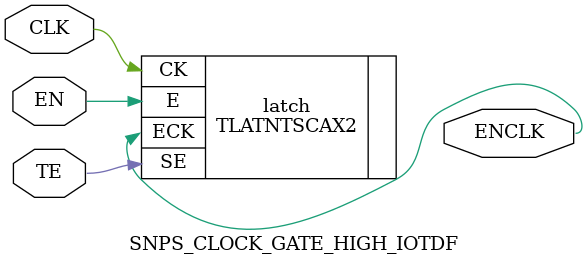
<source format=v>


module IOTDF ( clk, rst, in_en, iot_in, fn_sel, busy, valid, iot_out );
  input [7:0] iot_in;
  input [2:0] fn_sel;
  output [127:0] iot_out;
  input clk, rst, in_en;
  output busy, valid;
  wire   peak_r, peak_min_first_round_r, gclk_avg, n471, n472, n473, n474,
         n475, n476, n477, n478, n479, n480, n481, n482, n483, n484, n485,
         n486, n487, n488, n489, n490, n491, n492, n493, n494, n495, n496,
         n497, n498, n499, n500, n501, n502, n503, n504, n505, n506, n507,
         n508, n509, n510, n511, n512, n513, n514, n515, n516, n517, n518,
         n519, n520, n521, n522, n523, n524, n525, n526, n527, n528, n529,
         n530, n531, n532, n533, n534, n535, n536, n537, n538, n539, n540,
         n541, n542, n543, n544, n545, n546, n547, n548, n549, n550, n551,
         n552, n553, n554, n555, n556, n557, n558, n559, n560, n561, n562,
         n563, n564, n565, n566, n567, n568, n569, n570, n571, n572, n573,
         n574, n575, n576, n577, n578, n579, n580, n581, n582, n583, n584,
         n585, n586, n587, n588, n589, n590, n591, n592, n593, n594, n595,
         n596, n597, n598, n599, n600, n601, n602, n603, n604, n605, n606,
         n607, n608, n609, n610, n611, n612, n613, n614, n615, n616, n617,
         n618, n619, n620, n621, n622, n623, n624, n625, n626, n627, n628,
         n629, n630, n631, n632, n633, n634, n635, n636, n637, n638, n639,
         n640, n641, n642, n643, n644, n645, n646, n647, n648, n649, n650,
         n651, n652, n653, n654, n655, n656, n657, n658, n659, n660, n661,
         n662, n663, n664, n665, n666, n667, n668, n669, n670, n671, n672,
         n673, n674, n675, n676, n677, n678, n679, n680, n681, n682, n683,
         n684, n685, n686, n687, n688, n689, n690, n691, n692, n693, n694,
         n695, n696, n697, n698, n699, n700, n701, n702, n703, n704, n705,
         n706, n707, n708, n709, n710, n711, n712, n713, n714, n715, n716,
         n717, n718, n719, n720, n721, n722, n723, n724, n725, n726, n727,
         n728, n729, n730, n731, n732, n733, n734, n735, n736, n737, n738,
         n739, n740, n743, n744, n747, n748, n749, n750, n751, n752, n753,
         n754, n755, n756, n757, n758, n759, n760, n761, n762, n763, n764,
         n765, n766, n767, n768, n769, n770, n771, n772, n773, n774, n775,
         n776, n777, n778, n779, n780, n781, n782, n783, n784, n785, n786,
         n787, n788, n789, n790, n791, n792, n793, n794, n795, n796, n797,
         n798, n799, n800, n801, n802, n803, n804, n805, n806, n807, n808,
         n809, n810, n811, n812, n813, n814, n815, n816, n817, n818, n819,
         n820, n821, n822, n823, n824, n825, n826, n827, n828, n829, n830,
         n831, n832, n833, n834, n835, n836, n837, n838, n839, n840, n841,
         n842, n843, n844, n845, n846, n847, n848, n849, n850, n851, n852,
         n853, n854, n855, n856, n857, n858, n859, n860, n861, n862, n863,
         n864, n865, n866, n867, n868, n869, n870, n871, n872, n873, n874,
         n875, n876, n877, n878, n879, n880, n881, n882, n883, n884, n885,
         n886, n887, n888, n889, n890, n891, n892, n893, n894, n895, n896,
         n897, n898, n899, n900, n901, n902, n903, n904, n905, n906, n907,
         n908, n909, n910, n911, n912, n913, n914, n915, n916, n917, n918,
         n919, n920, n921, n922, n923, n924, n925, n926, n927, n928, n929,
         n930, n931, n932, n933, n934, n935, n936, n937, n938, n939, n940,
         n941, n942, n943, n944, n945, n946, n947, n948, n949, n950, n951,
         n952, n953, n954, n955, n956, n957, n958, n959, n960, n961, n962,
         n963, n964, n965, n966, n967, n968, n969, n970, n971, n972, n973,
         n974, n975, n976, n977, n978, n979, n980, n981, n982, n983, n984,
         n985, n986, n987, n988, n989, n990, n991, n992, n993, n994, n995,
         n996, n997, n998, n999, n1000, n1001, n1002, n1003, n1004, n1005,
         n1006, n1007, n1008, n1009, n1010, n1011, n1012, n1013, n1014, n1015,
         n1016, n1017, n1018, n1019, n1020, n1021, n1022, n1023, n1024, n1025,
         n1026, n1027, n1028, n1029, n1030, n1031, n1032, n1033, n1034, n1035,
         n1036, n1037, n1038, n1039, n1040, n1041, n1042, n1043, n1044, n1045,
         n1046, n1047, n1048, n1049, n1050, n1051, n1052, n1053, n1054, n1055,
         n1056, n1057, n1058, n1059, n1060, n1061, n1062, n1063, n1064, n1065,
         n1066, n1067, n1068, n1069, n1070, n1071, n1072, n1073, n1074, n1075,
         n1076, n1077, n1078, n1079, n1080, n1081, n1082, n1083, n1084, n1085,
         n1086, n1087, n1088, n1089, n1090, n1091, n1092, n1093, n1094, n1095,
         n1096, n1097, n1098, n1099, n1100, n1101, n1102, n1103, n1104, n1105,
         n1106, n1107, n1108, n1109, n1110, n1111, n1112, n1113, n1114, n1115,
         n1116, n1117, n1118, n1119, n1120, n1121, n1122, n1123, n1124, n1125,
         n1126, n1127, n1128, n1129, n1130, n1131, n1132, n1133, n1134, n1135,
         n1136, n1137, n1138, n1139, n1140, n1141, n1142, n1143, n1144, n1145,
         n1146, n1147, n1148, n1149, n1150, n1151, n1152, n1153, n1154, n1155,
         n1156, n1157, n1158, n1159, n1160, n1161, n1162, n1163, n1164, n1165,
         n1166, n1167, n1168, n1169, n1170, n1171, n1172, n1173, n1174, n1175,
         n1176, n1177, n1178, n1179, n1180, n1181, n1182, n1183, n1184, n1185,
         n1186, n1187, n1188, n1189, n1190, n1191, n1192, n1193, n1194, n1195,
         n1196, n1197, n1198, n1199, n1200, n1201, n1202, n1203, n1204, n1205,
         n1206, n1207, n1208, n1209, n1210, n1211, n1212, n1213, n1214, n1215,
         n1216, n1217, n1218, n1219, n1220, n1221, n1222, n1223, n1224, n1225,
         n1226, n1227, n1228, n1229, n1230, n1231, n1232, n1233, n1234, n1235,
         n1236, n1237, n1238, n1239, n1240, n1241, n1242, n1243, n1244, n1245,
         n1246, n1247, n1248, n1249, n1250, n1251, n1252, n1253, n1254, n1255,
         n1256, n1257, n1258, n1259, n1260, n1261, n1262, n1263, n1264, n1265,
         n1266, n1267, n1268, n1269, n1270, n1271, n1272, n1273, n1274, n1275,
         n1276, n1277, n1278, n1279, n1280, n1281, n1282, n1283, n1284, n1285,
         n1286, n1287, n1288, n1289, n1290, n1291, n1292, n1293, n1294, n1295,
         n1296, n1297, n1298, n1299, n1300, n1301, n1302, n1303, n1304, n1305,
         n1306, n1307, n1308, n1309, n1310, n1311, n1312, n1313, n1314, n1315,
         n1316, n1317, n1318, n1319, n1320, n1321, n1322, n1323, n1324, n1325,
         n1326, n1327, n1328, n1329, n1330, n1331, n1332, n1333, n1334, n1335,
         n1336, n1337, n1338, n1339, n1340, n1341, n1342, n1343, n1344, n1345,
         n1346, n1347, n1348, n1349, n1350, n1351, n1352, n1353, n1354, n1355,
         n1356, n1357, n1358, n1359, n1360, n1361, n1362, n1363, n1364, n1365,
         n1366, n1367, n1368, n1369, n1370, n1371, n1372, n1373, n1374, n1375,
         n1376, n1377, n1378, n1379, n1380, n1381, n1382, n1383, n1384, n1385,
         n1386, n1387, n1388, n1389, n1390, n1391, n1392, n1393, n1394, n1395,
         n1396, n1397, n1398, n1399, n1400, n1401, n1402, n1403, n1404, n1405,
         n1406, n1407, n1408, n1409, n1410, n1411, n1412, n1413, n1414, n1415,
         n1416, n1417, n1418, n1419, n1420, n1421, n1422, n1423, n1424, n1425,
         n1426, n1427, n1428, n1429, n1430, n1431, n1432, n1433, n1434, n1435,
         n1436, n1437, n1438, n1439, n1440, n1441, n1442, n1443, n1444, n1445,
         n1446, n1447, n1448, n1449, n1450, n1451, n1452, n1453, n1454, n1455,
         n1456, n1457, n1458, n1459, n1460, n1461, n1462, n1463, n1464, n1465,
         n1466, n1467, n1468, n1469, n1470, n1471, n1472, n1473, n1474, n1475,
         n1476, n1477, n1478, n1479, n1480, n1481, n1482, n1483, n1484, n1485,
         n1486, n1487, n1488, n1489, n1490, n1491, n1492, n1493, n1494, n1495,
         n1496, n1497, n1498, n1499, n1500, n1501, n1502, n1503, n1504, n1505,
         n1506, n1507, n1508, n1509, n1510, n1511, n1512, n1513, n1514, n1515,
         n1516, n1517, n1518, n1519, n1520, n1521, n1522, n1523, n1524, n1525,
         n1526, n1527, n1528, n1529, n1530, n1531, n1532, n1533, n1534, n1535,
         n1536, n1537, n1538, n1539, n1540, n1541, n1542, n1543, n1544, n1545,
         n1546, n1547, n1548, n1549, n1550, n1551, n1552, n1553, n1554, n1555,
         n1556, n1557, n1558, n1559, n1560, n1561, n1562, n1563, n1564, n1565,
         n1566, n1567, n1568, n1569, n1570, n1571, n1572, n1573, n1574, n1575,
         n1576, n1577, n1578, n1579, n1580, n1581, n1582, n1583, n1584, n1585,
         n1586, n1587, n1588, n1589, n1590, n1591, n1592, n1593, n1594, n1595,
         n1596, n1597, n1598, n1599, n1600, n1601, n1602, n1603, n1604, n1605,
         n1606, n1607, n1608, n1609, n1610, n1611, n1612, n1613, n1614, n1615,
         n1616, n1617, n1618, n1619, n1620, n1621, n1622, n1623, n1624, n1625,
         n1626, n1627, n1628, n1629, n1630, n1631, n1632, n1633, n1634, n1635,
         n1636, n1637, n1638, n1639, n1640, n1641, n1642, n1643, n1644, n1645,
         n1646, n1647, n1648, n1649, n1650, n1651, n1652, n1653, n1654, n1655,
         n1656, n1657, n1658, n1659, n1660, n1661, n1662, n1663, n1664, n1665,
         n1666, n1667, n1668, n1669, n1670, n1671, n1672, n1673, n1674, n1675,
         n1676, n1677, n1678, n1679, n1680, n1681, n1682, n1683, n1684, n1685,
         n1686, n1687, n1688, n1689, n1690, n1691, n1692, n1693, n1694, n1695,
         n1696, n1697, n1698, n1699, n1700, n1701, n1702, n1703, n1704, n1705,
         n1706, n1707, n1708, n1709, n1710, n1711, n1712, n1713, n1714, n1715,
         n1716, n1717, n1718, n1719, n1720, n1721, n1722, n1723, n1724, n1725,
         n1726, n1727, n1728, n1729, n1730, n1731, n1732, n1733, n1734, n1735,
         n1736, n1737, n1738, n1739, n1740, n1741, n1742, n1743, n1744, n1745,
         n1746, n1747, n1748, n1749, n1750, n1751, n1752, n1753, n1754, n1755,
         n1756, n1757, n1758, n1759, n1760, n1761, n1762, n1763, n1764, n1765,
         n1766, n1767, n1768, n1769, n1770, n1771, n1772, n1773, n1774, n1775,
         n1776, n1777, n1778, n1779, n1780, n1781, n1782, n1783, n1784, n1785,
         n1786, n1787, n1788, n1789, n1790, n1791, n1792, n1793, n1794, n1795,
         n1796, n1797, n1798, n1799, n1800, n1801, n1802, n1803, n1804, n1805,
         n1806, n1807, n1808, n1809, n1810, n1811, n1812, n1813, n1814, n1815,
         n1816, n1817, n1818, n1819, n1820, n1821, n1822, n1823, n1824, n1825,
         n1826, n1827, n1828, n1829, n1830, n1831, n1832, n1833, n1834, n1835,
         n1836, n1837, n1838, n1839, n1840, n1841, n1842, n1843, n1844, n1845,
         n1846, n1847, n1848, n1849, n1850, n1851, n1852, n1853, n1854, n1855,
         n1856, n1857, n1858, n1859, n1860, n1861, n1862, n1863, n1864, n1865,
         n1866, n1867, n1868, n1869, n1870, n1871, n1872, n1873, n1874, n1875,
         n1876, n1877, n1878, n1879, n1880, n1881, n1882, n1883, n1884, n1885,
         n1886, n1887, n1888, n1889, n1890, n1891, n1892, n1893, n1894, n1895,
         n1896, n1897, n1898, n1899, n1900, n1901, n1902, n1903, n1904, n1905,
         n1906, n1907, n1908, n1909, n1910, n1911, n1912, n1913, n1914, n1915,
         n1916, n1917, n1918, n1919, n1920, n1921, n1922, n1923, n1924, n1925,
         n1926, n1927, n1928, n1929, n1930, n1931, n1932, n1933, n1934, n1935,
         n1936, n1937, n1938, n1939, n1940, n1941, n1942, n1943, n1944, n1945,
         n1946, n1947, n1948, n1949, n1950, n1951, n1952, n1953, n1954, n1955,
         n1956, n1957, n1958, n1959, n1960, n1961, n1962, n1963, n1964, n1965,
         n1966, n1967, n1968, n1969, n1970, n1971, n1972, n1973, n1974, n1975,
         n1976, n1977, n1978, n1979, n1980, n1981, n1982, n1983, n1984, n1985,
         n1986, n1987, n1988, n1989, n1990, n1991, n1992, n1993, n1994, n1995,
         n1996, n1997, n1998, n1999, n2000, n2001, n2002, n2003, n2004, n2005,
         n2006, n2007, n2008, n2009, n2010, n2011, n2012, n2013, n2014, n2015,
         n2016, n2017, n2018, n2019, n2020, n2021, n2022, n2023, n2024, n2025,
         n2026, n2027, n2028, n2029, n2030, n2031, n2032, n2033, n2034, n2035,
         n2036, n2037, n2038, n2039, n2040, n2041, n2042, n2043, n2044, n2045,
         n2046, n2047, n2048, n2049, n2050, n2051, n2052, n2053, n2054, n2055,
         n2056, n2057, n2058, n2059, n2060, n2061, n2062, n2063, n2064, n2065,
         n2066, n2067, n2068, n2069, n2070, n2071, n2072, n2073, n2074, n2075,
         n2076, n2077, n2078, n2079, n2080, n2081, n2082, n2083, n2084, n2085,
         n2086, n2087, n2088, n2089, n2090, n2091, n2092, n2093, n2094, n2095,
         n2096, n2097, n2098, n2099, n2100, n2101, n2102, n2103, n2104, n2105,
         n2106, n2107, n2108, n2109, n2110, n2111, n2112, n2113, n2114, n2115,
         n2116, n2117, n2118, n2119, n2120, n2121, n2122, n2123, n2124, n2125,
         n2126, n2127, n2128, n2129, n2130, n2131, n2132, n2133, n2134, n2135,
         n2136, n2137, n2138, n2139, n2140, n2141, n2142, n2143, n2144, n2145,
         n2146, n2147, n2148, n2149, n2150, n2151, n2152, n2153, n2154, n2155,
         n2156, n2157, n2158, n2159, n2160, n2161, n2162, n2163, n2164, n2165,
         n2166, n2167, n2168, n2169, n2170, n2171, n2172, n2173, n2174, n2175,
         n2176, n2177, n2178, n2179, n2180, n2181, n2182, n2183, n2184, n2185,
         n2186, n2187, n2188, n2189, n2190, n2191, n2192, n2193, n2194, n2195,
         n2196, n2197, n2198, n2199, n2200, n2201, n2202, n2203, n2204, n2205,
         n2206, n2207, n2208, n2209, n2210, n2211, n2212, n2213, n2214, n2215,
         n2216, n2217, n2218, n2219, n2220, n2221, n2222, n2223, n2224, n2225,
         n2226, n2227, n2228, n2229, n2230, n2231, n2232, n2233, n2234, n2235,
         n2236, n2237, n2238, n2239, n2240, n2241, n2242, n2243, n2244, n2245,
         n2246, n2247, n2248, n2249, n2250, n2251, n2252, n2253, n2254, n2255,
         n2256, n2257, n2258, n2259, n2260, n2261, n2262, n2263, n2264, n2265,
         n2266, n2267, n2268, n2269, n2270, n2271, n2272, n2273, n2274, n2275,
         n2276, n2277, n2278, n2279, n2280, n2281, n2282, n2283, n2284, n2285,
         n2286, n2287, n2288, n2289, n2290, n2291, n2292, n2293, n2294, n2295,
         n2296, n2297, n2298, n2299, n2300, n2301, n2302, n2303, n2304, n2305,
         n2306, n2307, n2308, n2309, n2310, n2311, n2312, n2313, n2314, n2315,
         n2316, n2317, n2318, n2319, n2320, n2321, n2322, n2323, n2324, n2325,
         n2326, n2327, n2328, n2329, n2330, n2331, n2332, n2333, n2334, n2335,
         n2336, n2337, n2338, n2339, n2340, n2341, n2342, n2343, n2344, n2345,
         n2346, n2347, n2348, n2349, n2350, n2351, n2352, n2353, n2354, n2355,
         n2356, n2357, n2358, n2359, n2360, n2361, n2362, n2363, n2364, n2365,
         n2366, n2367, n2368, n2369, n2370, n2371, n2372, n2373, n2374, n2375,
         n2376, n2377, n2378, n2379, n2380, n2381, n2382, n2383, n2384, n2385,
         n2386, n2387, n2388, n2389, n2390, n2391, n2392, n2393, n2394, n2395,
         n2396, n2397, n2398, n2399, n2400, n2401, n2402, n2403, n2404, n2405,
         n2406, n2407, n2408, n2409, n2410, n2411, n2412, n2413, n2414, n2415,
         n2416, n2417, n2418, n2419, n2420, n2421, n2422, n2423, n2424, n2425,
         n2426, n2427, n2428, n2429, n2430, n2431, n2432, n2433, n2434, n2435,
         n2436, n2437, n2438, n2439, n2440, n2441, n2442, n2443, n2444, n2445,
         n2446, n2447, n2448, n2449, n2450, n2451, n2452, n2453, n2454, n2455,
         n2456, n2457, n2458, n2459, n2460, n2461, n2462, n2463, n2464, n2465,
         n2466, n2467, n2468, n2469, n2470, n2471, n2472, n2473, n2474, n2475,
         n2476, n2477, n2478, n2479, n2480, n2481, n2482, n2483, n2484, n2485,
         n2486, n2487, n2488, n2489, n2490, n2491, n2492, n2493, n2494, n2495,
         n2496, n2497, n2498, n2499, n2500, n2501, n2502, n2503, n2504, n2505,
         n2506, n2507, n2508, n2509, n2510, n2511, n2512, n2513, n2514, n2515,
         n2516, n2517, n2518, n2519, n2520, n2521, n2522, n2523, n2524, n2525,
         n2526, n2527, n2528, n2529, n2530, n2531, n2532, n2533, n2534, n2535,
         n2536, n2537, n2538, n2539, n2540, n2541, n2542, n2543, n2544, n2545,
         n2546, n2547, n2548, n2549, n2550, n2551, n2552, n2553, n2554, n2555,
         n2556, n2557, n2558, n2559, n2560, n2561, n2562, n2563, n2564, n2565,
         n2566, n2567, n2568, n2569, n2570, n2571, n2572, n2573, n2574, n2575,
         n2576, n2577, n2578, n2579, n2580, n2581, n2582, n2583, n2584, n2585,
         n2586, n2587, n2588, n2589, n2590, n2591, n2592, n2593, n2594;
  wire   [130:0] avg_r;
  wire   [127:0] iot_out_r;
  wire   [3:0] byte_counter_r;
  wire   [2:0] round_counter_r;
  wire   [1:0] compare_r;

  SNPS_CLOCK_GATE_HIGH_IOTDF clk_gate_C9123 ( .CLK(clk), .EN(n743), .ENCLK(
        gclk_avg), .TE(1'b0) );
  DFFRX1 byte_counter_r_reg_0_ ( .D(n734), .CK(clk), .RN(n2593), .Q(
        byte_counter_r[0]), .QN(n2471) );
  DFFRX1 byte_counter_r_reg_1_ ( .D(n733), .CK(clk), .RN(n2593), .Q(
        byte_counter_r[1]), .QN(n2470) );
  DFFRX1 byte_counter_r_reg_2_ ( .D(n732), .CK(clk), .RN(n2593), .Q(
        byte_counter_r[2]), .QN(n2455) );
  DFFRX1 byte_counter_r_reg_3_ ( .D(n731), .CK(clk), .RN(n2592), .Q(
        byte_counter_r[3]), .QN(n2456) );
  DFFRX1 round_counter_r_reg_0_ ( .D(n737), .CK(clk), .RN(n744), .Q(
        round_counter_r[0]) );
  DFFRX1 round_counter_r_reg_1_ ( .D(n736), .CK(clk), .RN(n744), .Q(
        round_counter_r[1]), .QN(n2588) );
  DFFRX1 round_counter_r_reg_2_ ( .D(n735), .CK(clk), .RN(n744), .Q(
        round_counter_r[2]) );
  DFFRX1 iot_out_r_reg_15__7_ ( .D(n594), .CK(clk), .RN(n2593), .Q(
        iot_out_r[7]), .QN(n2591) );
  DFFRX1 iot_out_r_reg_2__7_ ( .D(n490), .CK(clk), .RN(n744), .Q(
        iot_out_r[111]), .QN(n2465) );
  DFFRX1 iot_out_r_reg_1__7_ ( .D(n482), .CK(clk), .RN(n744), .Q(
        iot_out_r[119]), .QN(n2515) );
  DFFRX1 iot_out_r_reg_0__7_ ( .D(n474), .CK(clk), .RN(n2593), .Q(
        iot_out_r[127]), .QN(n2560) );
  DFFRX1 compare_r_reg_1_ ( .D(n472), .CK(clk), .RN(n744), .Q(compare_r[1]), 
        .QN(n2482) );
  DFFRX1 compare_r_reg_0_ ( .D(n473), .CK(clk), .RN(n2593), .Q(compare_r[0])
         );
  DFFRX1 iot_out_r_reg_15__0_ ( .D(n601), .CK(clk), .RN(n744), .Q(iot_out_r[0]), .QN(n2474) );
  DFFRX1 iot_out_r_reg_1__0_ ( .D(n489), .CK(clk), .RN(n1256), .Q(
        iot_out_r[112]), .QN(n2459) );
  DFFRX1 iot_out_r_reg_0__0_ ( .D(n481), .CK(clk), .RN(n1256), .Q(
        iot_out_r[120]), .QN(n2547) );
  DFFRX1 iot_out_r_reg_15__1_ ( .D(n600), .CK(clk), .RN(n744), .Q(iot_out_r[1]), .QN(n2583) );
  DFFRX1 iot_out_r_reg_1__1_ ( .D(n488), .CK(clk), .RN(n744), .Q(
        iot_out_r[113]), .QN(n2461) );
  DFFRX1 iot_out_r_reg_0__1_ ( .D(n480), .CK(clk), .RN(n2593), .Q(
        iot_out_r[121]), .QN(n2499) );
  DFFRX1 iot_out_r_reg_15__2_ ( .D(n599), .CK(clk), .RN(n744), .Q(iot_out_r[2]), .QN(n2584) );
  DFFRX1 iot_out_r_reg_1__2_ ( .D(n487), .CK(clk), .RN(n744), .Q(
        iot_out_r[114]), .QN(n2449) );
  DFFRX1 iot_out_r_reg_0__2_ ( .D(n479), .CK(clk), .RN(n744), .Q(
        iot_out_r[122]), .QN(n2543) );
  DFFRX1 iot_out_r_reg_15__3_ ( .D(n598), .CK(clk), .RN(n744), .Q(iot_out_r[3]), .QN(n2473) );
  DFFRX1 iot_out_r_reg_1__3_ ( .D(n486), .CK(clk), .RN(n744), .Q(
        iot_out_r[115]), .QN(n2516) );
  DFFRX1 iot_out_r_reg_0__3_ ( .D(n478), .CK(clk), .RN(n744), .Q(
        iot_out_r[123]), .QN(n2494) );
  DFFRX1 iot_out_r_reg_15__4_ ( .D(n597), .CK(clk), .RN(n744), .Q(iot_out_r[4]), .QN(n2589) );
  DFFRX1 iot_out_r_reg_1__4_ ( .D(n485), .CK(clk), .RN(n744), .Q(
        iot_out_r[116]), .QN(n2528) );
  DFFRX1 iot_out_r_reg_0__4_ ( .D(n477), .CK(clk), .RN(n744), .Q(
        iot_out_r[124]), .QN(n2576) );
  DFFRX1 iot_out_r_reg_15__5_ ( .D(n596), .CK(clk), .RN(n2593), .Q(
        iot_out_r[5]), .QN(n2590) );
  DFFRX1 iot_out_r_reg_1__5_ ( .D(n484), .CK(clk), .RN(n2592), .Q(
        iot_out_r[117]), .QN(n2551) );
  DFFRX1 iot_out_r_reg_0__5_ ( .D(n476), .CK(clk), .RN(n2592), .Q(
        iot_out_r[125]), .QN(n2454) );
  DFFRX1 iot_out_r_reg_15__6_ ( .D(n595), .CK(clk), .RN(n744), .Q(iot_out_r[6]), .QN(n2476) );
  DFFRX1 iot_out_r_reg_2__6_ ( .D(n491), .CK(clk), .RN(n744), .Q(
        iot_out_r[110]), .QN(n2557) );
  DFFRX1 iot_out_r_reg_1__6_ ( .D(n483), .CK(clk), .RN(n744), .Q(
        iot_out_r[118]), .QN(n2544) );
  DFFRX1 iot_out_r_reg_0__6_ ( .D(n475), .CK(clk), .RN(n744), .Q(
        iot_out_r[126]), .QN(n2555) );
  DFFRX1 peak_r_reg ( .D(n471), .CK(clk), .RN(n744), .Q(peak_r) );
  DFFRX1 avg_r_reg_127_ ( .D(n604), .CK(gclk_avg), .RN(n744), .Q(avg_r[127])
         );
  DFFRX1 avg_r_reg_126_ ( .D(n605), .CK(gclk_avg), .RN(n2593), .Q(avg_r[126])
         );
  DFFRX1 avg_r_reg_125_ ( .D(n606), .CK(gclk_avg), .RN(n2593), .Q(avg_r[125])
         );
  DFFRX1 avg_r_reg_124_ ( .D(n607), .CK(gclk_avg), .RN(n744), .Q(avg_r[124])
         );
  DFFRX1 avg_r_reg_123_ ( .D(n608), .CK(gclk_avg), .RN(n744), .Q(avg_r[123])
         );
  DFFRX1 avg_r_reg_122_ ( .D(n609), .CK(gclk_avg), .RN(n2593), .Q(avg_r[122])
         );
  DFFRX1 avg_r_reg_121_ ( .D(n610), .CK(gclk_avg), .RN(n744), .Q(avg_r[121])
         );
  DFFRX1 avg_r_reg_120_ ( .D(n611), .CK(gclk_avg), .RN(n744), .Q(avg_r[120])
         );
  DFFRX1 avg_r_reg_119_ ( .D(n612), .CK(gclk_avg), .RN(n744), .Q(avg_r[119])
         );
  DFFRX1 avg_r_reg_118_ ( .D(n613), .CK(gclk_avg), .RN(n2593), .Q(avg_r[118])
         );
  DFFRX1 avg_r_reg_117_ ( .D(n614), .CK(gclk_avg), .RN(n744), .Q(avg_r[117])
         );
  DFFRX1 avg_r_reg_116_ ( .D(n615), .CK(gclk_avg), .RN(n744), .Q(avg_r[116])
         );
  DFFRX1 avg_r_reg_115_ ( .D(n616), .CK(gclk_avg), .RN(n744), .Q(avg_r[115])
         );
  DFFRX1 avg_r_reg_114_ ( .D(n617), .CK(gclk_avg), .RN(n744), .Q(avg_r[114])
         );
  DFFRX1 avg_r_reg_113_ ( .D(n618), .CK(gclk_avg), .RN(n744), .Q(avg_r[113])
         );
  DFFRX1 avg_r_reg_112_ ( .D(n619), .CK(gclk_avg), .RN(n744), .Q(avg_r[112])
         );
  DFFRX1 avg_r_reg_111_ ( .D(n620), .CK(gclk_avg), .RN(n744), .Q(avg_r[111])
         );
  DFFRX1 avg_r_reg_110_ ( .D(n621), .CK(gclk_avg), .RN(n2592), .Q(avg_r[110])
         );
  DFFRX1 avg_r_reg_109_ ( .D(n622), .CK(gclk_avg), .RN(n744), .Q(avg_r[109])
         );
  DFFRX1 avg_r_reg_108_ ( .D(n623), .CK(gclk_avg), .RN(n2592), .Q(avg_r[108])
         );
  DFFRX1 avg_r_reg_107_ ( .D(n624), .CK(gclk_avg), .RN(n744), .Q(avg_r[107])
         );
  DFFRX1 avg_r_reg_106_ ( .D(n625), .CK(gclk_avg), .RN(n2593), .Q(avg_r[106])
         );
  DFFRX1 avg_r_reg_105_ ( .D(n626), .CK(gclk_avg), .RN(n744), .Q(avg_r[105])
         );
  DFFRX1 avg_r_reg_104_ ( .D(n627), .CK(gclk_avg), .RN(n744), .Q(avg_r[104])
         );
  DFFRX1 avg_r_reg_103_ ( .D(n628), .CK(gclk_avg), .RN(n2593), .Q(avg_r[103])
         );
  DFFRX1 avg_r_reg_102_ ( .D(n629), .CK(gclk_avg), .RN(n2593), .Q(avg_r[102])
         );
  DFFRX1 avg_r_reg_101_ ( .D(n630), .CK(gclk_avg), .RN(n2593), .Q(avg_r[101])
         );
  DFFRX1 avg_r_reg_100_ ( .D(n631), .CK(gclk_avg), .RN(n744), .Q(avg_r[100])
         );
  DFFRX1 avg_r_reg_99_ ( .D(n632), .CK(gclk_avg), .RN(n744), .Q(avg_r[99]) );
  DFFRX1 avg_r_reg_98_ ( .D(n633), .CK(gclk_avg), .RN(n744), .Q(avg_r[98]) );
  DFFRX1 avg_r_reg_97_ ( .D(n634), .CK(gclk_avg), .RN(n744), .Q(avg_r[97]) );
  DFFRX1 avg_r_reg_96_ ( .D(n635), .CK(gclk_avg), .RN(n744), .Q(avg_r[96]) );
  DFFRX1 avg_r_reg_95_ ( .D(n636), .CK(gclk_avg), .RN(n744), .Q(avg_r[95]) );
  DFFRX1 avg_r_reg_94_ ( .D(n637), .CK(gclk_avg), .RN(n744), .Q(avg_r[94]) );
  DFFRX1 avg_r_reg_93_ ( .D(n638), .CK(gclk_avg), .RN(n2592), .Q(avg_r[93]) );
  DFFRX1 avg_r_reg_91_ ( .D(n640), .CK(gclk_avg), .RN(n2593), .Q(avg_r[91]) );
  DFFRX1 avg_r_reg_89_ ( .D(n642), .CK(gclk_avg), .RN(n2593), .Q(avg_r[89]) );
  DFFRX1 avg_r_reg_88_ ( .D(n643), .CK(gclk_avg), .RN(n2593), .Q(avg_r[88]) );
  DFFRX1 avg_r_reg_87_ ( .D(n644), .CK(gclk_avg), .RN(n744), .Q(avg_r[87]) );
  DFFRX1 avg_r_reg_86_ ( .D(n645), .CK(gclk_avg), .RN(n744), .Q(avg_r[86]) );
  DFFRX1 avg_r_reg_85_ ( .D(n646), .CK(gclk_avg), .RN(n744), .Q(avg_r[85]) );
  DFFRX1 avg_r_reg_84_ ( .D(n647), .CK(gclk_avg), .RN(n744), .Q(avg_r[84]) );
  DFFRX1 avg_r_reg_83_ ( .D(n648), .CK(gclk_avg), .RN(n744), .Q(avg_r[83]) );
  DFFRX1 avg_r_reg_82_ ( .D(n649), .CK(gclk_avg), .RN(n2593), .Q(avg_r[82]) );
  DFFRX1 avg_r_reg_81_ ( .D(n650), .CK(gclk_avg), .RN(n2592), .Q(avg_r[81]) );
  DFFRX1 avg_r_reg_80_ ( .D(n651), .CK(gclk_avg), .RN(n744), .Q(avg_r[80]) );
  DFFRX1 avg_r_reg_79_ ( .D(n652), .CK(gclk_avg), .RN(n744), .Q(avg_r[79]) );
  DFFRX1 avg_r_reg_78_ ( .D(n653), .CK(gclk_avg), .RN(n2593), .Q(avg_r[78]) );
  DFFRX1 avg_r_reg_77_ ( .D(n654), .CK(gclk_avg), .RN(n2593), .Q(avg_r[77]) );
  DFFRX1 avg_r_reg_76_ ( .D(n655), .CK(gclk_avg), .RN(n744), .Q(avg_r[76]) );
  DFFRX1 avg_r_reg_75_ ( .D(n656), .CK(gclk_avg), .RN(n744), .Q(avg_r[75]) );
  DFFRX1 avg_r_reg_74_ ( .D(n657), .CK(gclk_avg), .RN(n744), .Q(avg_r[74]) );
  DFFRX1 avg_r_reg_73_ ( .D(n658), .CK(gclk_avg), .RN(n744), .Q(avg_r[73]) );
  DFFRX1 avg_r_reg_72_ ( .D(n659), .CK(gclk_avg), .RN(n2593), .Q(avg_r[72]) );
  DFFRX1 avg_r_reg_71_ ( .D(n660), .CK(gclk_avg), .RN(n2592), .Q(avg_r[71]) );
  DFFRX1 avg_r_reg_70_ ( .D(n661), .CK(gclk_avg), .RN(n744), .Q(avg_r[70]) );
  DFFRX1 avg_r_reg_69_ ( .D(n662), .CK(gclk_avg), .RN(n744), .Q(avg_r[69]) );
  DFFRX1 avg_r_reg_68_ ( .D(n663), .CK(gclk_avg), .RN(n744), .Q(avg_r[68]) );
  DFFRX1 avg_r_reg_67_ ( .D(n664), .CK(gclk_avg), .RN(n2593), .Q(avg_r[67]) );
  DFFRX1 avg_r_reg_65_ ( .D(n666), .CK(gclk_avg), .RN(n2592), .Q(avg_r[65]) );
  DFFRX1 avg_r_reg_64_ ( .D(n667), .CK(gclk_avg), .RN(n744), .Q(avg_r[64]) );
  DFFRX1 avg_r_reg_63_ ( .D(n668), .CK(gclk_avg), .RN(n2593), .Q(avg_r[63]) );
  DFFRX1 avg_r_reg_60_ ( .D(n671), .CK(gclk_avg), .RN(n744), .Q(avg_r[60]) );
  DFFRX1 avg_r_reg_59_ ( .D(n672), .CK(gclk_avg), .RN(n2592), .Q(avg_r[59]) );
  DFFRX1 avg_r_reg_58_ ( .D(n673), .CK(gclk_avg), .RN(n744), .Q(avg_r[58]) );
  DFFRX1 avg_r_reg_57_ ( .D(n674), .CK(gclk_avg), .RN(n744), .Q(avg_r[57]) );
  DFFRX1 avg_r_reg_56_ ( .D(n675), .CK(gclk_avg), .RN(n2593), .Q(avg_r[56]) );
  DFFRX1 avg_r_reg_55_ ( .D(n676), .CK(gclk_avg), .RN(n744), .Q(avg_r[55]) );
  DFFRX1 avg_r_reg_54_ ( .D(n677), .CK(gclk_avg), .RN(n744), .Q(avg_r[54]) );
  DFFRX1 avg_r_reg_53_ ( .D(n678), .CK(gclk_avg), .RN(n744), .Q(avg_r[53]) );
  DFFRX1 avg_r_reg_52_ ( .D(n679), .CK(gclk_avg), .RN(n2592), .Q(avg_r[52]) );
  DFFRX1 avg_r_reg_51_ ( .D(n680), .CK(gclk_avg), .RN(n744), .Q(avg_r[51]) );
  DFFRX1 avg_r_reg_50_ ( .D(n681), .CK(gclk_avg), .RN(n2592), .Q(avg_r[50]) );
  DFFRX1 avg_r_reg_49_ ( .D(n682), .CK(gclk_avg), .RN(n744), .Q(avg_r[49]) );
  DFFRX1 avg_r_reg_48_ ( .D(n683), .CK(gclk_avg), .RN(n2593), .Q(avg_r[48]) );
  DFFRX1 avg_r_reg_47_ ( .D(n684), .CK(gclk_avg), .RN(n2593), .Q(avg_r[47]) );
  DFFRX1 avg_r_reg_46_ ( .D(n685), .CK(gclk_avg), .RN(n2593), .Q(avg_r[46]) );
  DFFRX1 avg_r_reg_45_ ( .D(n686), .CK(gclk_avg), .RN(n2593), .Q(avg_r[45]) );
  DFFRX1 avg_r_reg_44_ ( .D(n687), .CK(gclk_avg), .RN(n2593), .Q(avg_r[44]) );
  DFFRX1 avg_r_reg_43_ ( .D(n688), .CK(gclk_avg), .RN(n2593), .Q(avg_r[43]) );
  DFFRX1 avg_r_reg_42_ ( .D(n689), .CK(gclk_avg), .RN(n2593), .Q(avg_r[42]) );
  DFFRX1 avg_r_reg_41_ ( .D(n690), .CK(gclk_avg), .RN(n2593), .Q(avg_r[41]) );
  DFFRX1 avg_r_reg_40_ ( .D(n691), .CK(gclk_avg), .RN(n2593), .Q(avg_r[40]) );
  DFFRX1 avg_r_reg_39_ ( .D(n692), .CK(gclk_avg), .RN(n2593), .Q(avg_r[39]) );
  DFFRX1 avg_r_reg_38_ ( .D(n693), .CK(gclk_avg), .RN(n2593), .Q(avg_r[38]) );
  DFFRX1 avg_r_reg_37_ ( .D(n694), .CK(gclk_avg), .RN(n744), .Q(avg_r[37]) );
  DFFRX1 avg_r_reg_36_ ( .D(n695), .CK(gclk_avg), .RN(n744), .Q(avg_r[36]) );
  DFFRX1 avg_r_reg_35_ ( .D(n696), .CK(gclk_avg), .RN(n744), .Q(avg_r[35]) );
  DFFRX1 avg_r_reg_34_ ( .D(n697), .CK(gclk_avg), .RN(n744), .Q(avg_r[34]) );
  DFFRX1 avg_r_reg_33_ ( .D(n698), .CK(gclk_avg), .RN(n744), .Q(avg_r[33]) );
  DFFRX1 avg_r_reg_30_ ( .D(n701), .CK(gclk_avg), .RN(n2593), .Q(avg_r[30]) );
  DFFRX1 avg_r_reg_29_ ( .D(n702), .CK(gclk_avg), .RN(n744), .Q(avg_r[29]) );
  DFFRX1 avg_r_reg_28_ ( .D(n703), .CK(gclk_avg), .RN(n2593), .Q(avg_r[28]) );
  DFFRX1 avg_r_reg_27_ ( .D(n704), .CK(gclk_avg), .RN(n744), .Q(avg_r[27]) );
  DFFRX1 avg_r_reg_26_ ( .D(n705), .CK(gclk_avg), .RN(n2592), .Q(avg_r[26]) );
  DFFRX1 avg_r_reg_25_ ( .D(n706), .CK(gclk_avg), .RN(n744), .Q(avg_r[25]) );
  DFFRX1 avg_r_reg_24_ ( .D(n707), .CK(gclk_avg), .RN(n744), .Q(avg_r[24]) );
  DFFRX1 avg_r_reg_23_ ( .D(n708), .CK(gclk_avg), .RN(n744), .Q(avg_r[23]) );
  DFFRX1 avg_r_reg_22_ ( .D(n709), .CK(gclk_avg), .RN(n744), .Q(avg_r[22]) );
  DFFRX1 avg_r_reg_21_ ( .D(n710), .CK(gclk_avg), .RN(n2593), .Q(avg_r[21]) );
  DFFRX1 avg_r_reg_20_ ( .D(n711), .CK(gclk_avg), .RN(n744), .Q(avg_r[20]) );
  DFFRX1 avg_r_reg_19_ ( .D(n712), .CK(gclk_avg), .RN(n2592), .Q(avg_r[19]) );
  DFFRX1 avg_r_reg_18_ ( .D(n713), .CK(gclk_avg), .RN(n744), .Q(avg_r[18]) );
  DFFRX1 avg_r_reg_17_ ( .D(n714), .CK(gclk_avg), .RN(n2593), .Q(avg_r[17]) );
  DFFRX1 avg_r_reg_16_ ( .D(n715), .CK(gclk_avg), .RN(n744), .Q(avg_r[16]) );
  DFFRX1 avg_r_reg_15_ ( .D(n716), .CK(gclk_avg), .RN(n744), .Q(avg_r[15]) );
  DFFRX1 avg_r_reg_14_ ( .D(n717), .CK(gclk_avg), .RN(n2593), .Q(avg_r[14]) );
  DFFRX1 avg_r_reg_13_ ( .D(n718), .CK(gclk_avg), .RN(n744), .Q(avg_r[13]) );
  DFFRX1 avg_r_reg_12_ ( .D(n719), .CK(gclk_avg), .RN(n744), .Q(avg_r[12]) );
  DFFRX1 avg_r_reg_11_ ( .D(n720), .CK(gclk_avg), .RN(n744), .Q(avg_r[11]) );
  DFFRX1 avg_r_reg_7_ ( .D(n724), .CK(gclk_avg), .RN(n2592), .Q(avg_r[7]), 
        .QN(n2579) );
  DFFRX1 avg_r_reg_6_ ( .D(n725), .CK(gclk_avg), .RN(n2593), .Q(avg_r[6]), 
        .QN(n2578) );
  DFFRX1 avg_r_reg_5_ ( .D(n726), .CK(gclk_avg), .RN(n744), .Q(avg_r[5]) );
  DFFRX1 avg_r_reg_4_ ( .D(n727), .CK(gclk_avg), .RN(n2592), .Q(avg_r[4]) );
  DFFRX1 avg_r_reg_2_ ( .D(n729), .CK(gclk_avg), .RN(n744), .Q(avg_r[2]) );
  DFFRX1 avg_r_reg_1_ ( .D(n730), .CK(gclk_avg), .RN(n744), .Q(avg_r[1]) );
  DFFRX1 avg_r_reg_0_ ( .D(n740), .CK(gclk_avg), .RN(n744), .Q(avg_r[0]) );
  DFFRX1 valid_r_reg ( .D(n738), .CK(clk), .RN(n744), .Q(valid) );
  DFFRX1 iot_out_r_reg_2__5_ ( .D(n492), .CK(clk), .RN(n2592), .Q(
        iot_out_r[109]), .QN(n2546) );
  DFFRX1 avg_r_reg_3_ ( .D(n728), .CK(gclk_avg), .RN(n744), .Q(avg_r[3]), .QN(
        n2577) );
  DFFRX1 iot_out_r_reg_10__3_ ( .D(n558), .CK(clk), .RN(n1256), .Q(
        iot_out_r[43]), .QN(n2572) );
  DFFRX1 iot_out_r_reg_10__4_ ( .D(n557), .CK(clk), .RN(n744), .Q(
        iot_out_r[44]), .QN(n2564) );
  DFFRX1 iot_out_r_reg_8__1_ ( .D(n544), .CK(clk), .RN(n744), .Q(iot_out_r[57]), .QN(n2480) );
  DFFRX1 iot_out_r_reg_8__2_ ( .D(n543), .CK(clk), .RN(n744), .Q(iot_out_r[58]), .QN(n2475) );
  DFFRX1 iot_out_r_reg_8__0_ ( .D(n545), .CK(clk), .RN(n1256), .Q(
        iot_out_r[56]), .QN(n2501) );
  DFFRX1 iot_out_r_reg_12__6_ ( .D(n571), .CK(clk), .RN(n744), .Q(
        iot_out_r[30]), .QN(n2570) );
  DFFRX1 iot_out_r_reg_9__7_ ( .D(n546), .CK(clk), .RN(n744), .Q(iot_out_r[55]), .QN(n2506) );
  DFFRX1 iot_out_r_reg_12__5_ ( .D(n572), .CK(clk), .RN(n2592), .Q(
        iot_out_r[29]), .QN(n2468) );
  DFFRX1 iot_out_r_reg_2__0_ ( .D(n497), .CK(clk), .RN(n1256), .Q(
        iot_out_r[104]), .QN(n2552) );
  DFFRX1 iot_out_r_reg_4__0_ ( .D(n513), .CK(clk), .RN(n744), .Q(iot_out_r[88]), .QN(n2450) );
  DFFRX1 iot_out_r_reg_9__3_ ( .D(n550), .CK(clk), .RN(n744), .Q(iot_out_r[51]), .QN(n2457) );
  DFFRX1 iot_out_r_reg_5__5_ ( .D(n516), .CK(clk), .RN(n2592), .Q(
        iot_out_r[85]), .QN(n2462) );
  DFFRX1 iot_out_r_reg_5__6_ ( .D(n515), .CK(clk), .RN(n744), .Q(iot_out_r[86]), .QN(n2469) );
  DFFRX1 iot_out_r_reg_3__2_ ( .D(n503), .CK(clk), .RN(n2592), .Q(
        iot_out_r[98]), .QN(n2458) );
  DFFRX1 peak_min_first_round_r_reg ( .D(n2594), .CK(clk), .RN(n2593), .QN(
        peak_min_first_round_r) );
  DFFRX1 avg_r_reg_90_ ( .D(n641), .CK(gclk_avg), .RN(n2593), .Q(avg_r[90]) );
  DFFRX1 avg_r_reg_61_ ( .D(n670), .CK(gclk_avg), .RN(n744), .Q(avg_r[61]) );
  DFFRX1 avg_r_reg_31_ ( .D(n700), .CK(gclk_avg), .RN(n744), .Q(avg_r[31]) );
  DFFRX1 iot_out_r_reg_14__3_ ( .D(n590), .CK(clk), .RN(n2592), .Q(
        iot_out_r[11]), .QN(n2573) );
  DFFRX1 iot_out_r_reg_14__0_ ( .D(n593), .CK(clk), .RN(n744), .Q(iot_out_r[8]), .QN(n2540) );
  DFFRX1 iot_out_r_reg_5__1_ ( .D(n520), .CK(clk), .RN(n744), .Q(iot_out_r[81]), .QN(n2523) );
  DFFRX1 iot_out_r_reg_7__4_ ( .D(n533), .CK(clk), .RN(n744), .Q(iot_out_r[68]), .QN(n2502) );
  DFFRX1 iot_out_r_reg_12__0_ ( .D(n577), .CK(clk), .RN(n744), .Q(
        iot_out_r[24]), .QN(n2477) );
  DFFRX1 avg_r_reg_129_ ( .D(n602), .CK(gclk_avg), .RN(n744), .Q(avg_r[129]), 
        .QN(n2586) );
  DFFRX1 iot_out_r_reg_9__5_ ( .D(n548), .CK(clk), .RN(n744), .Q(iot_out_r[53]), .QN(n2483) );
  DFFRX1 iot_out_r_reg_3__4_ ( .D(n501), .CK(clk), .RN(n744), .Q(
        iot_out_r[100]), .QN(n2548) );
  DFFRX1 avg_r_reg_92_ ( .D(n639), .CK(gclk_avg), .RN(n2593), .Q(avg_r[92]) );
  DFFRX1 avg_r_reg_66_ ( .D(n665), .CK(gclk_avg), .RN(n744), .Q(avg_r[66]) );
  DFFRX1 avg_r_reg_62_ ( .D(n669), .CK(gclk_avg), .RN(n744), .Q(avg_r[62]) );
  DFFRX1 avg_r_reg_32_ ( .D(n699), .CK(gclk_avg), .RN(n744), .Q(avg_r[32]) );
  DFFRX1 avg_r_reg_10_ ( .D(n721), .CK(gclk_avg), .RN(n744), .Q(avg_r[10]), 
        .QN(n2582) );
  DFFRX1 avg_r_reg_9_ ( .D(n722), .CK(gclk_avg), .RN(n744), .Q(avg_r[9]), .QN(
        n2581) );
  DFFRX1 avg_r_reg_8_ ( .D(n723), .CK(gclk_avg), .RN(n2593), .Q(avg_r[8]), 
        .QN(n2580) );
  DFFRX1 iot_out_r_reg_8__4_ ( .D(n541), .CK(clk), .RN(n744), .Q(iot_out_r[60]), .QN(n2575) );
  DFFRX1 iot_out_r_reg_8__3_ ( .D(n542), .CK(clk), .RN(n744), .Q(iot_out_r[59]), .QN(n2571) );
  DFFRX1 iot_out_r_reg_14__6_ ( .D(n587), .CK(clk), .RN(n2592), .Q(
        iot_out_r[14]), .QN(n2569) );
  DFFRX1 iot_out_r_reg_14__5_ ( .D(n588), .CK(clk), .RN(n2592), .Q(
        iot_out_r[13]), .QN(n2568) );
  DFFRX1 iot_out_r_reg_14__4_ ( .D(n589), .CK(clk), .RN(n744), .Q(
        iot_out_r[12]), .QN(n2565) );
  DFFRX1 iot_out_r_reg_2__1_ ( .D(n496), .CK(clk), .RN(n744), .Q(
        iot_out_r[105]), .QN(n2563) );
  DFFRX1 iot_out_r_reg_2__2_ ( .D(n495), .CK(clk), .RN(n2593), .Q(
        iot_out_r[106]), .QN(n2562) );
  DFFRX1 iot_out_r_reg_5__4_ ( .D(n517), .CK(clk), .RN(n744), .Q(iot_out_r[84]), .QN(n2561) );
  DFFRX1 iot_out_r_reg_7__0_ ( .D(n537), .CK(clk), .RN(n744), .Q(iot_out_r[64]), .QN(n2558) );
  DFFRX1 iot_out_r_reg_4__2_ ( .D(n511), .CK(clk), .RN(n744), .Q(iot_out_r[90]), .QN(n2556) );
  DFFRX1 iot_out_r_reg_2__3_ ( .D(n494), .CK(clk), .RN(n744), .Q(
        iot_out_r[107]), .QN(n2553) );
  DFFRX1 iot_out_r_reg_3__0_ ( .D(n505), .CK(clk), .RN(n744), .Q(iot_out_r[96]), .QN(n2550) );
  DFFRX1 iot_out_r_reg_3__3_ ( .D(n502), .CK(clk), .RN(n744), .Q(iot_out_r[99]), .QN(n2549) );
  DFFRX1 iot_out_r_reg_7__1_ ( .D(n536), .CK(clk), .RN(n744), .Q(iot_out_r[65]), .QN(n2542) );
  DFFRX1 iot_out_r_reg_6__1_ ( .D(n528), .CK(clk), .RN(n744), .Q(iot_out_r[73]), .QN(n2541) );
  DFFRX1 iot_out_r_reg_6__5_ ( .D(n524), .CK(clk), .RN(n2592), .Q(
        iot_out_r[77]), .QN(n2539) );
  DFFRX1 iot_out_r_reg_4__3_ ( .D(n510), .CK(clk), .RN(n2593), .Q(
        iot_out_r[91]), .QN(n2538) );
  DFFRX1 iot_out_r_reg_6__2_ ( .D(n527), .CK(clk), .RN(n744), .Q(iot_out_r[74]), .QN(n2537) );
  DFFRX1 iot_out_r_reg_7__3_ ( .D(n534), .CK(clk), .RN(n2592), .Q(
        iot_out_r[67]), .QN(n2536) );
  DFFRX1 iot_out_r_reg_14__1_ ( .D(n592), .CK(clk), .RN(n744), .Q(iot_out_r[9]), .QN(n2535) );
  DFFRX1 iot_out_r_reg_4__6_ ( .D(n507), .CK(clk), .RN(n2592), .Q(
        iot_out_r[94]), .QN(n2534) );
  DFFRX1 iot_out_r_reg_5__0_ ( .D(n521), .CK(clk), .RN(n2592), .Q(
        iot_out_r[80]), .QN(n2533) );
  DFFRX1 iot_out_r_reg_11__7_ ( .D(n562), .CK(clk), .RN(n744), .Q(
        iot_out_r[39]), .QN(n2532) );
  DFFRX1 iot_out_r_reg_5__3_ ( .D(n518), .CK(clk), .RN(n744), .Q(iot_out_r[83]), .QN(n2531) );
  DFFRX1 iot_out_r_reg_14__2_ ( .D(n591), .CK(clk), .RN(n744), .Q(
        iot_out_r[10]), .QN(n2529) );
  DFFRX1 iot_out_r_reg_7__5_ ( .D(n532), .CK(clk), .RN(n2592), .Q(
        iot_out_r[69]), .QN(n2527) );
  DFFRX1 iot_out_r_reg_5__2_ ( .D(n519), .CK(clk), .RN(n744), .Q(iot_out_r[82]), .QN(n2526) );
  DFFRX1 iot_out_r_reg_4__7_ ( .D(n506), .CK(clk), .RN(n2593), .Q(
        iot_out_r[95]), .QN(n2525) );
  DFFRX1 iot_out_r_reg_13__7_ ( .D(n578), .CK(clk), .RN(n2593), .Q(
        iot_out_r[23]), .QN(n2524) );
  DFFRX1 iot_out_r_reg_14__7_ ( .D(n586), .CK(clk), .RN(n744), .Q(
        iot_out_r[15]), .QN(n2522) );
  DFFRX1 iot_out_r_reg_8__5_ ( .D(n540), .CK(clk), .RN(n2592), .Q(
        iot_out_r[61]), .QN(n2521) );
  DFFRX1 iot_out_r_reg_12__7_ ( .D(n570), .CK(clk), .RN(n2592), .Q(
        iot_out_r[31]), .QN(n2518) );
  DFFRX1 iot_out_r_reg_13__2_ ( .D(n583), .CK(clk), .RN(n744), .Q(
        iot_out_r[18]), .QN(n2517) );
  DFFRX1 iot_out_r_reg_7__2_ ( .D(n535), .CK(clk), .RN(n744), .Q(iot_out_r[66]), .QN(n2514) );
  DFFRX1 iot_out_r_reg_13__0_ ( .D(n585), .CK(clk), .RN(n744), .Q(
        iot_out_r[16]), .QN(n2513) );
  DFFRX1 iot_out_r_reg_12__1_ ( .D(n576), .CK(clk), .RN(n2593), .Q(
        iot_out_r[25]), .QN(n2512) );
  DFFRX1 iot_out_r_reg_4__1_ ( .D(n512), .CK(clk), .RN(n744), .Q(iot_out_r[89]), .QN(n2511) );
  DFFRX1 iot_out_r_reg_13__6_ ( .D(n579), .CK(clk), .RN(n2592), .Q(
        iot_out_r[22]), .QN(n2510) );
  DFFRX1 iot_out_r_reg_8__7_ ( .D(n538), .CK(clk), .RN(n2593), .Q(
        iot_out_r[63]), .QN(n2509) );
  DFFRX1 iot_out_r_reg_8__6_ ( .D(n539), .CK(clk), .RN(n744), .Q(iot_out_r[62]), .QN(n2508) );
  DFFRX1 iot_out_r_reg_11__4_ ( .D(n565), .CK(clk), .RN(n744), .Q(
        iot_out_r[36]), .QN(n2507) );
  DFFRX1 iot_out_r_reg_10__0_ ( .D(n561), .CK(clk), .RN(n744), .Q(
        iot_out_r[40]), .QN(n2505) );
  DFFRX1 iot_out_r_reg_4__4_ ( .D(n509), .CK(clk), .RN(n744), .Q(iot_out_r[92]), .QN(n2504) );
  DFFRX1 iot_out_r_reg_13__1_ ( .D(n584), .CK(clk), .RN(n744), .Q(
        iot_out_r[17]), .QN(n2500) );
  DFFRX1 iot_out_r_reg_6__3_ ( .D(n526), .CK(clk), .RN(n2592), .Q(
        iot_out_r[75]), .QN(n2497) );
  DFFRX1 iot_out_r_reg_13__4_ ( .D(n581), .CK(clk), .RN(n744), .Q(
        iot_out_r[20]), .QN(n2496) );
  DFFRX1 iot_out_r_reg_4__5_ ( .D(n508), .CK(clk), .RN(n2592), .Q(
        iot_out_r[93]), .QN(n2495) );
  DFFRX1 iot_out_r_reg_10__1_ ( .D(n560), .CK(clk), .RN(n744), .Q(
        iot_out_r[41]), .QN(n2493) );
  DFFRX1 iot_out_r_reg_12__2_ ( .D(n575), .CK(clk), .RN(n744), .Q(
        iot_out_r[26]), .QN(n2492) );
  DFFRX1 iot_out_r_reg_6__6_ ( .D(n523), .CK(clk), .RN(n2593), .Q(
        iot_out_r[78]), .QN(n2491) );
  DFFRX1 iot_out_r_reg_11__0_ ( .D(n569), .CK(clk), .RN(n744), .Q(
        iot_out_r[32]), .QN(n2490) );
  DFFRX1 iot_out_r_reg_13__5_ ( .D(n580), .CK(clk), .RN(n2592), .Q(
        iot_out_r[21]), .QN(n2489) );
  DFFRX1 iot_out_r_reg_11__6_ ( .D(n563), .CK(clk), .RN(n744), .Q(
        iot_out_r[38]), .QN(n2487) );
  DFFRX1 iot_out_r_reg_7__7_ ( .D(n530), .CK(clk), .RN(n2592), .Q(
        iot_out_r[71]), .QN(n2485) );
  DFFRX1 iot_out_r_reg_10__2_ ( .D(n559), .CK(clk), .RN(n744), .Q(
        iot_out_r[42]), .QN(n2484) );
  DFFRX1 iot_out_r_reg_11__5_ ( .D(n564), .CK(clk), .RN(n2592), .Q(
        iot_out_r[37]), .QN(n2481) );
  DFFRX1 iot_out_r_reg_11__3_ ( .D(n566), .CK(clk), .RN(n2593), .Q(
        iot_out_r[35]), .QN(n2479) );
  DFFRX1 iot_out_r_reg_13__3_ ( .D(n582), .CK(clk), .RN(n744), .Q(
        iot_out_r[19]), .QN(n2472) );
  DFFRX1 iot_out_r_reg_11__1_ ( .D(n568), .CK(clk), .RN(n744), .Q(
        iot_out_r[33]), .QN(n2467) );
  DFFRX1 iot_out_r_reg_7__6_ ( .D(n531), .CK(clk), .RN(n2592), .Q(
        iot_out_r[70]), .QN(n2466) );
  DFFRX1 iot_out_r_reg_2__4_ ( .D(n493), .CK(clk), .RN(n744), .Q(
        iot_out_r[108]), .QN(n2464) );
  DFFRX1 iot_out_r_reg_11__2_ ( .D(n567), .CK(clk), .RN(n744), .Q(
        iot_out_r[34]), .QN(n2463) );
  DFFRX1 iot_out_r_reg_3__1_ ( .D(n504), .CK(clk), .RN(n2592), .Q(
        iot_out_r[97]), .QN(n2460) );
  DFFRX1 iot_out_r_reg_6__7_ ( .D(n522), .CK(clk), .RN(n2592), .Q(
        iot_out_r[79]), .QN(n2453) );
  DFFRX1 iot_out_r_reg_6__4_ ( .D(n525), .CK(clk), .RN(n744), .Q(iot_out_r[76]), .QN(n2452) );
  DFFRX1 iot_out_r_reg_6__0_ ( .D(n529), .CK(clk), .RN(n2593), .Q(
        iot_out_r[72]), .QN(n2451) );
  DFFRX1 avg_r_reg_128_ ( .D(n603), .CK(gclk_avg), .RN(n744), .Q(avg_r[128]), 
        .QN(n2585) );
  DFFRX1 avg_r_reg_130_ ( .D(n739), .CK(gclk_avg), .RN(n744), .Q(avg_r[130]), 
        .QN(n2587) );
  DFFRX1 iot_out_r_reg_12__4_ ( .D(n573), .CK(clk), .RN(n744), .Q(
        iot_out_r[28]), .QN(n2574) );
  DFFRX1 iot_out_r_reg_3__6_ ( .D(n499), .CK(clk), .RN(n2592), .Q(
        iot_out_r[102]), .QN(n2559) );
  DFFRX1 iot_out_r_reg_10__6_ ( .D(n555), .CK(clk), .RN(n2593), .Q(
        iot_out_r[46]), .QN(n2567) );
  DFFRX1 iot_out_r_reg_9__4_ ( .D(n549), .CK(clk), .RN(n744), .Q(iot_out_r[52]), .QN(n2486) );
  DFFRX1 iot_out_r_reg_9__6_ ( .D(n547), .CK(clk), .RN(n744), .Q(iot_out_r[54]), .QN(n2498) );
  DFFRX1 iot_out_r_reg_9__0_ ( .D(n553), .CK(clk), .RN(n2593), .Q(
        iot_out_r[48]), .QN(n2520) );
  DFFRX1 iot_out_r_reg_9__1_ ( .D(n552), .CK(clk), .RN(n744), .Q(iot_out_r[49]), .QN(n2503) );
  DFFRX1 iot_out_r_reg_9__2_ ( .D(n551), .CK(clk), .RN(n744), .Q(iot_out_r[50]), .QN(n2488) );
  DFFRX1 iot_out_r_reg_12__3_ ( .D(n574), .CK(clk), .RN(n2593), .Q(
        iot_out_r[27]), .QN(n2478) );
  DFFRX1 iot_out_r_reg_3__5_ ( .D(n500), .CK(clk), .RN(n2592), .Q(
        iot_out_r[101]), .QN(n2545) );
  DFFRX1 iot_out_r_reg_10__5_ ( .D(n556), .CK(clk), .RN(n2593), .Q(
        iot_out_r[45]), .QN(n2566) );
  DFFRX1 iot_out_r_reg_3__7_ ( .D(n498), .CK(clk), .RN(n744), .Q(
        iot_out_r[103]), .QN(n2554) );
  DFFRX1 iot_out_r_reg_5__7_ ( .D(n514), .CK(clk), .RN(n744), .Q(iot_out_r[87]), .QN(n2519) );
  DFFRX1 iot_out_r_reg_10__7_ ( .D(n554), .CK(clk), .RN(n2593), .Q(
        iot_out_r[47]), .QN(n2530) );
  OR2X1 U874 ( .A(iot_in[0]), .B(avg_r[0]), .Y(n2398) );
  OR2X1 U875 ( .A(iot_out_r[126]), .B(avg_r[126]), .Y(n1506) );
  OR2X1 U876 ( .A(iot_out_r[120]), .B(avg_r[120]), .Y(n1539) );
  OR2X1 U877 ( .A(iot_in[2]), .B(n1120), .Y(n1278) );
  OAI21X1 U878 ( .A0(n1558), .A1(n1554), .B0(n1555), .Y(n1552) );
  OR2X2 U879 ( .A(n941), .B(n945), .Y(n1056) );
  OR2X2 U880 ( .A(iot_out_r[62]), .B(avg_r[62]), .Y(n1953) );
  OR2X2 U881 ( .A(n940), .B(n944), .Y(n1055) );
  OR2X2 U882 ( .A(iot_out_r[15]), .B(avg_r[15]), .Y(n2297) );
  OR2X2 U883 ( .A(iot_out_r[18]), .B(avg_r[18]), .Y(n2280) );
  OR2X2 U884 ( .A(iot_out_r[21]), .B(avg_r[21]), .Y(n2254) );
  OR2X2 U885 ( .A(iot_out_r[36]), .B(avg_r[36]), .Y(n2145) );
  OR2X2 U886 ( .A(iot_out_r[38]), .B(avg_r[38]), .Y(n2133) );
  OR2X2 U887 ( .A(iot_out_r[41]), .B(avg_r[41]), .Y(n2109) );
  OR2X2 U888 ( .A(iot_out_r[47]), .B(avg_r[47]), .Y(n2063) );
  OR2X2 U889 ( .A(iot_out_r[54]), .B(avg_r[54]), .Y(n2017) );
  OR2X2 U890 ( .A(iot_out_r[68]), .B(avg_r[68]), .Y(n1912) );
  OR2X2 U891 ( .A(iot_out_r[78]), .B(avg_r[78]), .Y(n1837) );
  OR2X2 U892 ( .A(iot_out_r[82]), .B(avg_r[82]), .Y(n1808) );
  OR2X2 U893 ( .A(iot_out_r[84]), .B(avg_r[84]), .Y(n1796) );
  OR2X2 U894 ( .A(iot_out_r[94]), .B(avg_r[94]), .Y(n1719) );
  OR2X2 U895 ( .A(iot_out_r[100]), .B(avg_r[100]), .Y(n1678) );
  OR2X2 U896 ( .A(iot_out_r[109]), .B(avg_r[109]), .Y(n1608) );
  OR2X2 U897 ( .A(iot_out_r[112]), .B(avg_r[112]), .Y(n1577) );
  OR2X2 U898 ( .A(iot_out_r[116]), .B(avg_r[116]), .Y(n1561) );
  OR2X2 U899 ( .A(n949), .B(n940), .Y(n1266) );
  AOI21X1 U900 ( .A0(n1552), .A1(n1550), .B0(n929), .Y(n1547) );
  NOR2XL U901 ( .A(n936), .B(n935), .Y(n1240) );
  NAND2XL U902 ( .A(fn_sel[1]), .B(fn_sel[0]), .Y(n1310) );
  NOR2XL U903 ( .A(n2360), .B(n2354), .Y(n752) );
  INVX6 U904 ( .A(n1376), .Y(n743) );
  CLKBUFX8 U905 ( .A(n1256), .Y(n744) );
  AOI21X1 U906 ( .A0(n1109), .A1(n1108), .B0(n1107), .Y(n2414) );
  NAND2BX2 U907 ( .AN(n938), .B(n748), .Y(n2399) );
  AND3X4 U908 ( .A(n743), .B(n1240), .C(in_en), .Y(n2406) );
  INVX1 U909 ( .A(n1379), .Y(n2441) );
  OR2X1 U910 ( .A(iot_out_r[20]), .B(avg_r[20]), .Y(n2261) );
  OR2X2 U911 ( .A(iot_out_r[19]), .B(avg_r[19]), .Y(n2266) );
  OR2X1 U912 ( .A(iot_out_r[17]), .B(avg_r[17]), .Y(n2285) );
  OR2X2 U913 ( .A(iot_out_r[16]), .B(avg_r[16]), .Y(n2292) );
  OR2X2 U914 ( .A(iot_out_r[35]), .B(avg_r[35]), .Y(n2150) );
  OR2X2 U915 ( .A(iot_out_r[70]), .B(avg_r[70]), .Y(n1897) );
  OR2X2 U916 ( .A(iot_out_r[37]), .B(avg_r[37]), .Y(n2138) );
  OR2X2 U917 ( .A(iot_out_r[90]), .B(avg_r[90]), .Y(n1746) );
  OR2X1 U918 ( .A(iot_out_r[39]), .B(avg_r[39]), .Y(n2121) );
  OR2X2 U919 ( .A(iot_out_r[40]), .B(avg_r[40]), .Y(n2116) );
  OR2X1 U920 ( .A(iot_out_r[92]), .B(avg_r[92]), .Y(n1734) );
  OR2X1 U921 ( .A(iot_out_r[42]), .B(avg_r[42]), .Y(n2104) );
  OR2X2 U922 ( .A(iot_out_r[96]), .B(avg_r[96]), .Y(n1707) );
  OR2X2 U923 ( .A(iot_out_r[48]), .B(avg_r[48]), .Y(n2058) );
  OR2X2 U924 ( .A(iot_out_r[49]), .B(avg_r[49]), .Y(n2051) );
  OR2X2 U925 ( .A(iot_out_r[64]), .B(avg_r[64]), .Y(n1941) );
  OR2X2 U926 ( .A(iot_out_r[50]), .B(avg_r[50]), .Y(n2046) );
  OR2X2 U927 ( .A(iot_out_r[98]), .B(avg_r[98]), .Y(n1690) );
  OR2X2 U928 ( .A(iot_out_r[51]), .B(avg_r[51]), .Y(n2034) );
  OR2X1 U929 ( .A(iot_out_r[52]), .B(avg_r[52]), .Y(n2029) );
  OR2X1 U930 ( .A(iot_out_r[102]), .B(avg_r[102]), .Y(n1663) );
  OR2X1 U931 ( .A(iot_out_r[53]), .B(avg_r[53]), .Y(n2022) );
  OR2X2 U932 ( .A(iot_out_r[104]), .B(avg_r[104]), .Y(n1651) );
  OR2X2 U933 ( .A(iot_out_r[58]), .B(avg_r[58]), .Y(n1992) );
  OR2X2 U934 ( .A(iot_out_r[57]), .B(avg_r[57]), .Y(n1997) );
  OR2X2 U935 ( .A(iot_out_r[106]), .B(avg_r[106]), .Y(n1630) );
  OR2X1 U936 ( .A(iot_out_r[124]), .B(avg_r[124]), .Y(n1517) );
  OR2X2 U937 ( .A(iot_out_r[108]), .B(avg_r[108]), .Y(n1618) );
  OR2X1 U938 ( .A(iot_out_r[122]), .B(avg_r[122]), .Y(n1528) );
  OR2X1 U939 ( .A(iot_out_r[56]), .B(avg_r[56]), .Y(n2004) );
  OR2X1 U940 ( .A(iot_out_r[111]), .B(avg_r[111]), .Y(n1585) );
  OR2X1 U941 ( .A(iot_out_r[55]), .B(avg_r[55]), .Y(n2009) );
  OR2X1 U942 ( .A(iot_out_r[118]), .B(avg_r[118]), .Y(n1550) );
  OR2X1 U943 ( .A(iot_out_r[114]), .B(avg_r[114]), .Y(n1566) );
  OR2X2 U944 ( .A(iot_out_r[66]), .B(avg_r[66]), .Y(n1924) );
  OR2X2 U945 ( .A(iot_out_r[76]), .B(avg_r[76]), .Y(n1852) );
  OR2X1 U946 ( .A(iot_out_r[22]), .B(avg_r[22]), .Y(n2249) );
  OR2X2 U947 ( .A(iot_out_r[88]), .B(avg_r[88]), .Y(n1769) );
  OR2X1 U948 ( .A(iot_out_r[25]), .B(avg_r[25]), .Y(n2229) );
  OR2X2 U949 ( .A(iot_out_r[86]), .B(avg_r[86]), .Y(n1781) );
  OR2X1 U950 ( .A(iot_out_r[31]), .B(avg_r[31]), .Y(n2175) );
  OR2X2 U951 ( .A(iot_out_r[74]), .B(avg_r[74]), .Y(n1864) );
  OR2X2 U952 ( .A(iot_out_r[34]), .B(avg_r[34]), .Y(n2158) );
  OR2X2 U953 ( .A(iot_out_r[32]), .B(avg_r[32]), .Y(n2170) );
  OR2X2 U954 ( .A(iot_out_r[33]), .B(avg_r[33]), .Y(n2163) );
  OR2X2 U955 ( .A(iot_out_r[72]), .B(avg_r[72]), .Y(n1885) );
  OR2X1 U956 ( .A(iot_out_r[23]), .B(avg_r[23]), .Y(n2241) );
  OR2X2 U957 ( .A(iot_out_r[80]), .B(avg_r[80]), .Y(n1825) );
  OR2X1 U958 ( .A(iot_out_r[26]), .B(avg_r[26]), .Y(n2224) );
  OR2X2 U959 ( .A(iot_out_r[24]), .B(avg_r[24]), .Y(n2236) );
  INVX1 U960 ( .A(fn_sel[2]), .Y(n747) );
  INVXL U961 ( .A(1'b1), .Y(busy) );
  OAI21X1 U963 ( .A0(n2405), .A1(n2401), .B0(n2402), .Y(n1563) );
  NOR2XL U964 ( .A(n1819), .B(n861), .Y(n863) );
  AOI21XL U965 ( .A0(n1979), .A1(n821), .B0(n820), .Y(n822) );
  INVXL U966 ( .A(n1055), .Y(n1377) );
  AOI21XL U967 ( .A0(n2316), .A1(n759), .B0(n758), .Y(n2270) );
  NAND2XL U968 ( .A(n1265), .B(n1319), .Y(n1285) );
  INVXL U969 ( .A(n1305), .Y(n1060) );
  AOI22XL U970 ( .A0(iot_out_r[45]), .A1(n1394), .B0(iot_out_r[13]), .B1(n1388), .Y(n1027) );
  NAND4XL U971 ( .A(n1015), .B(n1014), .C(n1013), .D(n1012), .Y(n1016) );
  NAND4XL U972 ( .A(n1067), .B(n1066), .C(n1065), .D(n1064), .Y(n1068) );
  NAND2XL U973 ( .A(n1240), .B(iot_out_r[7]), .Y(n1064) );
  AOI22XL U974 ( .A0(iot_out_r[95]), .A1(n1381), .B0(iot_out_r[71]), .B1(n1088), .Y(n1066) );
  NOR2XL U975 ( .A(n2221), .B(n775), .Y(n777) );
  NOR2XL U976 ( .A(n2184), .B(n781), .Y(n783) );
  NAND2XL U977 ( .A(n2083), .B(n799), .Y(n801) );
  NAND2XL U978 ( .A(n1644), .B(n909), .Y(n911) );
  NOR2XL U979 ( .A(n1090), .B(iot_in[3]), .Y(n1280) );
  NOR2XL U980 ( .A(iot_in[0]), .B(n1275), .Y(n2427) );
  NOR2XL U981 ( .A(n1127), .B(iot_in[1]), .Y(n2426) );
  OAI21XL U982 ( .A0(n1287), .A1(compare_r[0]), .B0(n2482), .Y(n1294) );
  INVXL U983 ( .A(n1294), .Y(n1295) );
  NOR2XL U984 ( .A(n1294), .B(peak_min_first_round_r), .Y(n1082) );
  NAND2XL U985 ( .A(n1357), .B(n1356), .Y(n1363) );
  NOR4XL U986 ( .A(n1316), .B(n1315), .C(n1314), .D(n1313), .Y(n1357) );
  NAND4XL U987 ( .A(iot_out[105]), .B(iot_out[110]), .C(iot_out[111]), .D(
        iot_out[112]), .Y(n1316) );
  NAND2XL U988 ( .A(n2353), .B(n752), .Y(n754) );
  AOI21XL U989 ( .A0(n2352), .A1(n752), .B0(n751), .Y(n753) );
  NAND2XL U990 ( .A(n2315), .B(n759), .Y(n2271) );
  AOI21XL U991 ( .A0(n765), .A1(n2273), .B0(n764), .Y(n766) );
  AOI21XL U992 ( .A0(n2236), .A1(n2233), .B0(n772), .Y(n2220) );
  NAND2XL U993 ( .A(n2241), .B(n2236), .Y(n2221) );
  AOI21XL U994 ( .A0(n2126), .A1(n793), .B0(n792), .Y(n2081) );
  NAND2XL U995 ( .A(n2125), .B(n793), .Y(n2082) );
  NAND2XL U996 ( .A(n1958), .B(n1953), .Y(n1935) );
  NAND2XL U997 ( .A(n1902), .B(n1897), .Y(n1879) );
  NAND2XL U998 ( .A(n1842), .B(n1837), .Y(n1819) );
  AOI21XL U999 ( .A0(n1699), .A1(n895), .B0(n894), .Y(n1640) );
  NAND2XL U1000 ( .A(n1635), .B(n1630), .Y(n1612) );
  NAND2XL U1001 ( .A(n1606), .B(n1608), .Y(n1595) );
  AOI21XL U1002 ( .A0(n1755), .A1(n881), .B0(n880), .Y(n1590) );
  AOI21XL U1003 ( .A0(n1761), .A1(n877), .B0(n876), .Y(n878) );
  NAND2XL U1004 ( .A(n1594), .B(n920), .Y(n922) );
  OAI2BB2XL U1005 ( .B0(n1078), .B1(n2433), .A0N(n2431), .A1N(n1077), .Y(n1306) );
  AOI221XL U1006 ( .A0(n1041), .A1(n2437), .B0(n2424), .B1(n2437), .C0(n2423), 
        .Y(n1078) );
  AOI211XL U1007 ( .A0(n2430), .A1(n1025), .B0(n2425), .C0(n2434), .Y(n1041)
         );
  AOI32XL U1008 ( .A0(n2427), .A1(n1276), .A2(n2436), .B0(n2426), .B1(n1276), 
        .Y(n1025) );
  INVXL U1009 ( .A(n1240), .Y(n1274) );
  AOI211XL U1010 ( .A0(iot_out_r[30]), .A1(n1054), .B0(n1053), .C0(n1052), .Y(
        n1080) );
  INVXL U1011 ( .A(n1266), .Y(n1054) );
  OAI211XL U1012 ( .A0(n2469), .A1(n1051), .B0(n1050), .C0(n1049), .Y(n1053)
         );
  NOR3XL U1013 ( .A(n1040), .B(n1039), .C(n1038), .Y(n1113) );
  NOR2XL U1014 ( .A(n1008), .B(n1007), .Y(n1023) );
  NOR2XL U1015 ( .A(n1021), .B(n1020), .Y(n1022) );
  OAI21XL U1016 ( .A0(n1080), .A1(iot_in[6]), .B0(n1285), .Y(n2431) );
  OAI21XL U1017 ( .A0(n1076), .A1(n1317), .B0(n1077), .Y(n2433) );
  INVXL U1018 ( .A(n1080), .Y(n1076) );
  NAND2XL U1019 ( .A(n1075), .B(n1074), .Y(n1265) );
  NOR2XL U1020 ( .A(n1058), .B(n1057), .Y(n1075) );
  NOR2XL U1021 ( .A(n1073), .B(n1072), .Y(n1074) );
  INVXL U1022 ( .A(n2168), .Y(n2177) );
  INVXL U1023 ( .A(n1975), .Y(n2349) );
  INVXL U1024 ( .A(n2069), .Y(n2079) );
  INVXL U1025 ( .A(n1806), .Y(n1815) );
  INVXL U1026 ( .A(n1549), .Y(n929) );
  INVXL U1027 ( .A(n1527), .Y(n931) );
  NOR2XL U1028 ( .A(n1011), .B(n1010), .Y(n1015) );
  NOR2XL U1029 ( .A(n947), .B(n946), .Y(n955) );
  NOR2XL U1030 ( .A(n995), .B(n994), .Y(n999) );
  INVXL U1031 ( .A(n1088), .Y(n1046) );
  NOR2XL U1032 ( .A(n1029), .B(n1028), .Y(n1033) );
  AOI22XL U1033 ( .A0(iot_out_r[93]), .A1(n1381), .B0(iot_out_r[117]), .B1(
        n1378), .Y(n1030) );
  AOI211XL U1034 ( .A0(iot_out_r[107]), .A1(n1305), .B0(n967), .C0(n966), .Y(
        n968) );
  NAND4XL U1035 ( .A(n1327), .B(iot_out[65]), .C(iot_out[72]), .D(n1326), .Y(
        n1331) );
  NAND4XL U1036 ( .A(iot_out[73]), .B(iot_out[76]), .C(iot_out[77]), .D(
        iot_out[91]), .Y(n1330) );
  NAND4XL U1037 ( .A(iot_out[90]), .B(iot_out[96]), .C(iot_out[99]), .D(
        iot_out[101]), .Y(n1354) );
  NAND4XL U1038 ( .A(iot_out[84]), .B(iot_out[85]), .C(iot_out[98]), .D(
        iot_out[100]), .Y(n1355) );
  NAND4XL U1039 ( .A(iot_out[64]), .B(iot_out[117]), .C(iot_out[118]), .D(
        iot_out[122]), .Y(n1313) );
  NAND4XL U1040 ( .A(iot_out[102]), .B(iot_out[103]), .C(iot_out[104]), .D(
        iot_out[109]), .Y(n1315) );
  NOR2XL U1041 ( .A(n2189), .B(n2191), .Y(n779) );
  NAND2XL U1042 ( .A(n2185), .B(n779), .Y(n781) );
  NOR2XL U1043 ( .A(n2130), .B(n791), .Y(n793) );
  NAND2XL U1044 ( .A(n2109), .B(n2104), .Y(n797) );
  NOR2XL U1045 ( .A(n2087), .B(n2089), .Y(n799) );
  NAND2XL U1046 ( .A(n2051), .B(n2046), .Y(n805) );
  NAND2XL U1047 ( .A(n1917), .B(n1912), .Y(n839) );
  NAND2XL U1048 ( .A(n1890), .B(n1885), .Y(n845) );
  NOR2XL U1049 ( .A(n1879), .B(n845), .Y(n847) );
  NAND2XL U1050 ( .A(n1878), .B(n847), .Y(n849) );
  NOR2XL U1051 ( .A(n1701), .B(n893), .Y(n895) );
  NAND2XL U1052 ( .A(n1683), .B(n1678), .Y(n901) );
  NOR3XL U1053 ( .A(n962), .B(n961), .C(n960), .Y(n1120) );
  NAND3XL U1054 ( .A(n959), .B(n958), .C(n957), .Y(n960) );
  INVXL U1055 ( .A(n1300), .Y(n1129) );
  NOR3XL U1056 ( .A(n1006), .B(n1005), .C(n1004), .Y(n1127) );
  NAND3XL U1057 ( .A(n1003), .B(n1002), .C(n1001), .Y(n1004) );
  OAI21XL U1058 ( .A0(n2392), .A1(n2397), .B0(n2393), .Y(n2379) );
  NOR2XL U1059 ( .A(iot_out_r[13]), .B(avg_r[13]), .Y(n2301) );
  NOR2XL U1060 ( .A(iot_out_r[14]), .B(avg_r[14]), .Y(n2304) );
  NAND2XL U1061 ( .A(n2297), .B(n2292), .Y(n2277) );
  AOI21XL U1062 ( .A0(n2217), .A1(n777), .B0(n776), .Y(n2183) );
  NAND2XL U1063 ( .A(n2216), .B(n777), .Y(n2184) );
  NOR2XL U1064 ( .A(iot_out_r[27]), .B(avg_r[27]), .Y(n2202) );
  NOR2XL U1065 ( .A(iot_out_r[28]), .B(avg_r[28]), .Y(n2205) );
  NOR2XL U1066 ( .A(iot_out_r[29]), .B(avg_r[29]), .Y(n2189) );
  NOR2XL U1067 ( .A(iot_out_r[30]), .B(avg_r[30]), .Y(n2191) );
  NOR2XL U1068 ( .A(n2202), .B(n2205), .Y(n2185) );
  AOI21XL U1069 ( .A0(n2170), .A1(n2167), .B0(n784), .Y(n2154) );
  NAND2XL U1070 ( .A(n2175), .B(n2170), .Y(n2155) );
  AOI21XL U1071 ( .A0(n2145), .A1(n2142), .B0(n788), .Y(n2129) );
  NAND2XL U1072 ( .A(n2150), .B(n2145), .Y(n2130) );
  AOI21XL U1073 ( .A0(n2116), .A1(n2113), .B0(n794), .Y(n2100) );
  NAND2XL U1074 ( .A(n2121), .B(n2116), .Y(n2101) );
  NOR2XL U1075 ( .A(iot_out_r[43]), .B(avg_r[43]), .Y(n2087) );
  NOR2XL U1076 ( .A(iot_out_r[44]), .B(avg_r[44]), .Y(n2089) );
  NOR2XL U1077 ( .A(n2101), .B(n797), .Y(n2083) );
  NOR2XL U1078 ( .A(iot_out_r[45]), .B(avg_r[45]), .Y(n2067) );
  NOR2XL U1079 ( .A(iot_out_r[46]), .B(avg_r[46]), .Y(n2070) );
  AOI21XL U1080 ( .A0(n2058), .A1(n2055), .B0(n802), .Y(n2042) );
  NAND2XL U1081 ( .A(n2063), .B(n2058), .Y(n2043) );
  AOI21XL U1082 ( .A0(n2029), .A1(n2026), .B0(n808), .Y(n2013) );
  NAND2XL U1083 ( .A(n2034), .B(n2029), .Y(n2014) );
  NAND2XL U1084 ( .A(n2009), .B(n2004), .Y(n1989) );
  NOR2XL U1085 ( .A(iot_out_r[59]), .B(avg_r[59]), .Y(n1962) );
  AOI21XL U1086 ( .A0(n833), .A1(n1933), .B0(n832), .Y(n1874) );
  NOR2XL U1087 ( .A(n1906), .B(n839), .Y(n1878) );
  NAND2XL U1088 ( .A(n1869), .B(n1864), .Y(n1846) );
  NOR2XL U1089 ( .A(n1846), .B(n855), .Y(n1818) );
  AOI21XL U1090 ( .A0(n1817), .A1(n863), .B0(n862), .Y(n1758) );
  NAND2XL U1091 ( .A(n1818), .B(n863), .Y(n1757) );
  NOR2XL U1092 ( .A(n1790), .B(n869), .Y(n1762) );
  NAND2XL U1093 ( .A(n1751), .B(n1746), .Y(n1728) );
  AOI21XL U1094 ( .A0(n1746), .A1(n883), .B0(n882), .Y(n1729) );
  NOR2XL U1095 ( .A(n1672), .B(n901), .Y(n1644) );
  NAND2XL U1096 ( .A(n881), .B(n1756), .Y(n1589) );
  AOI21XL U1097 ( .A0(n1975), .A1(n825), .B0(n824), .Y(n1581) );
  NOR2XL U1098 ( .A(n823), .B(n1977), .Y(n825) );
  NAND2XL U1099 ( .A(n1978), .B(n821), .Y(n823) );
  NOR2BX1 U1100 ( .AN(n1294), .B(n1113), .Y(n1111) );
  AOI211XL U1101 ( .A0(iot_out_r[59]), .A1(n1377), .B0(n976), .C0(n975), .Y(
        n1090) );
  OAI211XL U1102 ( .A0(n1056), .A1(n2479), .B0(n973), .C0(n972), .Y(n976) );
  NAND2XL U1103 ( .A(n1097), .B(n1099), .Y(n1119) );
  AOI211XL U1104 ( .A0(iot_out_r[56]), .A1(n1377), .B0(n990), .C0(n989), .Y(
        n1275) );
  NAND4XL U1105 ( .A(n987), .B(n986), .C(n985), .D(n984), .Y(n990) );
  NOR2XL U1106 ( .A(n1083), .B(n1294), .Y(n1099) );
  INVXL U1107 ( .A(n1096), .Y(n1098) );
  AOI2BB1X1 U1108 ( .A0N(n1082), .A1N(n1286), .B0(n2448), .Y(n1106) );
  NAND2XL U1109 ( .A(n1083), .B(n1102), .Y(n1105) );
  INVXL U1110 ( .A(n1106), .Y(n1293) );
  OAI21XL U1111 ( .A0(n1099), .A1(n1087), .B0(n1105), .Y(n1292) );
  INVXL U1112 ( .A(n1119), .Y(n1304) );
  INVXL U1113 ( .A(n1950), .Y(n1958) );
  INVXL U1114 ( .A(n1951), .Y(n1960) );
  OAI21XL U1115 ( .A0(n1503), .A1(n1499), .B0(n1500), .Y(n1497) );
  AOI211XL U1116 ( .A0(iot_out[125]), .A1(n1360), .B0(fn_sel[1]), .C0(n1359), 
        .Y(n1367) );
  AND2X1 U1117 ( .A(n1362), .B(n1361), .Y(n1359) );
  AOI21XL U1118 ( .A0(n1307), .A1(n2445), .B0(peak_r), .Y(n1309) );
  INVXL U1119 ( .A(n755), .Y(n2342) );
  NOR2XL U1120 ( .A(iot_out_r[9]), .B(avg_r[9]), .Y(n755) );
  INVXL U1121 ( .A(n2179), .Y(n2182) );
  INVXL U1122 ( .A(n2180), .Y(n2181) );
  INVXL U1123 ( .A(n1978), .Y(n1981) );
  INVXL U1124 ( .A(n1979), .Y(n1980) );
  INVXL U1125 ( .A(n2056), .Y(n2065) );
  INVXL U1126 ( .A(n2027), .Y(n2036) );
  INVXL U1127 ( .A(n2002), .Y(n2011) );
  NOR2XL U1128 ( .A(iot_out_r[71]), .B(avg_r[71]), .Y(n1883) );
  AOI21XL U1129 ( .A0(n1904), .A1(n1882), .B0(n1881), .Y(n1892) );
  INVXL U1130 ( .A(n1861), .Y(n1869) );
  INVXL U1131 ( .A(n1862), .Y(n1871) );
  INVXL U1132 ( .A(n1834), .Y(n1842) );
  INVXL U1133 ( .A(n1835), .Y(n1844) );
  NOR2XL U1134 ( .A(iot_out_r[83]), .B(avg_r[83]), .Y(n1794) );
  AOI21XL U1135 ( .A0(n1815), .A1(n1793), .B0(n1792), .Y(n1803) );
  NOR2XL U1136 ( .A(iot_out_r[85]), .B(avg_r[85]), .Y(n1778) );
  AOI21XL U1137 ( .A0(n1815), .A1(n1762), .B0(n1761), .Y(n1779) );
  NOR2XL U1138 ( .A(iot_out_r[87]), .B(avg_r[87]), .Y(n1767) );
  AOI21XL U1139 ( .A0(n1788), .A1(n1766), .B0(n1765), .Y(n1776) );
  INVXL U1140 ( .A(n1744), .Y(n1753) );
  INVXL U1141 ( .A(n1717), .Y(n1726) );
  NOR2XL U1142 ( .A(iot_out_r[99]), .B(avg_r[99]), .Y(n1676) );
  AOI21XL U1143 ( .A0(n1697), .A1(n1675), .B0(n1674), .Y(n1685) );
  NOR2XL U1144 ( .A(iot_out_r[101]), .B(avg_r[101]), .Y(n1660) );
  AOI21XL U1145 ( .A0(n1697), .A1(n1644), .B0(n1643), .Y(n1661) );
  NOR2XL U1146 ( .A(iot_out_r[103]), .B(avg_r[103]), .Y(n1649) );
  AOI21XL U1147 ( .A0(n1670), .A1(n1648), .B0(n1647), .Y(n1658) );
  NOR2XL U1148 ( .A(iot_out_r[107]), .B(avg_r[107]), .Y(n1616) );
  AOI21XL U1149 ( .A0(n1637), .A1(n1615), .B0(n1614), .Y(n1625) );
  NOR2XL U1150 ( .A(n1612), .B(n917), .Y(n1606) );
  INVXL U1151 ( .A(n1628), .Y(n1637) );
  AOI21XL U1152 ( .A0(n1593), .A1(n920), .B0(n919), .Y(n921) );
  INVXL U1153 ( .A(n1581), .Y(n1973) );
  AOI21XL U1154 ( .A0(n1579), .A1(n1577), .B0(n926), .Y(n1574) );
  INVXL U1155 ( .A(n1576), .Y(n926) );
  OAI21XL U1156 ( .A0(n1574), .A1(n1570), .B0(n1571), .Y(n1568) );
  AOI21XL U1157 ( .A0(n1568), .A1(n1566), .B0(n927), .Y(n2405) );
  INVXL U1158 ( .A(n1565), .Y(n927) );
  AOI21XL U1159 ( .A0(n1563), .A1(n1561), .B0(n928), .Y(n1558) );
  INVXL U1160 ( .A(n1560), .Y(n928) );
  AOI21XL U1161 ( .A0(n1541), .A1(n1539), .B0(n930), .Y(n1536) );
  OAI21XL U1162 ( .A0(n1536), .A1(n1532), .B0(n1533), .Y(n1530) );
  AOI21XL U1163 ( .A0(n1519), .A1(n1517), .B0(n932), .Y(n1514) );
  OAI21XL U1164 ( .A0(n1514), .A1(n1510), .B0(n1511), .Y(n1508) );
  INVXL U1165 ( .A(n1306), .Y(n1287) );
  INVXL U1166 ( .A(n1101), .Y(n1308) );
  AOI211XL U1167 ( .A0(n2425), .A1(n1283), .B0(n1282), .C0(n1281), .Y(n1284)
         );
  NAND2XL U1168 ( .A(n1240), .B(n2441), .Y(n2447) );
  INVXL U1169 ( .A(n2447), .Y(n2422) );
  NOR2XL U1170 ( .A(n1063), .B(n1062), .Y(n1067) );
  NAND2XL U1171 ( .A(n1997), .B(n1992), .Y(n815) );
  NOR2XL U1172 ( .A(n1989), .B(n815), .Y(n817) );
  NAND2XL U1173 ( .A(n1984), .B(n817), .Y(n819) );
  AOI21XL U1174 ( .A0(n1118), .A1(iot_out_r[18]), .B0(n956), .Y(n957) );
  NAND4XL U1175 ( .A(n955), .B(n954), .C(n953), .D(n952), .Y(n956) );
  INVXL U1176 ( .A(n1110), .Y(n1061) );
  AOI21XL U1177 ( .A0(n1118), .A1(iot_out_r[17]), .B0(n1000), .Y(n1001) );
  NAND4XL U1178 ( .A(n999), .B(n998), .C(n997), .D(n996), .Y(n1000) );
  NAND2XL U1179 ( .A(n1394), .B(iot_out_r[41]), .Y(n1003) );
  NOR4XL U1180 ( .A(n1343), .B(n1342), .C(n1341), .D(n1340), .Y(n1349) );
  NOR4XL U1181 ( .A(n1339), .B(n1338), .C(n1337), .D(n1336), .Y(n1350) );
  NOR4XL U1182 ( .A(n1335), .B(n1334), .C(n1333), .D(n1332), .Y(n1351) );
  NAND4XL U1183 ( .A(iot_out[106]), .B(iot_out[107]), .C(iot_out[108]), .D(
        iot_out[120]), .Y(n1314) );
  NOR2XL U1184 ( .A(n2319), .B(n2321), .Y(n759) );
  NAND2XL U1185 ( .A(n2285), .B(n2280), .Y(n763) );
  NOR2XL U1186 ( .A(n2277), .B(n763), .Y(n765) );
  NAND2XL U1187 ( .A(n2254), .B(n2249), .Y(n771) );
  NAND2XL U1188 ( .A(n2229), .B(n2224), .Y(n775) );
  NAND2XL U1189 ( .A(n2163), .B(n2158), .Y(n787) );
  NAND2XL U1190 ( .A(n2138), .B(n2133), .Y(n791) );
  NAND2XL U1191 ( .A(n2022), .B(n2017), .Y(n811) );
  NAND2XL U1192 ( .A(n1946), .B(n1941), .Y(n831) );
  NAND2XL U1193 ( .A(n1857), .B(n1852), .Y(n855) );
  NAND2XL U1194 ( .A(n1830), .B(n1825), .Y(n861) );
  NAND2XL U1195 ( .A(n1801), .B(n1796), .Y(n869) );
  NAND2XL U1196 ( .A(n1739), .B(n1734), .Y(n887) );
  NAND2XL U1197 ( .A(n1774), .B(n1769), .Y(n875) );
  NOR2XL U1198 ( .A(n1763), .B(n875), .Y(n877) );
  NAND2XL U1199 ( .A(n1762), .B(n877), .Y(n879) );
  NOR2XL U1200 ( .A(n1757), .B(n879), .Y(n881) );
  NOR2XL U1201 ( .A(n819), .B(n1983), .Y(n821) );
  INVXL U1202 ( .A(n1382), .Y(n1051) );
  AOI211XL U1203 ( .A0(n1118), .A1(iot_out_r[22]), .B0(n1048), .C0(n1047), .Y(
        n1050) );
  OAI211XL U1204 ( .A0(n1274), .A1(n2476), .B0(n1043), .C0(n1042), .Y(n1048)
         );
  OAI211XL U1205 ( .A0(n2466), .A1(n1046), .B0(n1045), .C0(n1044), .Y(n1047)
         );
  NAND2XL U1206 ( .A(n1383), .B(iot_out_r[54]), .Y(n1049) );
  NAND4XL U1207 ( .A(n1033), .B(n1032), .C(n1031), .D(n1030), .Y(n1034) );
  NAND2XL U1208 ( .A(n1240), .B(iot_out_r[5]), .Y(n1031) );
  AOI22XL U1209 ( .A0(iot_out_r[69]), .A1(n1088), .B0(iot_out_r[53]), .B1(
        n1383), .Y(n1032) );
  NAND2XL U1210 ( .A(n1110), .B(iot_out_r[77]), .Y(n1037) );
  NAND3XL U1211 ( .A(n1019), .B(n1018), .C(n1017), .Y(n1020) );
  NAND2XL U1212 ( .A(n1222), .B(iot_out_r[100]), .Y(n1018) );
  AOI21XL U1213 ( .A0(n1118), .A1(iot_out_r[20]), .B0(n1016), .Y(n1017) );
  AOI211XL U1214 ( .A0(iot_out_r[99]), .A1(n1222), .B0(n971), .C0(n970), .Y(
        n973) );
  NOR2XL U1215 ( .A(n969), .B(n2472), .Y(n970) );
  OAI21XL U1216 ( .A0(n1274), .A1(n2473), .B0(n968), .Y(n971) );
  INVXL U1217 ( .A(n1118), .Y(n969) );
  NAND2XL U1218 ( .A(n1381), .B(iot_out_r[91]), .Y(n972) );
  NOR2XL U1219 ( .A(fn_sel[2]), .B(fn_sel[0]), .Y(n1097) );
  INVXL U1220 ( .A(iot_in[7]), .Y(n1319) );
  INVXL U1221 ( .A(iot_in[3]), .Y(n1318) );
  INVXL U1222 ( .A(iot_in[6]), .Y(n1317) );
  NAND2XL U1223 ( .A(n1120), .B(iot_in[2]), .Y(n1276) );
  NAND3XL U1224 ( .A(n1071), .B(n1070), .C(n1069), .Y(n1072) );
  NAND2XL U1225 ( .A(n1222), .B(iot_out_r[103]), .Y(n1070) );
  NAND2XL U1226 ( .A(n1382), .B(iot_out_r[87]), .Y(n1071) );
  AOI21XL U1227 ( .A0(n1118), .A1(iot_out_r[23]), .B0(n1068), .Y(n1069) );
  NOR2XL U1228 ( .A(n944), .B(n941), .Y(n1383) );
  NAND3XL U1229 ( .A(iot_out[125]), .B(iot_out[124]), .C(n1358), .Y(n1362) );
  NAND2XL U1230 ( .A(iot_out[127]), .B(n1364), .Y(n1361) );
  INVXL U1231 ( .A(n1097), .Y(n1087) );
  NOR2XL U1232 ( .A(n940), .B(n945), .Y(n1394) );
  NOR2XL U1233 ( .A(n949), .B(n941), .Y(n1118) );
  INVXL U1234 ( .A(n1056), .Y(n1095) );
  NOR2XL U1235 ( .A(n951), .B(n950), .Y(n1110) );
  NOR2XL U1236 ( .A(n943), .B(n945), .Y(n1222) );
  NOR2XL U1237 ( .A(n949), .B(n950), .Y(n1381) );
  NOR2XL U1238 ( .A(n951), .B(n943), .Y(n1088) );
  NOR2XL U1239 ( .A(byte_counter_r[0]), .B(n948), .Y(n1388) );
  NOR2XL U1240 ( .A(iot_out_r[10]), .B(avg_r[10]), .Y(n2334) );
  NOR2XL U1241 ( .A(iot_in[5]), .B(avg_r[5]), .Y(n2368) );
  AOI21XL U1242 ( .A0(n2379), .A1(n750), .B0(n749), .Y(n2351) );
  NOR2XL U1243 ( .A(n2386), .B(n2380), .Y(n750) );
  NOR2XL U1244 ( .A(iot_in[7]), .B(avg_r[7]), .Y(n2354) );
  NOR2XL U1245 ( .A(n2366), .B(n2368), .Y(n2353) );
  NOR2XL U1246 ( .A(iot_out_r[11]), .B(avg_r[11]), .Y(n2319) );
  NOR2XL U1247 ( .A(iot_out_r[12]), .B(avg_r[12]), .Y(n2321) );
  NOR2XL U1248 ( .A(n2333), .B(n2334), .Y(n2315) );
  NOR2XL U1249 ( .A(n2301), .B(n2304), .Y(n2272) );
  AOI21XL U1250 ( .A0(n2261), .A1(n2258), .B0(n768), .Y(n2245) );
  NAND2XL U1251 ( .A(n2266), .B(n2261), .Y(n2246) );
  NOR2XL U1252 ( .A(n2246), .B(n771), .Y(n2216) );
  AOI21XL U1253 ( .A0(n2180), .A1(n783), .B0(n782), .Y(n1976) );
  AOI21XL U1254 ( .A0(n2186), .A1(n779), .B0(n778), .Y(n780) );
  NAND2XL U1255 ( .A(n783), .B(n2179), .Y(n1977) );
  NOR2XL U1256 ( .A(n2155), .B(n787), .Y(n2125) );
  AOI21XL U1257 ( .A0(n2084), .A1(n799), .B0(n798), .Y(n800) );
  NOR2XL U1258 ( .A(n2082), .B(n801), .Y(n1978) );
  NOR2XL U1259 ( .A(n2067), .B(n2070), .Y(n2038) );
  AOI21XL U1260 ( .A0(n807), .A1(n2039), .B0(n806), .Y(n1982) );
  NAND2XL U1261 ( .A(n807), .B(n2038), .Y(n1983) );
  NOR2XL U1262 ( .A(n2014), .B(n811), .Y(n1984) );
  NOR2XL U1263 ( .A(iot_out_r[60]), .B(avg_r[60]), .Y(n1964) );
  NOR2XL U1264 ( .A(n1962), .B(n1964), .Y(n1934) );
  NAND2XL U1265 ( .A(n833), .B(n1934), .Y(n1873) );
  NAND2XL U1266 ( .A(n1929), .B(n1924), .Y(n1906) );
  AOI21XL U1267 ( .A0(n1877), .A1(n847), .B0(n846), .Y(n848) );
  NOR2XL U1268 ( .A(n849), .B(n1873), .Y(n1756) );
  NAND2XL U1269 ( .A(n1813), .B(n1808), .Y(n1790) );
  NAND2XL U1270 ( .A(n1786), .B(n1781), .Y(n1763) );
  NOR2XL U1271 ( .A(n1728), .B(n887), .Y(n1700) );
  NAND2XL U1272 ( .A(n1700), .B(n895), .Y(n1639) );
  NAND2XL U1273 ( .A(n1695), .B(n1690), .Y(n1672) );
  NOR2XL U1274 ( .A(n1639), .B(n911), .Y(n1594) );
  NOR2XL U1275 ( .A(n1595), .B(n1599), .Y(n920) );
  AOI21XL U1276 ( .A0(n1643), .A1(n909), .B0(n908), .Y(n910) );
  NOR2XL U1277 ( .A(fn_sel[0]), .B(n1273), .Y(n1101) );
  INVXL U1278 ( .A(n1297), .Y(n1134) );
  NOR2XL U1279 ( .A(n1024), .B(n1318), .Y(n2434) );
  INVXL U1280 ( .A(n1090), .Y(n1024) );
  NAND4BX1 U1281 ( .AN(n2431), .B(n2430), .C(n2429), .D(n2428), .Y(n2432) );
  NOR2XL U1282 ( .A(n1299), .B(iot_in[4]), .Y(n2424) );
  NOR2XL U1283 ( .A(n1113), .B(iot_in[5]), .Y(n2423) );
  NAND2XL U1284 ( .A(n1127), .B(iot_in[1]), .Y(n2436) );
  NAND2XL U1285 ( .A(n1113), .B(iot_in[5]), .Y(n2437) );
  NOR2XL U1286 ( .A(n950), .B(n944), .Y(n1384) );
  NOR2XL U1287 ( .A(n944), .B(n943), .Y(n1378) );
  NOR2XL U1288 ( .A(n950), .B(n945), .Y(n1305) );
  NOR2XL U1289 ( .A(n1291), .B(n1290), .Y(n1364) );
  NOR2XL U1290 ( .A(n743), .B(n2555), .Y(n1291) );
  AND2X1 U1291 ( .A(n748), .B(avg_r[129]), .Y(n1290) );
  NOR2XL U1292 ( .A(n1269), .B(n1268), .Y(n1358) );
  NOR2XL U1293 ( .A(n743), .B(n2560), .Y(n1269) );
  AND2X1 U1294 ( .A(n743), .B(avg_r[130]), .Y(n1268) );
  NOR2XL U1295 ( .A(iot_out_r[89]), .B(avg_r[89]), .Y(n1743) );
  AOI21XL U1296 ( .A0(n1973), .A1(n1592), .B0(n1591), .Y(n1744) );
  INVXL U1297 ( .A(n1589), .Y(n1592) );
  INVXL U1298 ( .A(n1590), .Y(n1591) );
  NAND2XL U1299 ( .A(n2441), .B(n1394), .Y(n1494) );
  INVXL U1300 ( .A(n1380), .Y(n1466) );
  NAND2XL U1301 ( .A(n2441), .B(n1095), .Y(n1490) );
  NAND2XL U1302 ( .A(n2441), .B(n1222), .Y(n1472) );
  NAND2XL U1303 ( .A(n2441), .B(n1381), .Y(n1484) );
  NAND2XL U1304 ( .A(n2441), .B(n1388), .Y(n1478) );
  NAND2XL U1305 ( .A(n2441), .B(n1377), .Y(n1486) );
  INVXL U1306 ( .A(n2340), .Y(n2347) );
  NOR2XL U1307 ( .A(iot_out_r[8]), .B(avg_r[8]), .Y(n2340) );
  AOI21XL U1308 ( .A0(n2342), .A1(n757), .B0(n756), .Y(n2332) );
  NAND2XL U1309 ( .A(n2347), .B(n2342), .Y(n2333) );
  NAND2XL U1310 ( .A(iot_in[0]), .B(avg_r[0]), .Y(n2397) );
  NOR2XL U1311 ( .A(iot_in[1]), .B(avg_r[1]), .Y(n2392) );
  NAND2XL U1312 ( .A(iot_in[1]), .B(avg_r[1]), .Y(n2393) );
  NOR2XL U1313 ( .A(iot_in[2]), .B(avg_r[2]), .Y(n2386) );
  NAND2XL U1314 ( .A(iot_in[4]), .B(avg_r[4]), .Y(n2374) );
  NAND2XL U1315 ( .A(iot_in[5]), .B(avg_r[5]), .Y(n2369) );
  NAND2XL U1316 ( .A(iot_in[6]), .B(avg_r[6]), .Y(n2361) );
  NAND2XL U1317 ( .A(iot_in[7]), .B(avg_r[7]), .Y(n2355) );
  AOI21XL U1318 ( .A0(n2377), .A1(n2353), .B0(n2352), .Y(n2364) );
  INVXL U1319 ( .A(n2303), .Y(n2313) );
  INVXL U1320 ( .A(n2290), .Y(n2299) );
  INVXL U1321 ( .A(n2259), .Y(n2268) );
  INVXL U1322 ( .A(n2234), .Y(n2243) );
  INVXL U1323 ( .A(n2204), .Y(n2214) );
  INVXL U1324 ( .A(n2143), .Y(n2152) );
  INVXL U1325 ( .A(n2114), .Y(n2123) );
  NOR2XL U1326 ( .A(iot_out_r[61]), .B(avg_r[61]), .Y(n1950) );
  AOI21XL U1327 ( .A0(n1973), .A1(n1934), .B0(n1933), .Y(n1951) );
  INVXL U1328 ( .A(n1939), .Y(n1946) );
  NOR2XL U1329 ( .A(iot_out_r[63]), .B(avg_r[63]), .Y(n1939) );
  AOI21XL U1330 ( .A0(n1960), .A1(n1938), .B0(n1937), .Y(n1948) );
  INVXL U1331 ( .A(n1921), .Y(n1929) );
  INVXL U1332 ( .A(n1922), .Y(n1931) );
  NOR2XL U1333 ( .A(iot_out_r[65]), .B(avg_r[65]), .Y(n1921) );
  INVXL U1334 ( .A(n1910), .Y(n1917) );
  NOR2XL U1335 ( .A(iot_out_r[67]), .B(avg_r[67]), .Y(n1910) );
  INVXL U1336 ( .A(n1894), .Y(n1902) );
  INVXL U1337 ( .A(n1895), .Y(n1904) );
  NOR2XL U1338 ( .A(iot_out_r[69]), .B(avg_r[69]), .Y(n1894) );
  AOI21XL U1339 ( .A0(n1931), .A1(n1878), .B0(n1877), .Y(n1895) );
  INVXL U1340 ( .A(n1883), .Y(n1890) );
  NOR2XL U1341 ( .A(iot_out_r[73]), .B(avg_r[73]), .Y(n1861) );
  AOI21XL U1342 ( .A0(n1973), .A1(n1756), .B0(n1755), .Y(n1862) );
  INVXL U1343 ( .A(n1850), .Y(n1857) );
  NOR2XL U1344 ( .A(iot_out_r[75]), .B(avg_r[75]), .Y(n1850) );
  AOI21XL U1345 ( .A0(n1871), .A1(n1849), .B0(n1848), .Y(n1859) );
  NOR2XL U1346 ( .A(iot_out_r[77]), .B(avg_r[77]), .Y(n1834) );
  AOI21XL U1347 ( .A0(n1871), .A1(n1818), .B0(n1817), .Y(n1835) );
  INVXL U1348 ( .A(n1823), .Y(n1830) );
  NOR2XL U1349 ( .A(iot_out_r[79]), .B(avg_r[79]), .Y(n1823) );
  AOI21XL U1350 ( .A0(n1844), .A1(n1822), .B0(n1821), .Y(n1832) );
  INVXL U1351 ( .A(n1805), .Y(n1813) );
  NOR2XL U1352 ( .A(iot_out_r[81]), .B(avg_r[81]), .Y(n1805) );
  AOI21XL U1353 ( .A0(n1871), .A1(n1760), .B0(n1759), .Y(n1806) );
  INVXL U1354 ( .A(n1794), .Y(n1801) );
  INVXL U1355 ( .A(n1779), .Y(n1788) );
  INVXL U1356 ( .A(n1732), .Y(n1739) );
  NOR2XL U1357 ( .A(iot_out_r[91]), .B(avg_r[91]), .Y(n1732) );
  AOI21XL U1358 ( .A0(n1753), .A1(n1731), .B0(n1730), .Y(n1741) );
  AOI21XL U1359 ( .A0(n1753), .A1(n1700), .B0(n1699), .Y(n1717) );
  NOR2XL U1360 ( .A(iot_out_r[95]), .B(avg_r[95]), .Y(n1705) );
  AOI21XL U1361 ( .A0(n1726), .A1(n1704), .B0(n1703), .Y(n1714) );
  NOR2XL U1362 ( .A(iot_out_r[97]), .B(avg_r[97]), .Y(n1687) );
  AOI21XL U1363 ( .A0(n1753), .A1(n1642), .B0(n1641), .Y(n1688) );
  INVXL U1364 ( .A(n1639), .Y(n1642) );
  INVXL U1365 ( .A(n1640), .Y(n1641) );
  INVXL U1366 ( .A(n1661), .Y(n1670) );
  OAI2BB1XL U1367 ( .A0N(n1083), .A1N(n1384), .B0(n1274), .Y(n937) );
  NOR2XL U1368 ( .A(iot_out_r[105]), .B(avg_r[105]), .Y(n1627) );
  AOI21XL U1369 ( .A0(n1753), .A1(n1594), .B0(n1593), .Y(n1628) );
  NAND2XL U1370 ( .A(n1583), .B(n1585), .Y(n925) );
  AOI21XL U1371 ( .A0(n1582), .A1(n1585), .B0(n923), .Y(n924) );
  INVXL U1372 ( .A(n1584), .Y(n923) );
  AOI21XL U1373 ( .A0(n1508), .A1(n1506), .B0(n933), .Y(n1503) );
  NOR3X1 U1374 ( .A(n1086), .B(n1085), .C(n1084), .Y(n2420) );
  NOR3X1 U1375 ( .A(n1117), .B(n1116), .C(n1115), .Y(n2419) );
  NOR3X1 U1376 ( .A(n1094), .B(n1093), .C(n1092), .Y(n2417) );
  AOI211X1 U1377 ( .A0(n1126), .A1(n1134), .B0(n1125), .C0(n1124), .Y(n2416)
         );
  INVXL U1378 ( .A(n1123), .Y(n1126) );
  AOI211X1 U1379 ( .A0(n1135), .A1(n1134), .B0(n1133), .C0(n1132), .Y(n2415)
         );
  INVXL U1380 ( .A(n1131), .Y(n1135) );
  AOI31XL U1381 ( .A0(n1106), .A1(n1105), .A2(n1104), .B0(n1103), .Y(n1107) );
  NAND2XL U1382 ( .A(n1098), .B(n1100), .Y(n1109) );
  NAND2XL U1383 ( .A(n2441), .B(n1378), .Y(n1474) );
  NAND2XL U1384 ( .A(n2441), .B(n1305), .Y(n1458) );
  AOI211X1 U1385 ( .A0(n1304), .A1(n1265), .B0(n1264), .C0(n1263), .Y(n2421)
         );
  NAND2XL U1386 ( .A(n743), .B(avg_r[4]), .Y(n1242) );
  NAND2XL U1387 ( .A(n743), .B(avg_r[5]), .Y(n1257) );
  NAND2XL U1388 ( .A(n748), .B(avg_r[11]), .Y(n1194) );
  NAND2XL U1389 ( .A(n743), .B(avg_r[12]), .Y(n1195) );
  NAND2XL U1390 ( .A(n743), .B(avg_r[13]), .Y(n1196) );
  NAND2XL U1391 ( .A(n743), .B(avg_r[14]), .Y(n1259) );
  NAND2XL U1392 ( .A(n743), .B(avg_r[15]), .Y(n1250) );
  NAND2XL U1393 ( .A(n743), .B(avg_r[16]), .Y(n1243) );
  NAND2XL U1394 ( .A(n743), .B(avg_r[17]), .Y(n1245) );
  NAND2XL U1395 ( .A(n743), .B(avg_r[18]), .Y(n1228) );
  NAND2XL U1396 ( .A(n743), .B(avg_r[19]), .Y(n1229) );
  NAND2XL U1397 ( .A(n743), .B(avg_r[20]), .Y(n1230) );
  NAND2XL U1398 ( .A(n743), .B(avg_r[21]), .Y(n1186) );
  NAND2XL U1399 ( .A(n743), .B(avg_r[22]), .Y(n1146) );
  NAND2XL U1400 ( .A(n743), .B(avg_r[23]), .Y(n1147) );
  NAND2XL U1401 ( .A(n743), .B(avg_r[24]), .Y(n1148) );
  NAND2XL U1402 ( .A(n743), .B(avg_r[26]), .Y(n1150) );
  NAND2XL U1403 ( .A(n743), .B(avg_r[27]), .Y(n1151) );
  NAND2XL U1404 ( .A(n743), .B(avg_r[28]), .Y(n1152) );
  NAND2XL U1405 ( .A(n743), .B(avg_r[29]), .Y(n1149) );
  NAND2XL U1406 ( .A(n743), .B(avg_r[30]), .Y(n1258) );
  NAND2XL U1407 ( .A(n743), .B(avg_r[31]), .Y(n1244) );
  NAND2XL U1408 ( .A(n743), .B(avg_r[32]), .Y(n1246) );
  NAND2XL U1409 ( .A(n743), .B(avg_r[33]), .Y(n1253) );
  NAND2XL U1410 ( .A(n743), .B(avg_r[34]), .Y(n1224) );
  NAND2XL U1411 ( .A(n743), .B(avg_r[35]), .Y(n1225) );
  NAND2XL U1412 ( .A(n743), .B(avg_r[36]), .Y(n1226) );
  NAND2XL U1413 ( .A(n743), .B(avg_r[37]), .Y(n1153) );
  NAND2XL U1414 ( .A(n743), .B(avg_r[38]), .Y(n1142) );
  NAND2XL U1415 ( .A(n743), .B(avg_r[39]), .Y(n1143) );
  NAND2XL U1416 ( .A(n743), .B(avg_r[41]), .Y(n1227) );
  NAND2XL U1417 ( .A(n743), .B(avg_r[42]), .Y(n1162) );
  NAND2XL U1418 ( .A(n743), .B(avg_r[43]), .Y(n1163) );
  NAND2XL U1419 ( .A(n743), .B(avg_r[45]), .Y(n1145) );
  NAND2XL U1420 ( .A(n743), .B(avg_r[46]), .Y(n1249) );
  NAND2XL U1421 ( .A(n743), .B(avg_r[47]), .Y(n1248) );
  NAND2XL U1422 ( .A(n743), .B(avg_r[48]), .Y(n1251) );
  NAND2XL U1423 ( .A(n743), .B(avg_r[49]), .Y(n1252) );
  NAND2XL U1424 ( .A(n743), .B(avg_r[50]), .Y(n1166) );
  NAND2XL U1425 ( .A(n743), .B(avg_r[51]), .Y(n1167) );
  NAND2XL U1426 ( .A(n743), .B(avg_r[52]), .Y(n1168) );
  NAND2XL U1427 ( .A(n743), .B(avg_r[53]), .Y(n1165) );
  NAND2XL U1428 ( .A(n743), .B(avg_r[54]), .Y(n1154) );
  NAND2XL U1429 ( .A(n743), .B(avg_r[56]), .Y(n1156) );
  NAND2XL U1430 ( .A(n743), .B(avg_r[57]), .Y(n1169) );
  NAND2XL U1431 ( .A(n743), .B(avg_r[60]), .Y(n1160) );
  NAND2XL U1432 ( .A(n743), .B(avg_r[61]), .Y(n1157) );
  NAND2XL U1433 ( .A(n743), .B(avg_r[62]), .Y(n1247) );
  NAND2XL U1434 ( .A(n743), .B(avg_r[63]), .Y(n1241) );
  NAND2XL U1435 ( .A(n743), .B(avg_r[64]), .Y(n1187) );
  NAND2XL U1436 ( .A(n748), .B(avg_r[65]), .Y(n1188) );
  NAND2XL U1437 ( .A(n743), .B(avg_r[66]), .Y(n1189) );
  NAND2XL U1438 ( .A(n748), .B(avg_r[67]), .Y(n1210) );
  NAND2XL U1439 ( .A(n743), .B(avg_r[68]), .Y(n1255) );
  NAND2XL U1440 ( .A(n748), .B(avg_r[69]), .Y(n1174) );
  NAND2XL U1441 ( .A(n743), .B(avg_r[71]), .Y(n1170) );
  NAND2XL U1442 ( .A(n743), .B(avg_r[72]), .Y(n1183) );
  NAND2XL U1443 ( .A(n743), .B(avg_r[73]), .Y(n1171) );
  NAND2XL U1444 ( .A(n743), .B(avg_r[74]), .Y(n1172) );
  NAND2XL U1445 ( .A(n743), .B(avg_r[75]), .Y(n1254) );
  NAND2XL U1446 ( .A(n748), .B(avg_r[76]), .Y(n1232) );
  NAND2XL U1447 ( .A(n743), .B(avg_r[77]), .Y(n1190) );
  NAND2XL U1448 ( .A(n743), .B(avg_r[78]), .Y(n1175) );
  NAND2XL U1449 ( .A(n748), .B(avg_r[79]), .Y(n1233) );
  NAND2XL U1450 ( .A(n743), .B(avg_r[80]), .Y(n1234) );
  NAND2XL U1451 ( .A(n748), .B(avg_r[81]), .Y(n1176) );
  NAND2XL U1452 ( .A(n748), .B(avg_r[82]), .Y(n1177) );
  NAND2XL U1453 ( .A(n743), .B(avg_r[83]), .Y(n1178) );
  NAND2XL U1454 ( .A(n748), .B(avg_r[84]), .Y(n1179) );
  NAND2XL U1455 ( .A(n743), .B(avg_r[86]), .Y(n1191) );
  NAND2XL U1456 ( .A(n748), .B(avg_r[87]), .Y(n1206) );
  NAND2XL U1457 ( .A(n743), .B(avg_r[88]), .Y(n1207) );
  NAND2XL U1458 ( .A(n743), .B(avg_r[89]), .Y(n1192) );
  NAND2XL U1459 ( .A(n743), .B(avg_r[90]), .Y(n1193) );
  NAND2XL U1460 ( .A(n743), .B(avg_r[91]), .Y(n1184) );
  NAND2XL U1461 ( .A(n743), .B(avg_r[92]), .Y(n1185) );
  NAND2XL U1462 ( .A(n748), .B(avg_r[93]), .Y(n1236) );
  NAND2XL U1463 ( .A(n743), .B(avg_r[94]), .Y(n1235) );
  NAND2XL U1464 ( .A(n743), .B(avg_r[95]), .Y(n1180) );
  NAND2XL U1465 ( .A(n743), .B(avg_r[96]), .Y(n1181) );
  NAND2XL U1466 ( .A(n743), .B(avg_r[97]), .Y(n1202) );
  NAND2XL U1467 ( .A(n743), .B(avg_r[98]), .Y(n1203) );
  NAND2XL U1468 ( .A(n743), .B(avg_r[100]), .Y(n1173) );
  NAND2XL U1469 ( .A(n748), .B(avg_r[101]), .Y(n1208) );
  NAND2XL U1470 ( .A(n743), .B(avg_r[102]), .Y(n1238) );
  NAND2XL U1471 ( .A(n743), .B(avg_r[103]), .Y(n1209) );
  NAND2XL U1472 ( .A(n748), .B(avg_r[104]), .Y(n1239) );
  NAND2XL U1473 ( .A(n743), .B(avg_r[105]), .Y(n1136) );
  NAND2XL U1474 ( .A(n748), .B(avg_r[106]), .Y(n1137) );
  NAND2XL U1475 ( .A(n743), .B(avg_r[107]), .Y(n1138) );
  NAND2XL U1476 ( .A(n743), .B(avg_r[108]), .Y(n1218) );
  INVXL U1477 ( .A(n1358), .Y(iot_out[127]) );
  MXI2X1 U1478 ( .A(n2416), .B(n2458), .S0(n1472), .Y(n503) );
  MXI2X1 U1479 ( .A(n2420), .B(n2469), .S0(n1482), .Y(n515) );
  MXI2X1 U1480 ( .A(n2419), .B(n2462), .S0(n1482), .Y(n516) );
  MXI2X1 U1481 ( .A(n2417), .B(n2457), .S0(n1492), .Y(n550) );
  MXI2X1 U1482 ( .A(n2415), .B(n2480), .S0(n1486), .Y(n544) );
  AO22X1 U1483 ( .A0(n939), .A1(n2406), .B0(avg_r[130]), .B1(n2399), .Y(n739)
         );
  NOR2XL U1484 ( .A(n1495), .B(n2586), .Y(n934) );
  OAI211XL U1485 ( .A0(n1370), .A1(n2409), .B0(n1369), .C0(n1368), .Y(n738) );
  OAI211XL U1486 ( .A0(fn_sel[0]), .A1(n1367), .B0(n2422), .C0(n1366), .Y(
        n1368) );
  MXI2X1 U1487 ( .A(n2414), .B(n2451), .S0(n1461), .Y(n529) );
  AOI21XL U1488 ( .A0(n2303), .A1(n2311), .B0(n2302), .Y(n2308) );
  AOI21XL U1489 ( .A0(n2290), .A1(n2297), .B0(n2289), .Y(n2294) );
  XNOR2X1 U1490 ( .A(n2287), .B(n2286), .Y(n2288) );
  AOI21XL U1491 ( .A0(n2287), .A1(n2285), .B0(n2278), .Y(n2282) );
  AOI21XL U1492 ( .A0(n2259), .A1(n2266), .B0(n2258), .Y(n2263) );
  AOI21XL U1493 ( .A0(n2234), .A1(n2241), .B0(n2233), .Y(n2238) );
  XNOR2X1 U1494 ( .A(n2231), .B(n2230), .Y(n2232) );
  AOI21XL U1495 ( .A0(n2231), .A1(n2229), .B0(n2222), .Y(n2226) );
  AOI21XL U1496 ( .A0(n2204), .A1(n2212), .B0(n2203), .Y(n2209) );
  XNOR2X1 U1497 ( .A(n2200), .B(n2199), .Y(n2201) );
  AOI21XL U1498 ( .A0(n2200), .A1(n2198), .B0(n2190), .Y(n2195) );
  XNOR2X1 U1499 ( .A(n2165), .B(n2164), .Y(n2166) );
  AOI21XL U1500 ( .A0(n2165), .A1(n2163), .B0(n2156), .Y(n2160) );
  AOI21XL U1501 ( .A0(n2143), .A1(n2150), .B0(n2142), .Y(n2147) );
  AOI21XL U1502 ( .A0(n2140), .A1(n2138), .B0(n2131), .Y(n2135) );
  AOI21XL U1503 ( .A0(n2114), .A1(n2121), .B0(n2113), .Y(n2118) );
  XNOR2X1 U1504 ( .A(n2111), .B(n2110), .Y(n2112) );
  AOI21XL U1505 ( .A0(n2111), .A1(n2109), .B0(n2102), .Y(n2106) );
  XNOR2X1 U1506 ( .A(n2098), .B(n2097), .Y(n2099) );
  AOI21XL U1507 ( .A0(n2098), .A1(n2096), .B0(n2088), .Y(n2093) );
  AOI21XL U1508 ( .A0(n2069), .A1(n2077), .B0(n2068), .Y(n2074) );
  AOI21XL U1509 ( .A0(n2056), .A1(n2063), .B0(n2055), .Y(n2060) );
  XNOR2X1 U1510 ( .A(n2053), .B(n2052), .Y(n2054) );
  AOI21XL U1511 ( .A0(n2053), .A1(n2051), .B0(n2044), .Y(n2048) );
  AOI21XL U1512 ( .A0(n2024), .A1(n2022), .B0(n2015), .Y(n2019) );
  AOI21XL U1513 ( .A0(n2002), .A1(n2009), .B0(n2001), .Y(n2006) );
  XNOR2X1 U1514 ( .A(n1999), .B(n1998), .Y(n2000) );
  AOI21XL U1515 ( .A0(n1999), .A1(n1997), .B0(n1990), .Y(n1994) );
  XNOR2X1 U1516 ( .A(n1973), .B(n1972), .Y(n1974) );
  XNOR2X1 U1517 ( .A(n1887), .B(n1886), .Y(n1888) );
  XNOR2X1 U1518 ( .A(n1798), .B(n1797), .Y(n1799) );
  XNOR2X1 U1519 ( .A(n1783), .B(n1782), .Y(n1784) );
  XNOR2X1 U1520 ( .A(n1771), .B(n1770), .Y(n1772) );
  XNOR2X1 U1521 ( .A(n1680), .B(n1679), .Y(n1681) );
  XNOR2X1 U1522 ( .A(n1665), .B(n1664), .Y(n1666) );
  XNOR2X1 U1523 ( .A(n1653), .B(n1652), .Y(n1654) );
  XNOR2X1 U1524 ( .A(n1620), .B(n1619), .Y(n1621) );
  AOI21XL U1525 ( .A0(n1637), .A1(n1606), .B0(n1605), .Y(n1610) );
  AOI21XL U1526 ( .A0(n1637), .A1(n1598), .B0(n1597), .Y(n1603) );
  XNOR2X1 U1527 ( .A(n1568), .B(n1567), .Y(n1569) );
  XNOR2X1 U1528 ( .A(n1563), .B(n1562), .Y(n1564) );
  XNOR2X1 U1529 ( .A(n1552), .B(n1551), .Y(n1553) );
  XNOR2X1 U1530 ( .A(n1541), .B(n1540), .Y(n1542) );
  XNOR2X1 U1531 ( .A(n1530), .B(n1529), .Y(n1531) );
  XNOR2X1 U1532 ( .A(n1519), .B(n1518), .Y(n1520) );
  AOI31XL U1533 ( .A0(in_en), .A1(n1307), .A2(n1288), .B0(peak_r), .Y(n1289)
         );
  MXI2X1 U1534 ( .A(n2415), .B(n2461), .S0(n1474), .Y(n488) );
  MXI2X1 U1535 ( .A(n2414), .B(n2459), .S0(n1474), .Y(n489) );
  NOR3XL U1536 ( .A(compare_r[1]), .B(n2442), .C(n2444), .Y(n2443) );
  MXI2X1 U1537 ( .A(n2421), .B(n2465), .S0(n1458), .Y(n490) );
  BUFX2 U1538 ( .A(n1256), .Y(n2592) );
  INVXL U1539 ( .A(rst), .Y(n1256) );
  NOR3XL U1540 ( .A(n1319), .B(n1318), .C(n1317), .Y(n1320) );
  INVXL U1541 ( .A(iot_in[4]), .Y(n1325) );
  INVXL U1542 ( .A(n1384), .Y(n1026) );
  NAND4XL U1543 ( .A(iot_out[31]), .B(iot_out[32]), .C(iot_out[33]), .D(
        iot_out[38]), .Y(n1344) );
  NAND4XL U1544 ( .A(iot_out[68]), .B(iot_out[70]), .C(iot_out[71]), .D(
        iot_out[97]), .Y(n1336) );
  INVXL U1545 ( .A(n1945), .Y(n829) );
  OAI211XL U1546 ( .A0(n2457), .A1(n965), .B0(n964), .C0(n963), .Y(n967) );
  NOR4XL U1547 ( .A(n1347), .B(n1346), .C(n1345), .D(n1344), .Y(n1348) );
  INVXL U1548 ( .A(n2132), .Y(n789) );
  NAND2XL U1549 ( .A(n1712), .B(n1707), .Y(n893) );
  NAND2XL U1550 ( .A(n1240), .B(iot_out_r[4]), .Y(n1013) );
  NAND4XL U1551 ( .A(n1351), .B(n1350), .C(n1349), .D(n1348), .Y(n1352) );
  NAND2XL U1552 ( .A(n765), .B(n2272), .Y(n767) );
  NOR2XL U1553 ( .A(n1935), .B(n831), .Y(n833) );
  NOR2XL U1554 ( .A(n1645), .B(n907), .Y(n909) );
  NAND2XL U1555 ( .A(n1394), .B(iot_out_r[42]), .Y(n959) );
  NOR4XL U1556 ( .A(n1355), .B(n1354), .C(n1353), .D(n1352), .Y(n1356) );
  NOR2XL U1557 ( .A(n767), .B(n2271), .Y(n2179) );
  NOR2XL U1558 ( .A(n2043), .B(n805), .Y(n807) );
  INVXL U1559 ( .A(n1863), .Y(n850) );
  INVXL U1560 ( .A(n1750), .Y(n883) );
  INVXL U1561 ( .A(n1617), .Y(n914) );
  AOI21XL U1562 ( .A0(n1118), .A1(iot_out_r[21]), .B0(n1034), .Y(n1035) );
  AOI21XL U1563 ( .A0(n1118), .A1(iot_out_r[16]), .B0(n983), .Y(n986) );
  NOR2XL U1564 ( .A(iot_in[3]), .B(avg_r[3]), .Y(n2380) );
  NOR2XL U1565 ( .A(iot_in[4]), .B(avg_r[4]), .Y(n2366) );
  INVXL U1566 ( .A(n2260), .Y(n768) );
  INVXL U1567 ( .A(n2126), .Y(n2127) );
  INVXL U1568 ( .A(n2038), .Y(n2041) );
  INVXL U1569 ( .A(n1873), .Y(n1876) );
  INVXL U1570 ( .A(n1758), .Y(n1759) );
  NAND2XL U1571 ( .A(n1724), .B(n1719), .Y(n1701) );
  AOI21XL U1572 ( .A0(n1605), .A1(n1608), .B0(n918), .Y(n1596) );
  NAND3XL U1573 ( .A(n1037), .B(n1036), .C(n1035), .Y(n1038) );
  INVXL U1574 ( .A(n1127), .Y(n1128) );
  NAND2XL U1575 ( .A(n1262), .B(iot_in[7]), .Y(n1077) );
  NAND2XL U1576 ( .A(iot_in[3]), .B(avg_r[3]), .Y(n2381) );
  NAND2XL U1577 ( .A(iot_in[2]), .B(avg_r[2]), .Y(n2387) );
  NOR2XL U1578 ( .A(iot_in[6]), .B(avg_r[6]), .Y(n2360) );
  NAND2XL U1579 ( .A(iot_out_r[16]), .B(avg_r[16]), .Y(n2291) );
  INVXL U1580 ( .A(n2265), .Y(n2258) );
  NAND2XL U1581 ( .A(iot_out_r[25]), .B(avg_r[25]), .Y(n2228) );
  INVXL U1582 ( .A(n2186), .Y(n2187) );
  NAND2XL U1583 ( .A(iot_out_r[34]), .B(avg_r[34]), .Y(n2157) );
  INVXL U1584 ( .A(n2137), .Y(n2131) );
  NAND2XL U1585 ( .A(iot_out_r[43]), .B(avg_r[43]), .Y(n2095) );
  INVXL U1586 ( .A(n2062), .Y(n2055) );
  NAND2XL U1587 ( .A(iot_out_r[53]), .B(avg_r[53]), .Y(n2021) );
  NAND2XL U1588 ( .A(iot_out_r[57]), .B(avg_r[57]), .Y(n1996) );
  NAND2XL U1589 ( .A(iot_out_r[61]), .B(avg_r[61]), .Y(n1957) );
  AOI21XL U1590 ( .A0(n1973), .A1(n1876), .B0(n1875), .Y(n1922) );
  INVXL U1591 ( .A(n1880), .Y(n1881) );
  NAND2XL U1592 ( .A(iot_out_r[76]), .B(avg_r[76]), .Y(n1851) );
  NAND2XL U1593 ( .A(iot_out_r[79]), .B(avg_r[79]), .Y(n1829) );
  INVXL U1594 ( .A(n1778), .Y(n1786) );
  NAND2XL U1595 ( .A(iot_out_r[89]), .B(avg_r[89]), .Y(n1750) );
  NOR2XL U1596 ( .A(iot_out_r[93]), .B(avg_r[93]), .Y(n1716) );
  INVXL U1597 ( .A(n1676), .Y(n1683) );
  INVXL U1598 ( .A(n1645), .Y(n1648) );
  NAND2XL U1599 ( .A(iot_out_r[108]), .B(avg_r[108]), .Y(n1617) );
  NOR2XL U1600 ( .A(n1589), .B(n922), .Y(n1583) );
  INVXL U1601 ( .A(n1554), .Y(n1556) );
  INVXL U1602 ( .A(n1538), .Y(n930) );
  INVXL U1603 ( .A(n1499), .Y(n1501) );
  INVXL U1604 ( .A(n1303), .Y(n1299) );
  INVXL U1605 ( .A(iot_in[0]), .Y(n1103) );
  INVXL U1606 ( .A(n1265), .Y(n1262) );
  NAND2XL U1607 ( .A(n1497), .B(avg_r[128]), .Y(n1495) );
  NOR2XL U1608 ( .A(n949), .B(n943), .Y(n1382) );
  INVXL U1609 ( .A(n2351), .Y(n2377) );
  NAND2XL U1610 ( .A(n2297), .B(n2296), .Y(n2298) );
  AOI21XL U1611 ( .A0(n2256), .A1(n2254), .B0(n2247), .Y(n2251) );
  NAND2XL U1612 ( .A(n2193), .B(n2192), .Y(n2194) );
  NAND2XL U1613 ( .A(n2133), .B(n2132), .Y(n2134) );
  NAND2XL U1614 ( .A(n2077), .B(n2076), .Y(n2078) );
  AOI21XL U1615 ( .A0(n2027), .A1(n2034), .B0(n2026), .Y(n2031) );
  NAND2XL U1616 ( .A(n1966), .B(n1965), .Y(n1967) );
  AOI21XL U1617 ( .A0(n1931), .A1(n1909), .B0(n1908), .Y(n1919) );
  NAND2XL U1618 ( .A(n1857), .B(n1856), .Y(n1858) );
  NAND2XL U1619 ( .A(n1801), .B(n1800), .Y(n1802) );
  NAND2XL U1620 ( .A(n1746), .B(n1745), .Y(n1747) );
  INVXL U1621 ( .A(n1688), .Y(n1697) );
  NAND2XL U1622 ( .A(in_en), .B(n937), .Y(n938) );
  NAND2XL U1623 ( .A(n1577), .B(n1576), .Y(n1578) );
  NAND2XL U1624 ( .A(n1501), .B(n1500), .Y(n1502) );
  NAND2XL U1625 ( .A(n1023), .B(n1022), .Y(n1303) );
  INVXL U1626 ( .A(n2442), .Y(n2445) );
  NAND2XL U1627 ( .A(n1482), .B(iot_out_r[87]), .Y(n1481) );
  NAND2XL U1628 ( .A(n1466), .B(iot_out_r[29]), .Y(n1444) );
  NAND2XL U1629 ( .A(n1494), .B(iot_out_r[42]), .Y(n1395) );
  NAND2XL U1630 ( .A(n1494), .B(iot_out_r[40]), .Y(n1419) );
  NAND2XL U1631 ( .A(n1482), .B(iot_out_r[81]), .Y(n1425) );
  NAND2XL U1632 ( .A(n1484), .B(iot_out_r[91]), .Y(n1408) );
  NAND2XL U1633 ( .A(n1458), .B(iot_out_r[106]), .Y(n1385) );
  XNOR2X1 U1634 ( .A(n2358), .B(n2357), .Y(n2359) );
  XNOR2X1 U1635 ( .A(n2256), .B(n2255), .Y(n2257) );
  XNOR2X1 U1636 ( .A(n2140), .B(n2139), .Y(n2141) );
  XNOR2X1 U1637 ( .A(n2024), .B(n2023), .Y(n2025) );
  XNOR2X1 U1638 ( .A(n1926), .B(n1925), .Y(n1927) );
  XNOR2X1 U1639 ( .A(n1827), .B(n1826), .Y(n1828) );
  XNOR2X1 U1640 ( .A(n1709), .B(n1708), .Y(n1710) );
  XNOR2X1 U1641 ( .A(n1579), .B(n1578), .Y(n1580) );
  AOI211X1 U1642 ( .A0(n1304), .A1(n1303), .B0(n1302), .C0(n1301), .Y(n2418)
         );
  NAND2XL U1643 ( .A(n2441), .B(n1384), .Y(n1476) );
  NAND2XL U1644 ( .A(n1376), .B(iot_out_r[0]), .Y(n1223) );
  INVXL U1645 ( .A(n748), .Y(n1376) );
  NAND2XL U1646 ( .A(n743), .B(avg_r[25]), .Y(n1231) );
  NAND2XL U1647 ( .A(n743), .B(avg_r[40]), .Y(n1144) );
  NAND2XL U1648 ( .A(n743), .B(avg_r[55]), .Y(n1155) );
  NAND2XL U1649 ( .A(n743), .B(avg_r[70]), .Y(n1182) );
  NAND2XL U1650 ( .A(n743), .B(avg_r[85]), .Y(n1197) );
  NAND2XL U1651 ( .A(n743), .B(avg_r[99]), .Y(n1237) );
  NAND2XL U1652 ( .A(n743), .B(avg_r[128]), .Y(n1140) );
  MXI2X1 U1653 ( .A(n2414), .B(n2450), .S0(n1484), .Y(n513) );
  MXI2X1 U1654 ( .A(n2416), .B(n2475), .S0(n1486), .Y(n543) );
  MXI2X1 U1655 ( .A(n2477), .B(n2414), .S0(n1380), .Y(n577) );
  NOR2XL U1656 ( .A(n2408), .B(n1289), .Y(n471) );
  MXI2X1 U1657 ( .A(n2419), .B(n2454), .S0(n1476), .Y(n476) );
  MXI2X1 U1658 ( .A(n2416), .B(n2449), .S0(n1474), .Y(n487) );
  INVXL U1659 ( .A(n1364), .Y(iot_out[126]) );
  NOR2BX1 U1660 ( .AN(n747), .B(n1310), .Y(n748) );
  OAI21XL U1661 ( .A0(n2380), .A1(n2387), .B0(n2381), .Y(n749) );
  OAI21XL U1662 ( .A0(n2368), .A1(n2374), .B0(n2369), .Y(n2352) );
  OAI21XL U1663 ( .A0(n2354), .A1(n2361), .B0(n2355), .Y(n751) );
  OAI21X1 U1664 ( .A0(n2351), .A1(n754), .B0(n753), .Y(n1975) );
  NAND2XL U1665 ( .A(iot_out_r[8]), .B(avg_r[8]), .Y(n2346) );
  INVXL U1666 ( .A(n2346), .Y(n757) );
  NAND2XL U1667 ( .A(iot_out_r[9]), .B(avg_r[9]), .Y(n2341) );
  INVXL U1668 ( .A(n2341), .Y(n756) );
  NAND2XL U1669 ( .A(iot_out_r[10]), .B(avg_r[10]), .Y(n2335) );
  OAI21XL U1670 ( .A0(n2332), .A1(n2334), .B0(n2335), .Y(n2316) );
  NAND2XL U1671 ( .A(iot_out_r[11]), .B(avg_r[11]), .Y(n2327) );
  NAND2XL U1672 ( .A(iot_out_r[12]), .B(avg_r[12]), .Y(n2322) );
  OAI21XL U1673 ( .A0(n2321), .A1(n2327), .B0(n2322), .Y(n758) );
  NAND2XL U1674 ( .A(iot_out_r[13]), .B(avg_r[13]), .Y(n2310) );
  NAND2XL U1675 ( .A(iot_out_r[14]), .B(avg_r[14]), .Y(n2305) );
  OAI21XL U1676 ( .A0(n2304), .A1(n2310), .B0(n2305), .Y(n2273) );
  NAND2XL U1677 ( .A(iot_out_r[15]), .B(avg_r[15]), .Y(n2296) );
  INVXL U1678 ( .A(n2296), .Y(n2289) );
  INVXL U1679 ( .A(n2291), .Y(n760) );
  AOI21XL U1680 ( .A0(n2292), .A1(n2289), .B0(n760), .Y(n2276) );
  NAND2XL U1681 ( .A(iot_out_r[17]), .B(avg_r[17]), .Y(n2284) );
  INVXL U1682 ( .A(n2284), .Y(n2278) );
  NAND2XL U1683 ( .A(iot_out_r[18]), .B(avg_r[18]), .Y(n2279) );
  INVXL U1684 ( .A(n2279), .Y(n761) );
  AOI21XL U1685 ( .A0(n2280), .A1(n2278), .B0(n761), .Y(n762) );
  OAI21XL U1686 ( .A0(n2276), .A1(n763), .B0(n762), .Y(n764) );
  OAI21XL U1687 ( .A0(n2270), .A1(n767), .B0(n766), .Y(n2180) );
  NAND2XL U1688 ( .A(iot_out_r[19]), .B(avg_r[19]), .Y(n2265) );
  NAND2XL U1689 ( .A(iot_out_r[20]), .B(avg_r[20]), .Y(n2260) );
  NAND2XL U1690 ( .A(iot_out_r[21]), .B(avg_r[21]), .Y(n2253) );
  INVXL U1691 ( .A(n2253), .Y(n2247) );
  NAND2XL U1692 ( .A(iot_out_r[22]), .B(avg_r[22]), .Y(n2248) );
  INVXL U1693 ( .A(n2248), .Y(n769) );
  AOI21XL U1694 ( .A0(n2249), .A1(n2247), .B0(n769), .Y(n770) );
  OAI21XL U1695 ( .A0(n2245), .A1(n771), .B0(n770), .Y(n2217) );
  NAND2XL U1696 ( .A(iot_out_r[23]), .B(avg_r[23]), .Y(n2240) );
  INVXL U1697 ( .A(n2240), .Y(n2233) );
  NAND2XL U1698 ( .A(iot_out_r[24]), .B(avg_r[24]), .Y(n2235) );
  INVXL U1699 ( .A(n2235), .Y(n772) );
  INVXL U1700 ( .A(n2228), .Y(n2222) );
  NAND2XL U1701 ( .A(iot_out_r[26]), .B(avg_r[26]), .Y(n2223) );
  INVXL U1702 ( .A(n2223), .Y(n773) );
  AOI21XL U1703 ( .A0(n2224), .A1(n2222), .B0(n773), .Y(n774) );
  OAI21XL U1704 ( .A0(n2220), .A1(n775), .B0(n774), .Y(n776) );
  NAND2XL U1705 ( .A(iot_out_r[27]), .B(avg_r[27]), .Y(n2211) );
  NAND2XL U1706 ( .A(iot_out_r[28]), .B(avg_r[28]), .Y(n2206) );
  OAI21XL U1707 ( .A0(n2205), .A1(n2211), .B0(n2206), .Y(n2186) );
  NAND2XL U1708 ( .A(iot_out_r[29]), .B(avg_r[29]), .Y(n2197) );
  NAND2XL U1709 ( .A(iot_out_r[30]), .B(avg_r[30]), .Y(n2192) );
  OAI21XL U1710 ( .A0(n2191), .A1(n2197), .B0(n2192), .Y(n778) );
  OAI21XL U1711 ( .A0(n2183), .A1(n781), .B0(n780), .Y(n782) );
  NAND2XL U1712 ( .A(iot_out_r[31]), .B(avg_r[31]), .Y(n2174) );
  INVXL U1713 ( .A(n2174), .Y(n2167) );
  NAND2XL U1714 ( .A(iot_out_r[32]), .B(avg_r[32]), .Y(n2169) );
  INVXL U1715 ( .A(n2169), .Y(n784) );
  NAND2XL U1716 ( .A(iot_out_r[33]), .B(avg_r[33]), .Y(n2162) );
  INVXL U1717 ( .A(n2162), .Y(n2156) );
  INVXL U1718 ( .A(n2157), .Y(n785) );
  AOI21XL U1719 ( .A0(n2158), .A1(n2156), .B0(n785), .Y(n786) );
  OAI21XL U1720 ( .A0(n2154), .A1(n787), .B0(n786), .Y(n2126) );
  NAND2XL U1721 ( .A(iot_out_r[35]), .B(avg_r[35]), .Y(n2149) );
  INVXL U1722 ( .A(n2149), .Y(n2142) );
  NAND2XL U1723 ( .A(iot_out_r[36]), .B(avg_r[36]), .Y(n2144) );
  INVXL U1724 ( .A(n2144), .Y(n788) );
  NAND2XL U1725 ( .A(iot_out_r[37]), .B(avg_r[37]), .Y(n2137) );
  NAND2XL U1726 ( .A(iot_out_r[38]), .B(avg_r[38]), .Y(n2132) );
  AOI21XL U1727 ( .A0(n2133), .A1(n2131), .B0(n789), .Y(n790) );
  OAI21XL U1728 ( .A0(n2129), .A1(n791), .B0(n790), .Y(n792) );
  NAND2XL U1729 ( .A(iot_out_r[39]), .B(avg_r[39]), .Y(n2120) );
  INVXL U1730 ( .A(n2120), .Y(n2113) );
  NAND2XL U1731 ( .A(iot_out_r[40]), .B(avg_r[40]), .Y(n2115) );
  INVXL U1732 ( .A(n2115), .Y(n794) );
  NAND2XL U1733 ( .A(iot_out_r[41]), .B(avg_r[41]), .Y(n2108) );
  INVXL U1734 ( .A(n2108), .Y(n2102) );
  NAND2XL U1735 ( .A(iot_out_r[42]), .B(avg_r[42]), .Y(n2103) );
  INVXL U1736 ( .A(n2103), .Y(n795) );
  AOI21XL U1737 ( .A0(n2104), .A1(n2102), .B0(n795), .Y(n796) );
  OAI21XL U1738 ( .A0(n2100), .A1(n797), .B0(n796), .Y(n2084) );
  NAND2XL U1739 ( .A(iot_out_r[44]), .B(avg_r[44]), .Y(n2090) );
  OAI21XL U1740 ( .A0(n2089), .A1(n2095), .B0(n2090), .Y(n798) );
  OAI21XL U1741 ( .A0(n2081), .A1(n801), .B0(n800), .Y(n1979) );
  NAND2XL U1742 ( .A(iot_out_r[45]), .B(avg_r[45]), .Y(n2076) );
  NAND2XL U1743 ( .A(iot_out_r[46]), .B(avg_r[46]), .Y(n2071) );
  OAI21XL U1744 ( .A0(n2070), .A1(n2076), .B0(n2071), .Y(n2039) );
  NAND2XL U1745 ( .A(iot_out_r[47]), .B(avg_r[47]), .Y(n2062) );
  NAND2XL U1746 ( .A(iot_out_r[48]), .B(avg_r[48]), .Y(n2057) );
  INVXL U1747 ( .A(n2057), .Y(n802) );
  NAND2XL U1748 ( .A(iot_out_r[49]), .B(avg_r[49]), .Y(n2050) );
  INVXL U1749 ( .A(n2050), .Y(n2044) );
  NAND2XL U1750 ( .A(iot_out_r[50]), .B(avg_r[50]), .Y(n2045) );
  INVXL U1751 ( .A(n2045), .Y(n803) );
  AOI21XL U1752 ( .A0(n2046), .A1(n2044), .B0(n803), .Y(n804) );
  OAI21XL U1753 ( .A0(n2042), .A1(n805), .B0(n804), .Y(n806) );
  NAND2XL U1754 ( .A(iot_out_r[51]), .B(avg_r[51]), .Y(n2033) );
  INVXL U1755 ( .A(n2033), .Y(n2026) );
  NAND2XL U1756 ( .A(iot_out_r[52]), .B(avg_r[52]), .Y(n2028) );
  INVXL U1757 ( .A(n2028), .Y(n808) );
  INVXL U1758 ( .A(n2021), .Y(n2015) );
  NAND2XL U1759 ( .A(iot_out_r[54]), .B(avg_r[54]), .Y(n2016) );
  INVXL U1760 ( .A(n2016), .Y(n809) );
  AOI21XL U1761 ( .A0(n2017), .A1(n2015), .B0(n809), .Y(n810) );
  OAI21XL U1762 ( .A0(n2013), .A1(n811), .B0(n810), .Y(n1985) );
  NAND2XL U1763 ( .A(iot_out_r[55]), .B(avg_r[55]), .Y(n2008) );
  INVXL U1764 ( .A(n2008), .Y(n2001) );
  NAND2XL U1765 ( .A(iot_out_r[56]), .B(avg_r[56]), .Y(n2003) );
  INVXL U1766 ( .A(n2003), .Y(n812) );
  AOI21XL U1767 ( .A0(n2004), .A1(n2001), .B0(n812), .Y(n1988) );
  INVXL U1768 ( .A(n1996), .Y(n1990) );
  NAND2XL U1769 ( .A(iot_out_r[58]), .B(avg_r[58]), .Y(n1991) );
  INVXL U1770 ( .A(n1991), .Y(n813) );
  AOI21XL U1771 ( .A0(n1992), .A1(n1990), .B0(n813), .Y(n814) );
  OAI21XL U1772 ( .A0(n1988), .A1(n815), .B0(n814), .Y(n816) );
  AOI21XL U1773 ( .A0(n1985), .A1(n817), .B0(n816), .Y(n818) );
  OAI21XL U1774 ( .A0(n1982), .A1(n819), .B0(n818), .Y(n820) );
  OAI21XL U1775 ( .A0(n1976), .A1(n823), .B0(n822), .Y(n824) );
  INVXL U1776 ( .A(n1767), .Y(n1774) );
  INVXL U1777 ( .A(n1743), .Y(n1751) );
  INVXL U1778 ( .A(n1716), .Y(n1724) );
  INVXL U1779 ( .A(n1705), .Y(n1712) );
  INVXL U1780 ( .A(n1687), .Y(n1695) );
  INVXL U1781 ( .A(n1660), .Y(n1668) );
  NAND2XL U1782 ( .A(n1668), .B(n1663), .Y(n1645) );
  INVXL U1783 ( .A(n1649), .Y(n1656) );
  NAND2XL U1784 ( .A(n1656), .B(n1651), .Y(n907) );
  INVXL U1785 ( .A(n1627), .Y(n1635) );
  INVXL U1786 ( .A(n1616), .Y(n1623) );
  NAND2XL U1787 ( .A(n1623), .B(n1618), .Y(n917) );
  NOR2XL U1788 ( .A(iot_out_r[110]), .B(avg_r[110]), .Y(n1599) );
  NAND2XL U1789 ( .A(iot_out_r[59]), .B(avg_r[59]), .Y(n1970) );
  NAND2XL U1790 ( .A(iot_out_r[60]), .B(avg_r[60]), .Y(n1965) );
  OAI21XL U1791 ( .A0(n1964), .A1(n1970), .B0(n1965), .Y(n1933) );
  INVXL U1792 ( .A(n1957), .Y(n827) );
  NAND2XL U1793 ( .A(iot_out_r[62]), .B(avg_r[62]), .Y(n1952) );
  INVXL U1794 ( .A(n1952), .Y(n826) );
  AOI21XL U1795 ( .A0(n1953), .A1(n827), .B0(n826), .Y(n1936) );
  NAND2XL U1796 ( .A(iot_out_r[63]), .B(avg_r[63]), .Y(n1945) );
  NAND2XL U1797 ( .A(iot_out_r[64]), .B(avg_r[64]), .Y(n1940) );
  INVXL U1798 ( .A(n1940), .Y(n828) );
  AOI21XL U1799 ( .A0(n1941), .A1(n829), .B0(n828), .Y(n830) );
  OAI21XL U1800 ( .A0(n1936), .A1(n831), .B0(n830), .Y(n832) );
  NAND2XL U1801 ( .A(iot_out_r[65]), .B(avg_r[65]), .Y(n1928) );
  INVXL U1802 ( .A(n1928), .Y(n835) );
  NAND2XL U1803 ( .A(iot_out_r[66]), .B(avg_r[66]), .Y(n1923) );
  INVXL U1804 ( .A(n1923), .Y(n834) );
  AOI21XL U1805 ( .A0(n1924), .A1(n835), .B0(n834), .Y(n1907) );
  NAND2XL U1806 ( .A(iot_out_r[67]), .B(avg_r[67]), .Y(n1916) );
  INVXL U1807 ( .A(n1916), .Y(n837) );
  NAND2XL U1808 ( .A(iot_out_r[68]), .B(avg_r[68]), .Y(n1911) );
  INVXL U1809 ( .A(n1911), .Y(n836) );
  AOI21XL U1810 ( .A0(n1912), .A1(n837), .B0(n836), .Y(n838) );
  OAI21XL U1811 ( .A0(n1907), .A1(n839), .B0(n838), .Y(n1877) );
  NAND2XL U1812 ( .A(iot_out_r[69]), .B(avg_r[69]), .Y(n1901) );
  INVXL U1813 ( .A(n1901), .Y(n841) );
  NAND2XL U1814 ( .A(iot_out_r[70]), .B(avg_r[70]), .Y(n1896) );
  INVXL U1815 ( .A(n1896), .Y(n840) );
  AOI21XL U1816 ( .A0(n1897), .A1(n841), .B0(n840), .Y(n1880) );
  NAND2XL U1817 ( .A(iot_out_r[71]), .B(avg_r[71]), .Y(n1889) );
  INVXL U1818 ( .A(n1889), .Y(n843) );
  NAND2XL U1819 ( .A(iot_out_r[72]), .B(avg_r[72]), .Y(n1884) );
  INVXL U1820 ( .A(n1884), .Y(n842) );
  AOI21XL U1821 ( .A0(n1885), .A1(n843), .B0(n842), .Y(n844) );
  OAI21XL U1822 ( .A0(n1880), .A1(n845), .B0(n844), .Y(n846) );
  OAI21XL U1823 ( .A0(n1874), .A1(n849), .B0(n848), .Y(n1755) );
  NAND2XL U1824 ( .A(iot_out_r[73]), .B(avg_r[73]), .Y(n1868) );
  INVXL U1825 ( .A(n1868), .Y(n851) );
  NAND2XL U1826 ( .A(iot_out_r[74]), .B(avg_r[74]), .Y(n1863) );
  AOI21XL U1827 ( .A0(n1864), .A1(n851), .B0(n850), .Y(n1847) );
  NAND2XL U1828 ( .A(iot_out_r[75]), .B(avg_r[75]), .Y(n1856) );
  INVXL U1829 ( .A(n1856), .Y(n853) );
  INVXL U1830 ( .A(n1851), .Y(n852) );
  AOI21XL U1831 ( .A0(n1852), .A1(n853), .B0(n852), .Y(n854) );
  OAI21XL U1832 ( .A0(n1847), .A1(n855), .B0(n854), .Y(n1817) );
  NAND2XL U1833 ( .A(iot_out_r[77]), .B(avg_r[77]), .Y(n1841) );
  INVXL U1834 ( .A(n1841), .Y(n857) );
  NAND2XL U1835 ( .A(iot_out_r[78]), .B(avg_r[78]), .Y(n1836) );
  INVXL U1836 ( .A(n1836), .Y(n856) );
  AOI21XL U1837 ( .A0(n1837), .A1(n857), .B0(n856), .Y(n1820) );
  INVXL U1838 ( .A(n1829), .Y(n859) );
  NAND2XL U1839 ( .A(iot_out_r[80]), .B(avg_r[80]), .Y(n1824) );
  INVXL U1840 ( .A(n1824), .Y(n858) );
  AOI21XL U1841 ( .A0(n1825), .A1(n859), .B0(n858), .Y(n860) );
  OAI21XL U1842 ( .A0(n1820), .A1(n861), .B0(n860), .Y(n862) );
  NAND2XL U1843 ( .A(iot_out_r[81]), .B(avg_r[81]), .Y(n1812) );
  INVXL U1844 ( .A(n1812), .Y(n865) );
  NAND2XL U1845 ( .A(iot_out_r[82]), .B(avg_r[82]), .Y(n1807) );
  INVXL U1846 ( .A(n1807), .Y(n864) );
  AOI21XL U1847 ( .A0(n1808), .A1(n865), .B0(n864), .Y(n1791) );
  NAND2XL U1848 ( .A(iot_out_r[83]), .B(avg_r[83]), .Y(n1800) );
  INVXL U1849 ( .A(n1800), .Y(n867) );
  NAND2XL U1850 ( .A(iot_out_r[84]), .B(avg_r[84]), .Y(n1795) );
  INVXL U1851 ( .A(n1795), .Y(n866) );
  AOI21XL U1852 ( .A0(n1796), .A1(n867), .B0(n866), .Y(n868) );
  OAI21XL U1853 ( .A0(n1791), .A1(n869), .B0(n868), .Y(n1761) );
  NAND2XL U1854 ( .A(iot_out_r[85]), .B(avg_r[85]), .Y(n1785) );
  INVXL U1855 ( .A(n1785), .Y(n871) );
  NAND2XL U1856 ( .A(iot_out_r[86]), .B(avg_r[86]), .Y(n1780) );
  INVXL U1857 ( .A(n1780), .Y(n870) );
  AOI21XL U1858 ( .A0(n1781), .A1(n871), .B0(n870), .Y(n1764) );
  NAND2XL U1859 ( .A(iot_out_r[87]), .B(avg_r[87]), .Y(n1773) );
  INVXL U1860 ( .A(n1773), .Y(n873) );
  NAND2XL U1861 ( .A(iot_out_r[88]), .B(avg_r[88]), .Y(n1768) );
  INVXL U1862 ( .A(n1768), .Y(n872) );
  AOI21XL U1863 ( .A0(n1769), .A1(n873), .B0(n872), .Y(n874) );
  OAI21XL U1864 ( .A0(n1764), .A1(n875), .B0(n874), .Y(n876) );
  OAI21XL U1865 ( .A0(n1758), .A1(n879), .B0(n878), .Y(n880) );
  NAND2XL U1866 ( .A(iot_out_r[90]), .B(avg_r[90]), .Y(n1745) );
  INVXL U1867 ( .A(n1745), .Y(n882) );
  NAND2XL U1868 ( .A(iot_out_r[91]), .B(avg_r[91]), .Y(n1738) );
  INVXL U1869 ( .A(n1738), .Y(n885) );
  NAND2XL U1870 ( .A(iot_out_r[92]), .B(avg_r[92]), .Y(n1733) );
  INVXL U1871 ( .A(n1733), .Y(n884) );
  AOI21XL U1872 ( .A0(n1734), .A1(n885), .B0(n884), .Y(n886) );
  OAI21XL U1873 ( .A0(n1729), .A1(n887), .B0(n886), .Y(n1699) );
  NAND2XL U1874 ( .A(iot_out_r[93]), .B(avg_r[93]), .Y(n1723) );
  INVXL U1875 ( .A(n1723), .Y(n889) );
  NAND2XL U1876 ( .A(iot_out_r[94]), .B(avg_r[94]), .Y(n1718) );
  INVXL U1877 ( .A(n1718), .Y(n888) );
  AOI21XL U1878 ( .A0(n1719), .A1(n889), .B0(n888), .Y(n1702) );
  NAND2XL U1879 ( .A(iot_out_r[95]), .B(avg_r[95]), .Y(n1711) );
  INVXL U1880 ( .A(n1711), .Y(n891) );
  NAND2XL U1881 ( .A(iot_out_r[96]), .B(avg_r[96]), .Y(n1706) );
  INVXL U1882 ( .A(n1706), .Y(n890) );
  AOI21XL U1883 ( .A0(n1707), .A1(n891), .B0(n890), .Y(n892) );
  OAI21XL U1884 ( .A0(n1702), .A1(n893), .B0(n892), .Y(n894) );
  NAND2XL U1885 ( .A(iot_out_r[97]), .B(avg_r[97]), .Y(n1694) );
  INVXL U1886 ( .A(n1694), .Y(n897) );
  NAND2XL U1887 ( .A(iot_out_r[98]), .B(avg_r[98]), .Y(n1689) );
  INVXL U1888 ( .A(n1689), .Y(n896) );
  AOI21XL U1889 ( .A0(n1690), .A1(n897), .B0(n896), .Y(n1673) );
  NAND2XL U1890 ( .A(iot_out_r[99]), .B(avg_r[99]), .Y(n1682) );
  INVXL U1891 ( .A(n1682), .Y(n899) );
  NAND2XL U1892 ( .A(iot_out_r[100]), .B(avg_r[100]), .Y(n1677) );
  INVXL U1893 ( .A(n1677), .Y(n898) );
  AOI21XL U1894 ( .A0(n1678), .A1(n899), .B0(n898), .Y(n900) );
  OAI21XL U1895 ( .A0(n1673), .A1(n901), .B0(n900), .Y(n1643) );
  NAND2XL U1896 ( .A(iot_out_r[101]), .B(avg_r[101]), .Y(n1667) );
  INVXL U1897 ( .A(n1667), .Y(n903) );
  NAND2XL U1898 ( .A(iot_out_r[102]), .B(avg_r[102]), .Y(n1662) );
  INVXL U1899 ( .A(n1662), .Y(n902) );
  AOI21XL U1900 ( .A0(n1663), .A1(n903), .B0(n902), .Y(n1646) );
  NAND2XL U1901 ( .A(iot_out_r[103]), .B(avg_r[103]), .Y(n1655) );
  INVXL U1902 ( .A(n1655), .Y(n905) );
  NAND2XL U1903 ( .A(iot_out_r[104]), .B(avg_r[104]), .Y(n1650) );
  INVXL U1904 ( .A(n1650), .Y(n904) );
  AOI21XL U1905 ( .A0(n1651), .A1(n905), .B0(n904), .Y(n906) );
  OAI21XL U1906 ( .A0(n1646), .A1(n907), .B0(n906), .Y(n908) );
  OAI21XL U1907 ( .A0(n1640), .A1(n911), .B0(n910), .Y(n1593) );
  NAND2XL U1908 ( .A(iot_out_r[105]), .B(avg_r[105]), .Y(n1634) );
  INVXL U1909 ( .A(n1634), .Y(n913) );
  NAND2XL U1910 ( .A(iot_out_r[106]), .B(avg_r[106]), .Y(n1629) );
  INVXL U1911 ( .A(n1629), .Y(n912) );
  AOI21XL U1912 ( .A0(n1630), .A1(n913), .B0(n912), .Y(n1613) );
  NAND2XL U1913 ( .A(iot_out_r[107]), .B(avg_r[107]), .Y(n1622) );
  INVXL U1914 ( .A(n1622), .Y(n915) );
  AOI21XL U1915 ( .A0(n1618), .A1(n915), .B0(n914), .Y(n916) );
  OAI21XL U1916 ( .A0(n1613), .A1(n917), .B0(n916), .Y(n1605) );
  NAND2XL U1917 ( .A(iot_out_r[109]), .B(avg_r[109]), .Y(n1607) );
  INVXL U1918 ( .A(n1607), .Y(n918) );
  NAND2XL U1919 ( .A(iot_out_r[110]), .B(avg_r[110]), .Y(n1600) );
  OAI21XL U1920 ( .A0(n1596), .A1(n1599), .B0(n1600), .Y(n919) );
  OAI21XL U1921 ( .A0(n1590), .A1(n922), .B0(n921), .Y(n1582) );
  NAND2XL U1922 ( .A(iot_out_r[111]), .B(avg_r[111]), .Y(n1584) );
  OAI21XL U1923 ( .A0(n1581), .A1(n925), .B0(n924), .Y(n1579) );
  NAND2XL U1924 ( .A(iot_out_r[112]), .B(avg_r[112]), .Y(n1576) );
  NOR2XL U1925 ( .A(iot_out_r[113]), .B(avg_r[113]), .Y(n1570) );
  NAND2XL U1926 ( .A(iot_out_r[113]), .B(avg_r[113]), .Y(n1571) );
  NAND2XL U1927 ( .A(iot_out_r[114]), .B(avg_r[114]), .Y(n1565) );
  NOR2XL U1928 ( .A(iot_out_r[115]), .B(avg_r[115]), .Y(n2401) );
  NAND2XL U1929 ( .A(iot_out_r[115]), .B(avg_r[115]), .Y(n2402) );
  NAND2XL U1930 ( .A(iot_out_r[116]), .B(avg_r[116]), .Y(n1560) );
  NOR2XL U1931 ( .A(iot_out_r[117]), .B(avg_r[117]), .Y(n1554) );
  NAND2XL U1932 ( .A(iot_out_r[117]), .B(avg_r[117]), .Y(n1555) );
  NAND2XL U1933 ( .A(iot_out_r[118]), .B(avg_r[118]), .Y(n1549) );
  NOR2XL U1934 ( .A(iot_out_r[119]), .B(avg_r[119]), .Y(n1543) );
  NAND2XL U1935 ( .A(iot_out_r[119]), .B(avg_r[119]), .Y(n1544) );
  OAI21X2 U1936 ( .A0(n1547), .A1(n1543), .B0(n1544), .Y(n1541) );
  NAND2XL U1937 ( .A(iot_out_r[120]), .B(avg_r[120]), .Y(n1538) );
  NOR2XL U1938 ( .A(iot_out_r[121]), .B(avg_r[121]), .Y(n1532) );
  NAND2XL U1939 ( .A(iot_out_r[121]), .B(avg_r[121]), .Y(n1533) );
  NAND2XL U1940 ( .A(iot_out_r[122]), .B(avg_r[122]), .Y(n1527) );
  AOI21X1 U1941 ( .A0(n1530), .A1(n1528), .B0(n931), .Y(n1525) );
  NOR2XL U1942 ( .A(iot_out_r[123]), .B(avg_r[123]), .Y(n1521) );
  NAND2XL U1943 ( .A(iot_out_r[123]), .B(avg_r[123]), .Y(n1522) );
  OAI21X2 U1944 ( .A0(n1525), .A1(n1521), .B0(n1522), .Y(n1519) );
  NAND2XL U1945 ( .A(iot_out_r[124]), .B(avg_r[124]), .Y(n1516) );
  INVXL U1946 ( .A(n1516), .Y(n932) );
  NOR2XL U1947 ( .A(iot_out_r[125]), .B(avg_r[125]), .Y(n1510) );
  NAND2XL U1948 ( .A(iot_out_r[125]), .B(avg_r[125]), .Y(n1511) );
  NAND2XL U1949 ( .A(iot_out_r[126]), .B(avg_r[126]), .Y(n1505) );
  INVXL U1950 ( .A(n1505), .Y(n933) );
  NOR2XL U1951 ( .A(iot_out_r[127]), .B(avg_r[127]), .Y(n1499) );
  NAND2XL U1952 ( .A(iot_out_r[127]), .B(avg_r[127]), .Y(n1500) );
  XNOR2X1 U1953 ( .A(n934), .B(n2587), .Y(n939) );
  NAND2XL U1954 ( .A(byte_counter_r[3]), .B(byte_counter_r[1]), .Y(n936) );
  NAND2XL U1955 ( .A(byte_counter_r[2]), .B(byte_counter_r[0]), .Y(n935) );
  NOR3XL U1956 ( .A(round_counter_r[0]), .B(round_counter_r[1]), .C(
        round_counter_r[2]), .Y(n1083) );
  NAND2XL U1957 ( .A(n2456), .B(n2471), .Y(n950) );
  NAND2XL U1958 ( .A(n2470), .B(n2455), .Y(n944) );
  NAND2XL U1959 ( .A(n2471), .B(byte_counter_r[3]), .Y(n940) );
  NAND2XL U1960 ( .A(byte_counter_r[3]), .B(byte_counter_r[0]), .Y(n941) );
  NAND2XL U1961 ( .A(n2455), .B(byte_counter_r[1]), .Y(n945) );
  OAI22XL U1962 ( .A0(n1055), .A1(n2475), .B0(n1056), .B1(n2463), .Y(n962) );
  NAND2XL U1963 ( .A(n2470), .B(byte_counter_r[2]), .Y(n949) );
  NOR2BX1 U1964 ( .AN(iot_out_r[26]), .B(n1266), .Y(n961) );
  NAND2XL U1965 ( .A(n2456), .B(byte_counter_r[0]), .Y(n943) );
  NAND2XL U1966 ( .A(n1382), .B(iot_out_r[82]), .Y(n958) );
  INVXL U1967 ( .A(n1222), .Y(n992) );
  NAND2XL U1968 ( .A(byte_counter_r[1]), .B(byte_counter_r[2]), .Y(n951) );
  AOI22XL U1969 ( .A0(iot_out_r[66]), .A1(n1088), .B0(iot_out_r[50]), .B1(
        n1383), .Y(n942) );
  OAI21XL U1970 ( .A0(n992), .A1(n2458), .B0(n942), .Y(n947) );
  INVXL U1971 ( .A(n1378), .Y(n993) );
  OAI2BB2XL U1972 ( .B0(n2449), .B1(n993), .A0N(n1305), .A1N(iot_out_r[106]), 
        .Y(n946) );
  NAND3XL U1973 ( .A(byte_counter_r[1]), .B(byte_counter_r[2]), .C(
        byte_counter_r[3]), .Y(n948) );
  AOI22XL U1974 ( .A0(iot_out_r[10]), .A1(n1388), .B0(iot_out_r[90]), .B1(
        n1381), .Y(n954) );
  AOI22XL U1975 ( .A0(iot_out_r[74]), .A1(n1110), .B0(iot_out_r[122]), .B1(
        n1384), .Y(n953) );
  NAND2XL U1976 ( .A(n1240), .B(iot_out_r[2]), .Y(n952) );
  INVXL U1977 ( .A(n1383), .Y(n965) );
  AOI22XL U1978 ( .A0(iot_out_r[75]), .A1(n1110), .B0(iot_out_r[123]), .B1(
        n1384), .Y(n964) );
  NAND2XL U1979 ( .A(iot_out_r[67]), .B(n1088), .Y(n963) );
  AO22X1 U1980 ( .A0(iot_out_r[43]), .A1(n1394), .B0(iot_out_r[11]), .B1(n1388), .Y(n966) );
  AOI22XL U1981 ( .A0(n1378), .A1(iot_out_r[115]), .B0(n1382), .B1(
        iot_out_r[83]), .Y(n974) );
  OAI21XL U1982 ( .A0(n1266), .A1(n2478), .B0(n974), .Y(n975) );
  NOR2BX1 U1983 ( .AN(n1278), .B(n1280), .Y(n2430) );
  NAND2XL U1984 ( .A(n1095), .B(iot_out_r[32]), .Y(n987) );
  AOI22XL U1985 ( .A0(iot_out_r[40]), .A1(n1394), .B0(iot_out_r[96]), .B1(
        n1222), .Y(n977) );
  OAI21XL U1986 ( .A0(n993), .A1(n2459), .B0(n977), .Y(n981) );
  OAI2BB2XL U1987 ( .B0(n2451), .B1(n1061), .A0N(n1384), .A1N(iot_out_r[120]), 
        .Y(n980) );
  INVXL U1988 ( .A(n1381), .Y(n978) );
  OAI2BB2XL U1989 ( .B0(n2450), .B1(n978), .A0N(n1305), .A1N(iot_out_r[104]), 
        .Y(n979) );
  NOR3XL U1990 ( .A(n981), .B(n980), .C(n979), .Y(n982) );
  OAI21XL U1991 ( .A0(n1274), .A1(n2474), .B0(n982), .Y(n983) );
  NAND2XL U1992 ( .A(n1088), .B(iot_out_r[64]), .Y(n985) );
  NAND2XL U1993 ( .A(n1383), .B(iot_out_r[48]), .Y(n984) );
  AOI22XL U1994 ( .A0(n1388), .A1(iot_out_r[8]), .B0(n1382), .B1(iot_out_r[80]), .Y(n988) );
  OAI21XL U1995 ( .A0(n1266), .A1(n2477), .B0(n988), .Y(n989) );
  OAI22XL U1996 ( .A0(n1055), .A1(n2480), .B0(n1056), .B1(n2467), .Y(n1006) );
  NOR2BX1 U1997 ( .AN(iot_out_r[25]), .B(n1266), .Y(n1005) );
  NAND2XL U1998 ( .A(n1382), .B(iot_out_r[81]), .Y(n1002) );
  AOI22XL U1999 ( .A0(iot_out_r[65]), .A1(n1088), .B0(iot_out_r[49]), .B1(
        n1383), .Y(n991) );
  OAI21XL U2000 ( .A0(n992), .A1(n2460), .B0(n991), .Y(n995) );
  OAI2BB2XL U2001 ( .B0(n2461), .B1(n993), .A0N(n1305), .A1N(iot_out_r[105]), 
        .Y(n994) );
  AOI22XL U2002 ( .A0(iot_out_r[9]), .A1(n1388), .B0(iot_out_r[89]), .B1(n1381), .Y(n998) );
  AOI22XL U2003 ( .A0(iot_out_r[73]), .A1(n1110), .B0(iot_out_r[121]), .B1(
        n1384), .Y(n997) );
  NAND2XL U2004 ( .A(n1240), .B(iot_out_r[1]), .Y(n996) );
  NOR2BX1 U2005 ( .AN(iot_out_r[60]), .B(n1055), .Y(n1008) );
  NOR2BX1 U2006 ( .AN(iot_out_r[36]), .B(n1056), .Y(n1007) );
  NOR2BX1 U2007 ( .AN(iot_out_r[28]), .B(n1266), .Y(n1021) );
  NAND2XL U2008 ( .A(n1378), .B(iot_out_r[116]), .Y(n1019) );
  OAI2BB2XL U2009 ( .B0(n2452), .B1(n1061), .A0N(n1384), .A1N(iot_out_r[124]), 
        .Y(n1011) );
  AOI22XL U2010 ( .A0(iot_out_r[44]), .A1(n1394), .B0(iot_out_r[12]), .B1(
        n1388), .Y(n1009) );
  OAI21XL U2011 ( .A0(n2464), .A1(n1060), .B0(n1009), .Y(n1010) );
  AOI22XL U2012 ( .A0(iot_out_r[84]), .A1(n1382), .B0(iot_out_r[52]), .B1(
        n1383), .Y(n1014) );
  AOI22XL U2013 ( .A0(iot_out_r[92]), .A1(n1381), .B0(iot_out_r[68]), .B1(
        n1088), .Y(n1012) );
  NOR2BX1 U2014 ( .AN(iot_in[4]), .B(n1303), .Y(n2425) );
  OAI22XL U2015 ( .A0(n1056), .A1(n2481), .B0(n1266), .B1(n2468), .Y(n1040) );
  NOR2BX1 U2016 ( .AN(iot_out_r[61]), .B(n1055), .Y(n1039) );
  NAND2XL U2017 ( .A(n1305), .B(iot_out_r[109]), .Y(n1036) );
  OAI2BB2XL U2018 ( .B0(n2454), .B1(n1026), .A0N(n1222), .A1N(iot_out_r[101]), 
        .Y(n1029) );
  OAI21XL U2019 ( .A0(n2462), .A1(n1051), .B0(n1027), .Y(n1028) );
  AOI22XL U2020 ( .A0(iot_out_r[126]), .A1(n1384), .B0(iot_out_r[94]), .B1(
        n1381), .Y(n1043) );
  AOI22XL U2021 ( .A0(iot_out_r[78]), .A1(n1110), .B0(iot_out_r[118]), .B1(
        n1378), .Y(n1042) );
  AOI22XL U2022 ( .A0(iot_out_r[102]), .A1(n1222), .B0(iot_out_r[110]), .B1(
        n1305), .Y(n1045) );
  AOI22XL U2023 ( .A0(iot_out_r[46]), .A1(n1394), .B0(iot_out_r[14]), .B1(
        n1388), .Y(n1044) );
  AO22X1 U2024 ( .A0(iot_out_r[62]), .A1(n1377), .B0(n1095), .B1(iot_out_r[38]), .Y(n1052) );
  NOR2BX1 U2025 ( .AN(iot_out_r[63]), .B(n1055), .Y(n1058) );
  NOR2BX1 U2026 ( .AN(iot_out_r[39]), .B(n1056), .Y(n1057) );
  NOR2BX1 U2027 ( .AN(iot_out_r[31]), .B(n1266), .Y(n1073) );
  AOI22XL U2028 ( .A0(iot_out_r[47]), .A1(n1394), .B0(iot_out_r[55]), .B1(
        n1383), .Y(n1059) );
  OAI21XL U2029 ( .A0(n1060), .A1(n2465), .B0(n1059), .Y(n1063) );
  OAI2BB2XL U2030 ( .B0(n2453), .B1(n1061), .A0N(n1384), .A1N(iot_out_r[127]), 
        .Y(n1062) );
  AOI22XL U2031 ( .A0(iot_out_r[15]), .A1(n1388), .B0(iot_out_r[119]), .B1(
        n1378), .Y(n1065) );
  NAND2XL U2032 ( .A(n1080), .B(n1294), .Y(n1079) );
  OAI21XL U2033 ( .A0(n1294), .A1(iot_in[6]), .B0(n1079), .Y(n1081) );
  NAND2XL U2034 ( .A(fn_sel[1]), .B(fn_sel[2]), .Y(n1273) );
  NAND3XL U2035 ( .A(fn_sel[1]), .B(fn_sel[2]), .C(fn_sel[0]), .Y(n1286) );
  NAND2BX1 U2036 ( .AN(n1286), .B(n1082), .Y(n1300) );
  OAI22XL U2037 ( .A0(n1081), .A1(n1308), .B0(n1300), .B1(n1080), .Y(n1086) );
  OR3X2 U2038 ( .A(fn_sel[1]), .B(fn_sel[2]), .C(n1083), .Y(n1297) );
  OAI22XL U2039 ( .A0(n1081), .A1(n1297), .B0(n1119), .B1(n1080), .Y(n1085) );
  OAI21XL U2040 ( .A0(fn_sel[1]), .A1(n747), .B0(n1376), .Y(n2448) );
  NOR2XL U2041 ( .A(fn_sel[1]), .B(fn_sel[2]), .Y(n1102) );
  OA21XL U2042 ( .A0(n1293), .A1(n1292), .B0(iot_in[6]), .Y(n1084) );
  OAI21XL U2043 ( .A0(fn_sel[1]), .A1(n1087), .B0(in_en), .Y(n1379) );
  NAND2XL U2044 ( .A(n2441), .B(n1088), .Y(n1488) );
  MXI2X1 U2045 ( .A(n2420), .B(n2466), .S0(n1488), .Y(n531) );
  NAND2XL U2046 ( .A(n1090), .B(n1294), .Y(n1089) );
  OAI21XL U2047 ( .A0(iot_in[3]), .A1(n1294), .B0(n1089), .Y(n1091) );
  OAI22XL U2048 ( .A0(n1091), .A1(n1308), .B0(n1300), .B1(n1090), .Y(n1094) );
  OAI22XL U2049 ( .A0(n1091), .A1(n1297), .B0(n1119), .B1(n1090), .Y(n1093) );
  OA21XL U2050 ( .A0(n1293), .A1(n1292), .B0(iot_in[3]), .Y(n1092) );
  MXI2X1 U2051 ( .A(n2417), .B(n2479), .S0(n1490), .Y(n566) );
  OAI221XL U2052 ( .A0(n1308), .A1(n1295), .B0(n1297), .B1(n1295), .C0(n1300), 
        .Y(n1096) );
  OAI21XL U2053 ( .A0(iot_in[0]), .A1(n1099), .B0(n1097), .Y(n1100) );
  OAI21XL U2054 ( .A0(n1100), .A1(n1099), .B0(n1275), .Y(n1108) );
  OAI21XL U2055 ( .A0(n1102), .A1(n1101), .B0(n1295), .Y(n1104) );
  NAND2XL U2056 ( .A(n2441), .B(n1110), .Y(n1461) );
  INVXL U2057 ( .A(iot_in[5]), .Y(n1112) );
  AOI2BB1X1 U2058 ( .A0N(n1294), .A1N(n1112), .B0(n1111), .Y(n1114) );
  OAI22XL U2059 ( .A0(n1114), .A1(n1308), .B0(n1300), .B1(n1113), .Y(n1117) );
  OAI22XL U2060 ( .A0(n1297), .A1(n1114), .B0(n1119), .B1(n1113), .Y(n1116) );
  OA21XL U2061 ( .A0(n1293), .A1(n1292), .B0(iot_in[5]), .Y(n1115) );
  MXI2X1 U2062 ( .A(n2419), .B(n2481), .S0(n1490), .Y(n564) );
  NAND2XL U2063 ( .A(n2441), .B(n1118), .Y(n1480) );
  MXI2X1 U2064 ( .A(n2417), .B(n2472), .S0(n1480), .Y(n582) );
  OAI2BB2XL U2065 ( .B0(n1294), .B1(iot_in[2]), .A0N(n1294), .A1N(n1120), .Y(
        n1123) );
  OA21XL U2066 ( .A0(n1293), .A1(n1292), .B0(iot_in[2]), .Y(n1125) );
  INVXL U2067 ( .A(n1120), .Y(n1121) );
  OAI21XL U2068 ( .A0(n1304), .A1(n1129), .B0(n1121), .Y(n1122) );
  OAI21XL U2069 ( .A0(n1123), .A1(n1308), .B0(n1122), .Y(n1124) );
  MXI2X1 U2070 ( .A(n2416), .B(n2463), .S0(n1490), .Y(n567) );
  OAI2BB2XL U2071 ( .B0(n1294), .B1(iot_in[1]), .A0N(n1294), .A1N(n1127), .Y(
        n1131) );
  OA21XL U2072 ( .A0(n1293), .A1(n1292), .B0(iot_in[1]), .Y(n1133) );
  OAI21XL U2073 ( .A0(n1304), .A1(n1129), .B0(n1128), .Y(n1130) );
  OAI21XL U2074 ( .A0(n1131), .A1(n1308), .B0(n1130), .Y(n1132) );
  MXI2X1 U2075 ( .A(n2415), .B(n2467), .S0(n1490), .Y(n568) );
  OAI21XL U2076 ( .A0(n743), .A1(n2559), .B0(n1136), .Y(iot_out[102]) );
  OAI21XL U2077 ( .A0(n743), .A1(n2554), .B0(n1137), .Y(iot_out[103]) );
  OAI21XL U2078 ( .A0(n743), .A1(n2552), .B0(n1138), .Y(iot_out[104]) );
  NAND2XL U2079 ( .A(n743), .B(avg_r[112]), .Y(n1139) );
  OAI21XL U2080 ( .A0(n743), .A1(n2546), .B0(n1139), .Y(iot_out[109]) );
  OAI21XL U2081 ( .A0(n743), .A1(n2454), .B0(n1140), .Y(iot_out[125]) );
  NAND2XL U2082 ( .A(n748), .B(avg_r[127]), .Y(n1141) );
  OAI21XL U2083 ( .A0(n743), .A1(n2576), .B0(n1141), .Y(iot_out[124]) );
  OAI21XL U2084 ( .A0(n743), .A1(n2479), .B0(n1142), .Y(iot_out[35]) );
  OAI21XL U2085 ( .A0(n743), .A1(n2507), .B0(n1143), .Y(iot_out[36]) );
  OAI21XL U2086 ( .A0(n743), .A1(n2481), .B0(n1144), .Y(iot_out[37]) );
  OAI21XL U2087 ( .A0(n743), .A1(n2484), .B0(n1145), .Y(iot_out[42]) );
  OAI21XL U2088 ( .A0(n743), .A1(n2472), .B0(n1146), .Y(iot_out[19]) );
  OAI21XL U2089 ( .A0(n743), .A1(n2496), .B0(n1147), .Y(iot_out[20]) );
  OAI21XL U2090 ( .A0(n743), .A1(n2489), .B0(n1148), .Y(iot_out[21]) );
  OAI21XL U2091 ( .A0(n743), .A1(n2492), .B0(n1149), .Y(iot_out[26]) );
  OAI21XL U2092 ( .A0(n743), .A1(n2524), .B0(n1150), .Y(iot_out[23]) );
  OAI21XL U2093 ( .A0(n743), .A1(n2477), .B0(n1151), .Y(iot_out[24]) );
  OAI21XL U2094 ( .A0(n743), .A1(n2512), .B0(n1152), .Y(iot_out[25]) );
  OAI21XL U2095 ( .A0(n743), .A1(n2463), .B0(n1153), .Y(iot_out[34]) );
  OAI21XL U2096 ( .A0(n748), .A1(n2457), .B0(n1154), .Y(iot_out[51]) );
  OAI21XL U2097 ( .A0(n748), .A1(n2486), .B0(n1155), .Y(iot_out[52]) );
  OAI21XL U2098 ( .A0(n748), .A1(n2483), .B0(n1156), .Y(iot_out[53]) );
  OAI21XL U2099 ( .A0(n748), .A1(n2475), .B0(n1157), .Y(iot_out[58]) );
  NAND2XL U2100 ( .A(n743), .B(avg_r[58]), .Y(n1158) );
  OAI21XL U2101 ( .A0(n748), .A1(n2506), .B0(n1158), .Y(iot_out[55]) );
  NAND2XL U2102 ( .A(n743), .B(avg_r[59]), .Y(n1159) );
  OAI21XL U2103 ( .A0(n748), .A1(n2501), .B0(n1159), .Y(iot_out[56]) );
  OAI21XL U2104 ( .A0(n748), .A1(n2480), .B0(n1160), .Y(iot_out[57]) );
  NAND2XL U2105 ( .A(n743), .B(avg_r[116]), .Y(n1161) );
  OAI21XL U2106 ( .A0(n748), .A1(n2461), .B0(n1161), .Y(iot_out[113]) );
  OAI21XL U2107 ( .A0(n743), .A1(n2532), .B0(n1162), .Y(iot_out[39]) );
  OAI21XL U2108 ( .A0(n743), .A1(n2505), .B0(n1163), .Y(iot_out[40]) );
  NAND2XL U2109 ( .A(n743), .B(avg_r[44]), .Y(n1164) );
  OAI21XL U2110 ( .A0(n743), .A1(n2493), .B0(n1164), .Y(iot_out[41]) );
  OAI21XL U2111 ( .A0(n743), .A1(n2488), .B0(n1165), .Y(iot_out[50]) );
  OAI21XL U2112 ( .A0(n743), .A1(n2530), .B0(n1166), .Y(iot_out[47]) );
  OAI21XL U2113 ( .A0(n743), .A1(n2520), .B0(n1167), .Y(iot_out[48]) );
  OAI21XL U2114 ( .A0(n743), .A1(n2503), .B0(n1168), .Y(iot_out[49]) );
  OAI21XL U2115 ( .A0(n743), .A1(n2498), .B0(n1169), .Y(iot_out[54]) );
  OAI21XL U2116 ( .A0(n748), .A1(n2502), .B0(n1170), .Y(iot_out[68]) );
  OAI21XL U2117 ( .A0(n748), .A1(n2466), .B0(n1171), .Y(iot_out[70]) );
  OAI21XL U2118 ( .A0(n743), .A1(n2485), .B0(n1172), .Y(iot_out[71]) );
  OAI21XL U2119 ( .A0(n743), .A1(n2460), .B0(n1173), .Y(iot_out[97]) );
  OAI21XL U2120 ( .A0(n743), .A1(n2514), .B0(n1174), .Y(iot_out[66]) );
  OAI21XL U2121 ( .A0(n743), .A1(n2497), .B0(n1175), .Y(iot_out[75]) );
  OAI21XL U2122 ( .A0(n743), .A1(n2491), .B0(n1176), .Y(iot_out[78]) );
  OAI21XL U2123 ( .A0(n743), .A1(n2453), .B0(n1177), .Y(iot_out[79]) );
  OAI21XL U2124 ( .A0(n743), .A1(n2533), .B0(n1178), .Y(iot_out[80]) );
  OAI21XL U2125 ( .A0(n743), .A1(n2523), .B0(n1179), .Y(iot_out[81]) );
  OAI21XL U2126 ( .A0(n743), .A1(n2504), .B0(n1180), .Y(iot_out[92]) );
  OAI21XL U2127 ( .A0(n743), .A1(n2495), .B0(n1181), .Y(iot_out[93]) );
  OAI21XL U2128 ( .A0(n743), .A1(n2536), .B0(n1182), .Y(iot_out[67]) );
  OAI21XL U2129 ( .A0(n743), .A1(n2527), .B0(n1183), .Y(iot_out[69]) );
  OAI21XL U2130 ( .A0(n743), .A1(n2450), .B0(n1184), .Y(iot_out[88]) );
  OAI21XL U2131 ( .A0(n743), .A1(n2511), .B0(n1185), .Y(iot_out[89]) );
  OAI21XL U2132 ( .A0(n743), .A1(n2517), .B0(n1186), .Y(iot_out[18]) );
  OAI21XL U2133 ( .A0(n743), .A1(n2521), .B0(n1187), .Y(iot_out[61]) );
  OAI21XL U2134 ( .A0(n748), .A1(n2508), .B0(n1188), .Y(iot_out[62]) );
  OAI21XL U2135 ( .A0(n743), .A1(n2509), .B0(n1189), .Y(iot_out[63]) );
  OAI21XL U2136 ( .A0(n748), .A1(n2537), .B0(n1190), .Y(iot_out[74]) );
  OAI21XL U2137 ( .A0(n748), .A1(n2531), .B0(n1191), .Y(iot_out[83]) );
  OAI21XL U2138 ( .A0(n748), .A1(n2469), .B0(n1192), .Y(iot_out[86]) );
  OAI21XL U2139 ( .A0(n748), .A1(n2519), .B0(n1193), .Y(iot_out[87]) );
  OAI21XL U2140 ( .A0(n748), .A1(n2540), .B0(n1194), .Y(iot_out[8]) );
  OAI21XL U2141 ( .A0(n743), .A1(n2535), .B0(n1195), .Y(iot_out[9]) );
  OAI21XL U2142 ( .A0(n743), .A1(n2529), .B0(n1196), .Y(iot_out[10]) );
  OAI21XL U2143 ( .A0(n743), .A1(n2526), .B0(n1197), .Y(iot_out[82]) );
  NAND2XL U2144 ( .A(n743), .B(avg_r[119]), .Y(n1198) );
  OAI21XL U2145 ( .A0(n743), .A1(n2528), .B0(n1198), .Y(iot_out[116]) );
  NAND2XL U2146 ( .A(n743), .B(avg_r[122]), .Y(n1199) );
  OAI21XL U2147 ( .A0(n743), .A1(n2515), .B0(n1199), .Y(iot_out[119]) );
  NAND2XL U2148 ( .A(n743), .B(avg_r[124]), .Y(n1200) );
  OAI21XL U2149 ( .A0(n743), .A1(n2499), .B0(n1200), .Y(iot_out[121]) );
  NAND2XL U2150 ( .A(n743), .B(avg_r[126]), .Y(n1201) );
  OAI21XL U2151 ( .A0(n743), .A1(n2494), .B0(n1201), .Y(iot_out[123]) );
  OAI21XL U2152 ( .A0(n743), .A1(n2534), .B0(n1202), .Y(iot_out[94]) );
  OAI21XL U2153 ( .A0(n743), .A1(n2525), .B0(n1203), .Y(iot_out[95]) );
  NAND2XL U2154 ( .A(n743), .B(avg_r[117]), .Y(n1204) );
  OAI21XL U2155 ( .A0(n743), .A1(n2449), .B0(n1204), .Y(iot_out[114]) );
  NAND2XL U2156 ( .A(n743), .B(avg_r[118]), .Y(n1205) );
  OAI21XL U2157 ( .A0(n743), .A1(n2516), .B0(n1205), .Y(iot_out[115]) );
  OAI21XL U2158 ( .A0(n743), .A1(n2561), .B0(n1206), .Y(iot_out[84]) );
  OAI21XL U2159 ( .A0(n743), .A1(n2462), .B0(n1207), .Y(iot_out[85]) );
  OAI21XL U2160 ( .A0(n743), .A1(n2458), .B0(n1208), .Y(iot_out[98]) );
  OAI21XL U2161 ( .A0(n743), .A1(n2548), .B0(n1209), .Y(iot_out[100]) );
  OAI21XL U2162 ( .A0(n743), .A1(n2558), .B0(n1210), .Y(iot_out[64]) );
  NAND2XL U2163 ( .A(n743), .B(avg_r[120]), .Y(n1211) );
  OAI21XL U2164 ( .A0(n748), .A1(n2551), .B0(n1211), .Y(iot_out[117]) );
  NAND2XL U2165 ( .A(n748), .B(avg_r[121]), .Y(n1212) );
  OAI21XL U2166 ( .A0(n743), .A1(n2544), .B0(n1212), .Y(iot_out[118]) );
  NAND2XL U2167 ( .A(n743), .B(avg_r[125]), .Y(n1213) );
  OAI21XL U2168 ( .A0(n743), .A1(n2543), .B0(n1213), .Y(iot_out[122]) );
  NAND2XL U2169 ( .A(n743), .B(avg_r[109]), .Y(n1214) );
  OAI21XL U2170 ( .A0(n743), .A1(n2562), .B0(n1214), .Y(iot_out[106]) );
  NAND2XL U2171 ( .A(n748), .B(avg_r[110]), .Y(n1215) );
  OAI21XL U2172 ( .A0(n743), .A1(n2553), .B0(n1215), .Y(iot_out[107]) );
  NAND2XL U2173 ( .A(n743), .B(avg_r[111]), .Y(n1216) );
  OAI21XL U2174 ( .A0(n743), .A1(n2464), .B0(n1216), .Y(iot_out[108]) );
  NAND2XL U2175 ( .A(n743), .B(avg_r[123]), .Y(n1217) );
  OAI21XL U2176 ( .A0(n743), .A1(n2547), .B0(n1217), .Y(iot_out[120]) );
  OAI21XL U2177 ( .A0(n743), .A1(n2563), .B0(n1218), .Y(iot_out[105]) );
  NAND2XL U2178 ( .A(n743), .B(avg_r[113]), .Y(n1219) );
  OAI21XL U2179 ( .A0(n743), .A1(n2557), .B0(n1219), .Y(iot_out[110]) );
  NAND2XL U2180 ( .A(n743), .B(avg_r[114]), .Y(n1220) );
  OAI21XL U2181 ( .A0(n743), .A1(n2465), .B0(n1220), .Y(iot_out[111]) );
  NAND2XL U2182 ( .A(n743), .B(avg_r[115]), .Y(n1221) );
  OAI21XL U2183 ( .A0(n743), .A1(n2459), .B0(n1221), .Y(iot_out[112]) );
  MXI2X1 U2184 ( .A(n2415), .B(n2460), .S0(n1472), .Y(n504) );
  OAI21XL U2185 ( .A0(n1376), .A1(n2577), .B0(n1223), .Y(iot_out[0]) );
  OAI21XL U2186 ( .A0(n743), .A1(n2518), .B0(n1224), .Y(iot_out[31]) );
  OAI21XL U2187 ( .A0(n743), .A1(n2490), .B0(n1225), .Y(iot_out[32]) );
  OAI21XL U2188 ( .A0(n743), .A1(n2467), .B0(n1226), .Y(iot_out[33]) );
  OAI21XL U2189 ( .A0(n743), .A1(n2487), .B0(n1227), .Y(iot_out[38]) );
  OAI21XL U2190 ( .A0(n743), .A1(n2522), .B0(n1228), .Y(iot_out[15]) );
  OAI21XL U2191 ( .A0(n743), .A1(n2513), .B0(n1229), .Y(iot_out[16]) );
  OAI21XL U2192 ( .A0(n743), .A1(n2500), .B0(n1230), .Y(iot_out[17]) );
  OAI21XL U2193 ( .A0(n743), .A1(n2510), .B0(n1231), .Y(iot_out[22]) );
  OAI21XL U2194 ( .A0(n743), .A1(n2541), .B0(n1232), .Y(iot_out[73]) );
  OAI21XL U2195 ( .A0(n743), .A1(n2452), .B0(n1233), .Y(iot_out[76]) );
  OAI21XL U2196 ( .A0(n743), .A1(n2539), .B0(n1234), .Y(iot_out[77]) );
  OAI21XL U2197 ( .A0(n743), .A1(n2538), .B0(n1235), .Y(iot_out[91]) );
  OAI21XL U2198 ( .A0(n743), .A1(n2556), .B0(n1236), .Y(iot_out[90]) );
  OAI21XL U2199 ( .A0(n743), .A1(n2550), .B0(n1237), .Y(iot_out[96]) );
  OAI21XL U2200 ( .A0(n743), .A1(n2549), .B0(n1238), .Y(iot_out[99]) );
  OAI21XL U2201 ( .A0(n743), .A1(n2545), .B0(n1239), .Y(iot_out[101]) );
  NAND2XL U2202 ( .A(n2422), .B(round_counter_r[0]), .Y(n2409) );
  NOR2XL U2203 ( .A(n2588), .B(n2409), .Y(n2410) );
  AOI21XL U2204 ( .A0(n2588), .A1(n2409), .B0(n2410), .Y(n736) );
  OAI21XL U2205 ( .A0(n743), .A1(n2575), .B0(n1241), .Y(iot_out[60]) );
  OAI21XL U2206 ( .A0(n743), .A1(n2583), .B0(n1242), .Y(iot_out[1]) );
  OAI21XL U2207 ( .A0(n743), .A1(n2568), .B0(n1243), .Y(iot_out[13]) );
  OAI21XL U2208 ( .A0(n743), .A1(n2574), .B0(n1244), .Y(iot_out[28]) );
  OAI21XL U2209 ( .A0(n743), .A1(n2569), .B0(n1245), .Y(iot_out[14]) );
  OAI21XL U2210 ( .A0(n743), .A1(n2468), .B0(n1246), .Y(iot_out[29]) );
  OAI21XL U2211 ( .A0(n743), .A1(n2571), .B0(n1247), .Y(iot_out[59]) );
  OAI21XL U2212 ( .A0(n743), .A1(n2564), .B0(n1248), .Y(iot_out[44]) );
  OAI21XL U2213 ( .A0(n743), .A1(n2572), .B0(n1249), .Y(iot_out[43]) );
  OAI21XL U2214 ( .A0(n743), .A1(n2565), .B0(n1250), .Y(iot_out[12]) );
  OAI21XL U2215 ( .A0(n743), .A1(n2566), .B0(n1251), .Y(iot_out[45]) );
  OAI21XL U2216 ( .A0(n743), .A1(n2567), .B0(n1252), .Y(iot_out[46]) );
  OAI21XL U2217 ( .A0(n743), .A1(n2570), .B0(n1253), .Y(iot_out[30]) );
  OAI21XL U2218 ( .A0(n743), .A1(n2451), .B0(n1254), .Y(iot_out[72]) );
  OAI21XL U2219 ( .A0(n743), .A1(n2542), .B0(n1255), .Y(iot_out[65]) );
  CLKBUFX3 U2220 ( .A(n1256), .Y(n2593) );
  OAI21XL U2221 ( .A0(n743), .A1(n2584), .B0(n1257), .Y(iot_out[2]) );
  OAI21XL U2222 ( .A0(n743), .A1(n2478), .B0(n1258), .Y(iot_out[27]) );
  OAI21XL U2223 ( .A0(n743), .A1(n2573), .B0(n1259), .Y(iot_out[11]) );
  OA21XL U2224 ( .A0(n1293), .A1(n1292), .B0(iot_in[7]), .Y(n1264) );
  OAI22XL U2225 ( .A0(n1295), .A1(n1265), .B0(n1294), .B1(iot_in[7]), .Y(n1260) );
  AO21X1 U2226 ( .A0(n1308), .A1(n1297), .B0(n1260), .Y(n1261) );
  OAI21XL U2227 ( .A0(n1300), .A1(n1262), .B0(n1261), .Y(n1263) );
  NOR2XL U2228 ( .A(n1266), .B(n1379), .Y(n1380) );
  NAND2XL U2229 ( .A(n1466), .B(iot_out_r[31]), .Y(n1267) );
  OAI21XL U2230 ( .A0(n2421), .A1(n1466), .B0(n1267), .Y(n570) );
  NAND2XL U2231 ( .A(n1466), .B(iot_out_r[25]), .Y(n1270) );
  OAI21XL U2232 ( .A0(n2415), .A1(n1466), .B0(n1270), .Y(n576) );
  NAND2XL U2233 ( .A(n1466), .B(iot_out_r[26]), .Y(n1271) );
  OAI21XL U2234 ( .A0(n2416), .A1(n1466), .B0(n1271), .Y(n575) );
  NAND4XL U2235 ( .A(in_en), .B(round_counter_r[0]), .C(round_counter_r[1]), 
        .D(round_counter_r[2]), .Y(n1272) );
  NOR3XL U2236 ( .A(n1274), .B(n1273), .C(n1272), .Y(n2408) );
  NOR2XL U2237 ( .A(compare_r[1]), .B(compare_r[0]), .Y(n1307) );
  INVXL U2238 ( .A(n2423), .Y(n1283) );
  INVXL U2239 ( .A(n2437), .Y(n1282) );
  NAND2XL U2240 ( .A(iot_in[0]), .B(n1275), .Y(n2428) );
  OAI21XL U2241 ( .A0(n2426), .A1(n2428), .B0(n2436), .Y(n1277) );
  INVXL U2242 ( .A(n1276), .Y(n2435) );
  AOI211XL U2243 ( .A0(n1278), .A1(n1277), .B0(n2435), .C0(n2434), .Y(n1279)
         );
  NOR4XL U2244 ( .A(n1280), .B(n2424), .C(n2423), .D(n1279), .Y(n1281) );
  AOI2BB2X1 U2245 ( .B0(n1285), .B1(n2433), .A0N(n1284), .A1N(n2431), .Y(n2442) );
  OAI22XL U2246 ( .A0(n1287), .A1(n1286), .B0(n2442), .B1(n1308), .Y(n1288) );
  OA21XL U2247 ( .A0(n1293), .A1(n1292), .B0(iot_in[4]), .Y(n1302) );
  OAI22XL U2248 ( .A0(n1295), .A1(n1303), .B0(n1294), .B1(iot_in[4]), .Y(n1296) );
  AO21X1 U2249 ( .A0(n1308), .A1(n1297), .B0(n1296), .Y(n1298) );
  OAI21XL U2250 ( .A0(n1300), .A1(n1299), .B0(n1298), .Y(n1301) );
  MXI2X1 U2251 ( .A(n2418), .B(n2464), .S0(n1458), .Y(n493) );
  MXI2X1 U2252 ( .A(n2418), .B(n2452), .S0(n1461), .Y(n525) );
  MXI2X1 U2253 ( .A(n2421), .B(n2453), .S0(n1461), .Y(n522) );
  AOI211XL U2254 ( .A0(n1307), .A1(n1306), .B0(peak_min_first_round_r), .C0(
        peak_r), .Y(n1311) );
  OAI22XL U2255 ( .A0(n1311), .A1(n1310), .B0(n1309), .B1(n1308), .Y(n1312) );
  OAI211XL U2256 ( .A0(n747), .A1(n1312), .B0(round_counter_r[1]), .C0(
        round_counter_r[2]), .Y(n1370) );
  NAND2XL U2257 ( .A(valid), .B(n1379), .Y(n1369) );
  AND4X1 U2258 ( .A(iot_in[0]), .B(iot_in[5]), .C(iot_in[2]), .D(iot_in[1]), 
        .Y(n1327) );
  NAND4XL U2259 ( .A(iot_out_r[11]), .B(iot_out_r[59]), .C(iot_out_r[27]), .D(
        iot_out_r[45]), .Y(n1321) );
  NAND4BX1 U2260 ( .AN(n1321), .B(iot_out_r[43]), .C(iot_out_r[46]), .D(n1320), 
        .Y(n1324) );
  NAND4XL U2261 ( .A(iot_out_r[44]), .B(iot_out_r[60]), .C(iot_out_r[29]), .D(
        iot_out_r[13]), .Y(n1323) );
  NAND4XL U2262 ( .A(iot_out_r[28]), .B(iot_out_r[12]), .C(iot_out_r[30]), .D(
        iot_out_r[14]), .Y(n1322) );
  NOR4XL U2263 ( .A(n1325), .B(n1324), .C(n1323), .D(n1322), .Y(n1326) );
  NAND4XL U2264 ( .A(iot_out[94]), .B(iot_out[95]), .C(iot_out[114]), .D(
        iot_out[115]), .Y(n1329) );
  NAND4XL U2265 ( .A(iot_out[116]), .B(iot_out[119]), .C(iot_out[121]), .D(
        iot_out[123]), .Y(n1328) );
  OR4X2 U2266 ( .A(n1331), .B(n1330), .C(n1329), .D(n1328), .Y(n1353) );
  NAND4XL U2267 ( .A(iot_out[8]), .B(iot_out[9]), .C(iot_out[10]), .D(
        iot_out[82]), .Y(n1335) );
  NAND4XL U2268 ( .A(iot_out[74]), .B(iot_out[83]), .C(iot_out[86]), .D(
        iot_out[87]), .Y(n1334) );
  NAND4XL U2269 ( .A(iot_out[15]), .B(iot_out[16]), .C(iot_out[17]), .D(
        iot_out[22]), .Y(n1333) );
  NAND4XL U2270 ( .A(iot_out[18]), .B(iot_out[61]), .C(iot_out[62]), .D(
        iot_out[63]), .Y(n1332) );
  NAND4XL U2271 ( .A(iot_out[67]), .B(iot_out[69]), .C(iot_out[88]), .D(
        iot_out[89]), .Y(n1339) );
  NAND4XL U2272 ( .A(iot_out[80]), .B(iot_out[81]), .C(iot_out[92]), .D(
        iot_out[93]), .Y(n1338) );
  NAND4XL U2273 ( .A(iot_out[66]), .B(iot_out[75]), .C(iot_out[78]), .D(
        iot_out[79]), .Y(n1337) );
  NAND4XL U2274 ( .A(iot_out[47]), .B(iot_out[48]), .C(iot_out[49]), .D(
        iot_out[54]), .Y(n1343) );
  NAND4XL U2275 ( .A(iot_out[39]), .B(iot_out[40]), .C(iot_out[41]), .D(
        iot_out[50]), .Y(n1342) );
  NAND4XL U2276 ( .A(iot_out[55]), .B(iot_out[56]), .C(iot_out[57]), .D(
        iot_out[113]), .Y(n1341) );
  NAND4XL U2277 ( .A(iot_out[51]), .B(iot_out[52]), .C(iot_out[53]), .D(
        iot_out[58]), .Y(n1340) );
  NAND4XL U2278 ( .A(iot_out[23]), .B(iot_out[24]), .C(iot_out[25]), .D(
        iot_out[34]), .Y(n1347) );
  NAND4XL U2279 ( .A(iot_out[19]), .B(iot_out[20]), .C(iot_out[21]), .D(
        iot_out[26]), .Y(n1346) );
  NAND4XL U2280 ( .A(iot_out[35]), .B(iot_out[36]), .C(iot_out[37]), .D(
        iot_out[42]), .Y(n1345) );
  OAI2BB2XL U2281 ( .B0(n1358), .B1(n1363), .A0N(iot_out[124]), .A1N(n1364), 
        .Y(n1360) );
  OAI31XL U2282 ( .A0(n1364), .A1(n1363), .A2(n1362), .B0(n1361), .Y(n1365) );
  OAI31XL U2283 ( .A0(fn_sel[1]), .A1(n747), .A2(n1365), .B0(fn_sel[0]), .Y(
        n1366) );
  NAND2XL U2284 ( .A(n1376), .B(iot_out_r[6]), .Y(n1371) );
  OAI21XL U2285 ( .A0(n1376), .A1(n2581), .B0(n1371), .Y(iot_out[6]) );
  NAND2XL U2286 ( .A(n1376), .B(iot_out_r[3]), .Y(n1372) );
  OAI21XL U2287 ( .A0(n1376), .A1(n2578), .B0(n1372), .Y(iot_out[3]) );
  NAND2XL U2288 ( .A(n1376), .B(iot_out_r[4]), .Y(n1373) );
  OAI21XL U2289 ( .A0(n1376), .A1(n2579), .B0(n1373), .Y(iot_out[4]) );
  NAND2XL U2290 ( .A(n1376), .B(iot_out_r[7]), .Y(n1374) );
  OAI21XL U2291 ( .A0(n1376), .A1(n2582), .B0(n1374), .Y(iot_out[7]) );
  NAND2XL U2292 ( .A(n1376), .B(iot_out_r[5]), .Y(n1375) );
  OAI21XL U2293 ( .A0(n1376), .A1(n2580), .B0(n1375), .Y(iot_out[5]) );
  NOR2XL U2294 ( .A(n2471), .B(n1379), .Y(n2412) );
  NAND2XL U2295 ( .A(byte_counter_r[1]), .B(n2412), .Y(n2411) );
  NOR2XL U2296 ( .A(n2455), .B(n2411), .Y(n2413) );
  AOI21XL U2297 ( .A0(n2455), .A1(n2411), .B0(n2413), .Y(n732) );
  NAND2XL U2298 ( .A(n2441), .B(n1382), .Y(n1482) );
  NAND2XL U2299 ( .A(n2441), .B(n1383), .Y(n1492) );
  OAI21XL U2300 ( .A0(n2416), .A1(n1458), .B0(n1385), .Y(n495) );
  NAND2XL U2301 ( .A(n1461), .B(iot_out_r[74]), .Y(n1386) );
  OAI21XL U2302 ( .A0(n2416), .A1(n1461), .B0(n1386), .Y(n527) );
  NAND2XL U2303 ( .A(iot_out_r[122]), .B(n1476), .Y(n1387) );
  OAI21XL U2304 ( .A0(n2416), .A1(n1476), .B0(n1387), .Y(n479) );
  NAND2XL U2305 ( .A(n1478), .B(iot_out_r[10]), .Y(n1389) );
  OAI21XL U2306 ( .A0(n2416), .A1(n1478), .B0(n1389), .Y(n591) );
  NAND2XL U2307 ( .A(n1480), .B(iot_out_r[18]), .Y(n1390) );
  OAI21XL U2308 ( .A0(n2416), .A1(n1480), .B0(n1390), .Y(n583) );
  NAND2XL U2309 ( .A(n1482), .B(iot_out_r[82]), .Y(n1391) );
  OAI21XL U2310 ( .A0(n2416), .A1(n1482), .B0(n1391), .Y(n519) );
  NAND2XL U2311 ( .A(n1484), .B(iot_out_r[90]), .Y(n1392) );
  OAI21XL U2312 ( .A0(n2416), .A1(n1484), .B0(n1392), .Y(n511) );
  NAND2XL U2313 ( .A(n1488), .B(iot_out_r[66]), .Y(n1393) );
  OAI21XL U2314 ( .A0(n2416), .A1(n1488), .B0(n1393), .Y(n535) );
  OAI21XL U2315 ( .A0(n2416), .A1(n1494), .B0(n1395), .Y(n559) );
  NAND2XL U2316 ( .A(n1492), .B(iot_out_r[50]), .Y(n1396) );
  OAI21XL U2317 ( .A0(n2416), .A1(n1492), .B0(n1396), .Y(n551) );
  NAND2XL U2318 ( .A(n1482), .B(iot_out_r[83]), .Y(n1397) );
  OAI21XL U2319 ( .A0(n2417), .A1(n1482), .B0(n1397), .Y(n518) );
  NAND2XL U2320 ( .A(n1486), .B(iot_out_r[59]), .Y(n1398) );
  OAI21XL U2321 ( .A0(n2417), .A1(n1486), .B0(n1398), .Y(n542) );
  NAND2XL U2322 ( .A(n1458), .B(iot_out_r[107]), .Y(n1399) );
  OAI21XL U2323 ( .A0(n2417), .A1(n1458), .B0(n1399), .Y(n494) );
  NAND2XL U2324 ( .A(n1472), .B(iot_out_r[99]), .Y(n1400) );
  OAI21XL U2325 ( .A0(n2417), .A1(n1472), .B0(n1400), .Y(n502) );
  NAND2XL U2326 ( .A(n1461), .B(iot_out_r[75]), .Y(n1401) );
  OAI21XL U2327 ( .A0(n2417), .A1(n1461), .B0(n1401), .Y(n526) );
  NAND2XL U2328 ( .A(n1474), .B(iot_out_r[115]), .Y(n1402) );
  OAI21XL U2329 ( .A0(n2417), .A1(n1474), .B0(n1402), .Y(n486) );
  NAND2XL U2330 ( .A(iot_out_r[123]), .B(n1476), .Y(n1403) );
  OAI21XL U2331 ( .A0(n2417), .A1(n1476), .B0(n1403), .Y(n478) );
  NAND2XL U2332 ( .A(n1478), .B(iot_out_r[11]), .Y(n1404) );
  OAI21XL U2333 ( .A0(n2417), .A1(n1478), .B0(n1404), .Y(n590) );
  NAND2XL U2334 ( .A(n1466), .B(iot_out_r[27]), .Y(n1405) );
  OAI21XL U2335 ( .A0(n2417), .A1(n1466), .B0(n1405), .Y(n574) );
  NAND2XL U2336 ( .A(n1488), .B(iot_out_r[67]), .Y(n1406) );
  OAI21XL U2337 ( .A0(n2417), .A1(n1488), .B0(n1406), .Y(n534) );
  NAND2XL U2338 ( .A(n1494), .B(iot_out_r[43]), .Y(n1407) );
  OAI21XL U2339 ( .A0(n2417), .A1(n1494), .B0(n1407), .Y(n558) );
  OAI21XL U2340 ( .A0(n2417), .A1(n1484), .B0(n1408), .Y(n510) );
  NAND2XL U2341 ( .A(n1458), .B(iot_out_r[104]), .Y(n1409) );
  OAI21XL U2342 ( .A0(n2414), .A1(n1458), .B0(n1409), .Y(n497) );
  NAND2XL U2343 ( .A(n1486), .B(iot_out_r[56]), .Y(n1410) );
  OAI21XL U2344 ( .A0(n2414), .A1(n1486), .B0(n1410), .Y(n545) );
  NAND2XL U2345 ( .A(iot_out_r[120]), .B(n1476), .Y(n1411) );
  OAI21XL U2346 ( .A0(n2414), .A1(n1476), .B0(n1411), .Y(n481) );
  NAND2XL U2347 ( .A(n1478), .B(iot_out_r[8]), .Y(n1412) );
  OAI21XL U2348 ( .A0(n2414), .A1(n1478), .B0(n1412), .Y(n593) );
  NAND2XL U2349 ( .A(n1490), .B(iot_out_r[32]), .Y(n1413) );
  OAI21XL U2350 ( .A0(n2414), .A1(n1490), .B0(n1413), .Y(n569) );
  NAND2XL U2351 ( .A(n1472), .B(iot_out_r[96]), .Y(n1414) );
  OAI21XL U2352 ( .A0(n2414), .A1(n1472), .B0(n1414), .Y(n505) );
  NAND2XL U2353 ( .A(n1480), .B(iot_out_r[16]), .Y(n1415) );
  OAI21XL U2354 ( .A0(n2414), .A1(n1480), .B0(n1415), .Y(n585) );
  NAND2XL U2355 ( .A(n1482), .B(iot_out_r[80]), .Y(n1416) );
  OAI21XL U2356 ( .A0(n2414), .A1(n1482), .B0(n1416), .Y(n521) );
  NAND2XL U2357 ( .A(n1488), .B(iot_out_r[64]), .Y(n1417) );
  OAI21XL U2358 ( .A0(n2414), .A1(n1488), .B0(n1417), .Y(n537) );
  NAND2XL U2359 ( .A(n1492), .B(iot_out_r[48]), .Y(n1418) );
  OAI21XL U2360 ( .A0(n2414), .A1(n1492), .B0(n1418), .Y(n553) );
  OAI21XL U2361 ( .A0(n2414), .A1(n1494), .B0(n1419), .Y(n561) );
  NAND2XL U2362 ( .A(n1458), .B(iot_out_r[105]), .Y(n1420) );
  OAI21XL U2363 ( .A0(n2415), .A1(n1458), .B0(n1420), .Y(n496) );
  NAND2XL U2364 ( .A(n1461), .B(iot_out_r[73]), .Y(n1421) );
  OAI21XL U2365 ( .A0(n2415), .A1(n1461), .B0(n1421), .Y(n528) );
  NAND2XL U2366 ( .A(iot_out_r[121]), .B(n1476), .Y(n1422) );
  OAI21XL U2367 ( .A0(n2415), .A1(n1476), .B0(n1422), .Y(n480) );
  NAND2XL U2368 ( .A(n1478), .B(iot_out_r[9]), .Y(n1423) );
  OAI21XL U2369 ( .A0(n2415), .A1(n1478), .B0(n1423), .Y(n592) );
  NAND2XL U2370 ( .A(n1480), .B(iot_out_r[17]), .Y(n1424) );
  OAI21XL U2371 ( .A0(n2415), .A1(n1480), .B0(n1424), .Y(n584) );
  OAI21XL U2372 ( .A0(n2415), .A1(n1482), .B0(n1425), .Y(n520) );
  NAND2XL U2373 ( .A(n1484), .B(iot_out_r[89]), .Y(n1426) );
  OAI21XL U2374 ( .A0(n2415), .A1(n1484), .B0(n1426), .Y(n512) );
  NAND2XL U2375 ( .A(n1488), .B(iot_out_r[65]), .Y(n1427) );
  OAI21XL U2376 ( .A0(n2415), .A1(n1488), .B0(n1427), .Y(n536) );
  NAND2XL U2377 ( .A(n1494), .B(iot_out_r[41]), .Y(n1428) );
  OAI21XL U2378 ( .A0(n2415), .A1(n1494), .B0(n1428), .Y(n560) );
  NAND2XL U2379 ( .A(n1492), .B(iot_out_r[49]), .Y(n1429) );
  OAI21XL U2380 ( .A0(n2415), .A1(n1492), .B0(n1429), .Y(n552) );
  NAND2XL U2381 ( .A(n1472), .B(iot_out_r[100]), .Y(n1430) );
  OAI21XL U2382 ( .A0(n2418), .A1(n1472), .B0(n1430), .Y(n501) );
  NAND2XL U2383 ( .A(n1474), .B(iot_out_r[116]), .Y(n1431) );
  OAI21XL U2384 ( .A0(n2418), .A1(n1474), .B0(n1431), .Y(n485) );
  NAND2XL U2385 ( .A(iot_out_r[124]), .B(n1476), .Y(n1432) );
  OAI21XL U2386 ( .A0(n2418), .A1(n1476), .B0(n1432), .Y(n477) );
  NAND2XL U2387 ( .A(n1478), .B(iot_out_r[12]), .Y(n1433) );
  OAI21XL U2388 ( .A0(n2418), .A1(n1478), .B0(n1433), .Y(n589) );
  NAND2XL U2389 ( .A(n1466), .B(iot_out_r[28]), .Y(n1434) );
  OAI21XL U2390 ( .A0(n2418), .A1(n1466), .B0(n1434), .Y(n573) );
  NAND2XL U2391 ( .A(n1480), .B(iot_out_r[20]), .Y(n1435) );
  OAI21XL U2392 ( .A0(n2418), .A1(n1480), .B0(n1435), .Y(n581) );
  NAND2XL U2393 ( .A(n1484), .B(iot_out_r[92]), .Y(n1436) );
  OAI21XL U2394 ( .A0(n2418), .A1(n1484), .B0(n1436), .Y(n509) );
  NAND2XL U2395 ( .A(n1486), .B(iot_out_r[60]), .Y(n1437) );
  OAI21XL U2396 ( .A0(n2418), .A1(n1486), .B0(n1437), .Y(n541) );
  NAND2XL U2397 ( .A(n1488), .B(iot_out_r[68]), .Y(n1438) );
  OAI21XL U2398 ( .A0(n2418), .A1(n1488), .B0(n1438), .Y(n533) );
  NAND2XL U2399 ( .A(n1490), .B(iot_out_r[36]), .Y(n1439) );
  OAI21XL U2400 ( .A0(n2418), .A1(n1490), .B0(n1439), .Y(n565) );
  NAND2XL U2401 ( .A(n1492), .B(iot_out_r[52]), .Y(n1440) );
  OAI21XL U2402 ( .A0(n2418), .A1(n1492), .B0(n1440), .Y(n549) );
  NAND2XL U2403 ( .A(n1494), .B(iot_out_r[44]), .Y(n1441) );
  OAI21XL U2404 ( .A0(n2418), .A1(n1494), .B0(n1441), .Y(n557) );
  NAND2XL U2405 ( .A(n1482), .B(iot_out_r[84]), .Y(n1442) );
  OAI21XL U2406 ( .A0(n2418), .A1(n1482), .B0(n1442), .Y(n517) );
  NAND2XL U2407 ( .A(n1461), .B(iot_out_r[77]), .Y(n1443) );
  OAI21XL U2408 ( .A0(n2419), .A1(n1461), .B0(n1443), .Y(n524) );
  OAI21XL U2409 ( .A0(n2419), .A1(n1466), .B0(n1444), .Y(n572) );
  NAND2XL U2410 ( .A(n1458), .B(iot_out_r[109]), .Y(n1445) );
  OAI21XL U2411 ( .A0(n2419), .A1(n1458), .B0(n1445), .Y(n492) );
  NAND2XL U2412 ( .A(n1472), .B(iot_out_r[101]), .Y(n1446) );
  OAI21XL U2413 ( .A0(n2419), .A1(n1472), .B0(n1446), .Y(n500) );
  NAND2XL U2414 ( .A(n1474), .B(iot_out_r[117]), .Y(n1447) );
  OAI21XL U2415 ( .A0(n2419), .A1(n1474), .B0(n1447), .Y(n484) );
  NAND2XL U2416 ( .A(n1478), .B(iot_out_r[13]), .Y(n1448) );
  OAI21XL U2417 ( .A0(n2419), .A1(n1478), .B0(n1448), .Y(n588) );
  NAND2XL U2418 ( .A(n1484), .B(iot_out_r[93]), .Y(n1449) );
  OAI21XL U2419 ( .A0(n2419), .A1(n1484), .B0(n1449), .Y(n508) );
  NAND2XL U2420 ( .A(n1486), .B(iot_out_r[61]), .Y(n1450) );
  OAI21XL U2421 ( .A0(n2419), .A1(n1486), .B0(n1450), .Y(n540) );
  NAND2XL U2422 ( .A(n1488), .B(iot_out_r[69]), .Y(n1451) );
  OAI21XL U2423 ( .A0(n2419), .A1(n1488), .B0(n1451), .Y(n532) );
  NAND2XL U2424 ( .A(n1492), .B(iot_out_r[53]), .Y(n1452) );
  OAI21XL U2425 ( .A0(n2419), .A1(n1492), .B0(n1452), .Y(n548) );
  NAND2XL U2426 ( .A(n1494), .B(iot_out_r[45]), .Y(n1453) );
  OAI21XL U2427 ( .A0(n2419), .A1(n1494), .B0(n1453), .Y(n556) );
  NAND2XL U2428 ( .A(n1480), .B(iot_out_r[21]), .Y(n1454) );
  OAI21XL U2429 ( .A0(n2419), .A1(n1480), .B0(n1454), .Y(n580) );
  NAND2XL U2430 ( .A(n1490), .B(iot_out_r[38]), .Y(n1455) );
  OAI21XL U2431 ( .A0(n2420), .A1(n1490), .B0(n1455), .Y(n563) );
  NAND2XL U2432 ( .A(n1494), .B(iot_out_r[46]), .Y(n1456) );
  OAI21XL U2433 ( .A0(n2420), .A1(n1494), .B0(n1456), .Y(n555) );
  NAND2XL U2434 ( .A(n1458), .B(iot_out_r[110]), .Y(n1457) );
  OAI21XL U2435 ( .A0(n2420), .A1(n1458), .B0(n1457), .Y(n491) );
  NAND2XL U2436 ( .A(n1472), .B(iot_out_r[102]), .Y(n1459) );
  OAI21XL U2437 ( .A0(n2420), .A1(n1472), .B0(n1459), .Y(n499) );
  NAND2XL U2438 ( .A(n1461), .B(iot_out_r[78]), .Y(n1460) );
  OAI21XL U2439 ( .A0(n2420), .A1(n1461), .B0(n1460), .Y(n523) );
  NAND2XL U2440 ( .A(n1474), .B(iot_out_r[118]), .Y(n1462) );
  OAI21XL U2441 ( .A0(n2420), .A1(n1474), .B0(n1462), .Y(n483) );
  NAND2XL U2442 ( .A(iot_out_r[126]), .B(n1476), .Y(n1463) );
  OAI21XL U2443 ( .A0(n2420), .A1(n1476), .B0(n1463), .Y(n475) );
  NAND2XL U2444 ( .A(n1478), .B(iot_out_r[14]), .Y(n1464) );
  OAI21XL U2445 ( .A0(n2420), .A1(n1478), .B0(n1464), .Y(n587) );
  NAND2XL U2446 ( .A(n1466), .B(iot_out_r[30]), .Y(n1465) );
  OAI21XL U2447 ( .A0(n2420), .A1(n1466), .B0(n1465), .Y(n571) );
  NAND2XL U2448 ( .A(n1480), .B(iot_out_r[22]), .Y(n1467) );
  OAI21XL U2449 ( .A0(n2420), .A1(n1480), .B0(n1467), .Y(n579) );
  NAND2XL U2450 ( .A(n1484), .B(iot_out_r[94]), .Y(n1468) );
  OAI21XL U2451 ( .A0(n2420), .A1(n1484), .B0(n1468), .Y(n507) );
  NAND2XL U2452 ( .A(n1486), .B(iot_out_r[62]), .Y(n1469) );
  OAI21XL U2453 ( .A0(n2420), .A1(n1486), .B0(n1469), .Y(n539) );
  NAND2XL U2454 ( .A(n1492), .B(iot_out_r[54]), .Y(n1470) );
  OAI21XL U2455 ( .A0(n2420), .A1(n1492), .B0(n1470), .Y(n547) );
  NAND2XL U2456 ( .A(n1472), .B(iot_out_r[103]), .Y(n1471) );
  OAI21XL U2457 ( .A0(n2421), .A1(n1472), .B0(n1471), .Y(n498) );
  NAND2XL U2458 ( .A(n1474), .B(iot_out_r[119]), .Y(n1473) );
  OAI21XL U2459 ( .A0(n2421), .A1(n1474), .B0(n1473), .Y(n482) );
  NAND2XL U2460 ( .A(iot_out_r[127]), .B(n1476), .Y(n1475) );
  OAI21XL U2461 ( .A0(n2421), .A1(n1476), .B0(n1475), .Y(n474) );
  NAND2XL U2462 ( .A(n1478), .B(iot_out_r[15]), .Y(n1477) );
  OAI21XL U2463 ( .A0(n2421), .A1(n1478), .B0(n1477), .Y(n586) );
  NAND2XL U2464 ( .A(n1480), .B(iot_out_r[23]), .Y(n1479) );
  OAI21XL U2465 ( .A0(n2421), .A1(n1480), .B0(n1479), .Y(n578) );
  OAI21XL U2466 ( .A0(n2421), .A1(n1482), .B0(n1481), .Y(n514) );
  NAND2XL U2467 ( .A(n1484), .B(iot_out_r[95]), .Y(n1483) );
  OAI21XL U2468 ( .A0(n2421), .A1(n1484), .B0(n1483), .Y(n506) );
  NAND2XL U2469 ( .A(n1486), .B(iot_out_r[63]), .Y(n1485) );
  OAI21XL U2470 ( .A0(n2421), .A1(n1486), .B0(n1485), .Y(n538) );
  NAND2XL U2471 ( .A(n1488), .B(iot_out_r[71]), .Y(n1487) );
  OAI21XL U2472 ( .A0(n2421), .A1(n1488), .B0(n1487), .Y(n530) );
  NAND2XL U2473 ( .A(n1490), .B(iot_out_r[39]), .Y(n1489) );
  OAI21XL U2474 ( .A0(n2421), .A1(n1490), .B0(n1489), .Y(n562) );
  NAND2XL U2475 ( .A(n1492), .B(iot_out_r[55]), .Y(n1491) );
  OAI21XL U2476 ( .A0(n2421), .A1(n1492), .B0(n1491), .Y(n546) );
  NAND2XL U2477 ( .A(n1494), .B(iot_out_r[47]), .Y(n1493) );
  OAI21XL U2478 ( .A0(n2421), .A1(n1494), .B0(n1493), .Y(n554) );
  XOR2X1 U2479 ( .A(n1495), .B(n2586), .Y(n1496) );
  AO22X1 U2480 ( .A0(n1496), .A1(n2406), .B0(avg_r[129]), .B1(n2399), .Y(n602)
         );
  XNOR2X1 U2481 ( .A(n1497), .B(n2585), .Y(n1498) );
  AO22X1 U2482 ( .A0(n1498), .A1(n2406), .B0(avg_r[128]), .B1(n2399), .Y(n603)
         );
  XOR2X1 U2483 ( .A(n1503), .B(n1502), .Y(n1504) );
  AO22X1 U2484 ( .A0(n1504), .A1(n2406), .B0(avg_r[127]), .B1(n2399), .Y(n604)
         );
  NAND2XL U2485 ( .A(n1506), .B(n1505), .Y(n1507) );
  XNOR2X1 U2486 ( .A(n1508), .B(n1507), .Y(n1509) );
  AO22X1 U2487 ( .A0(n1509), .A1(n2406), .B0(avg_r[126]), .B1(n2399), .Y(n605)
         );
  INVXL U2488 ( .A(n1510), .Y(n1512) );
  NAND2XL U2489 ( .A(n1512), .B(n1511), .Y(n1513) );
  XOR2X1 U2490 ( .A(n1514), .B(n1513), .Y(n1515) );
  AO22X1 U2491 ( .A0(n1515), .A1(n2406), .B0(avg_r[125]), .B1(n2399), .Y(n606)
         );
  NAND2XL U2492 ( .A(n1517), .B(n1516), .Y(n1518) );
  AO22X1 U2493 ( .A0(n1520), .A1(n2406), .B0(avg_r[124]), .B1(n2399), .Y(n607)
         );
  INVXL U2494 ( .A(n1521), .Y(n1523) );
  NAND2XL U2495 ( .A(n1523), .B(n1522), .Y(n1524) );
  XOR2X1 U2496 ( .A(n1525), .B(n1524), .Y(n1526) );
  AO22X1 U2497 ( .A0(n1526), .A1(n2406), .B0(avg_r[123]), .B1(n2399), .Y(n608)
         );
  NAND2XL U2498 ( .A(n1528), .B(n1527), .Y(n1529) );
  AO22X1 U2499 ( .A0(n1531), .A1(n2406), .B0(avg_r[122]), .B1(n2399), .Y(n609)
         );
  INVXL U2500 ( .A(n1532), .Y(n1534) );
  NAND2XL U2501 ( .A(n1534), .B(n1533), .Y(n1535) );
  XOR2X1 U2502 ( .A(n1536), .B(n1535), .Y(n1537) );
  AO22X1 U2503 ( .A0(n1537), .A1(n2406), .B0(avg_r[121]), .B1(n2399), .Y(n610)
         );
  NAND2XL U2504 ( .A(n1539), .B(n1538), .Y(n1540) );
  AO22X1 U2505 ( .A0(n1542), .A1(n2406), .B0(avg_r[120]), .B1(n2399), .Y(n611)
         );
  INVXL U2506 ( .A(n1543), .Y(n1545) );
  NAND2XL U2507 ( .A(n1545), .B(n1544), .Y(n1546) );
  XOR2X1 U2508 ( .A(n1547), .B(n1546), .Y(n1548) );
  AO22X1 U2509 ( .A0(n1548), .A1(n2406), .B0(avg_r[119]), .B1(n2399), .Y(n612)
         );
  NAND2XL U2510 ( .A(n1550), .B(n1549), .Y(n1551) );
  AO22X1 U2511 ( .A0(n1553), .A1(n2406), .B0(avg_r[118]), .B1(n2399), .Y(n613)
         );
  NAND2XL U2512 ( .A(n1556), .B(n1555), .Y(n1557) );
  XOR2X1 U2513 ( .A(n1558), .B(n1557), .Y(n1559) );
  AO22X1 U2514 ( .A0(n1559), .A1(n2406), .B0(avg_r[117]), .B1(n2399), .Y(n614)
         );
  NAND2XL U2515 ( .A(n1561), .B(n1560), .Y(n1562) );
  AO22X1 U2516 ( .A0(n1564), .A1(n2406), .B0(avg_r[116]), .B1(n2399), .Y(n615)
         );
  NAND2XL U2517 ( .A(n1566), .B(n1565), .Y(n1567) );
  AO22X1 U2518 ( .A0(n1569), .A1(n2406), .B0(avg_r[114]), .B1(n2399), .Y(n617)
         );
  INVXL U2519 ( .A(n1570), .Y(n1572) );
  NAND2XL U2520 ( .A(n1572), .B(n1571), .Y(n1573) );
  XOR2X1 U2521 ( .A(n1574), .B(n1573), .Y(n1575) );
  AO22X1 U2522 ( .A0(n1575), .A1(n2406), .B0(avg_r[113]), .B1(n2399), .Y(n618)
         );
  AO22X1 U2523 ( .A0(n1580), .A1(n2406), .B0(avg_r[112]), .B1(n2399), .Y(n619)
         );
  AOI21XL U2524 ( .A0(n1973), .A1(n1583), .B0(n1582), .Y(n1587) );
  NAND2XL U2525 ( .A(n1585), .B(n1584), .Y(n1586) );
  XOR2X1 U2526 ( .A(n1587), .B(n1586), .Y(n1588) );
  AO22X1 U2527 ( .A0(n1588), .A1(n2406), .B0(avg_r[111]), .B1(n2399), .Y(n620)
         );
  INVXL U2528 ( .A(n1595), .Y(n1598) );
  INVXL U2529 ( .A(n1596), .Y(n1597) );
  INVXL U2530 ( .A(n1599), .Y(n1601) );
  NAND2XL U2531 ( .A(n1601), .B(n1600), .Y(n1602) );
  XOR2X1 U2532 ( .A(n1603), .B(n1602), .Y(n1604) );
  AO22X1 U2533 ( .A0(n1604), .A1(n2406), .B0(avg_r[110]), .B1(n2399), .Y(n621)
         );
  NAND2XL U2534 ( .A(n1608), .B(n1607), .Y(n1609) );
  XOR2X1 U2535 ( .A(n1610), .B(n1609), .Y(n1611) );
  AO22X1 U2536 ( .A0(n1611), .A1(n2406), .B0(avg_r[109]), .B1(n2399), .Y(n622)
         );
  INVXL U2537 ( .A(n1612), .Y(n1615) );
  INVXL U2538 ( .A(n1613), .Y(n1614) );
  OAI21XL U2539 ( .A0(n1625), .A1(n1616), .B0(n1622), .Y(n1620) );
  NAND2XL U2540 ( .A(n1618), .B(n1617), .Y(n1619) );
  AO22X1 U2541 ( .A0(n1621), .A1(n2406), .B0(avg_r[108]), .B1(n2399), .Y(n623)
         );
  NAND2XL U2542 ( .A(n1623), .B(n1622), .Y(n1624) );
  XOR2X1 U2543 ( .A(n1625), .B(n1624), .Y(n1626) );
  AO22X1 U2544 ( .A0(n1626), .A1(n2406), .B0(avg_r[107]), .B1(n2399), .Y(n624)
         );
  OAI21XL U2545 ( .A0(n1628), .A1(n1627), .B0(n1634), .Y(n1632) );
  NAND2XL U2546 ( .A(n1630), .B(n1629), .Y(n1631) );
  XNOR2X1 U2547 ( .A(n1632), .B(n1631), .Y(n1633) );
  AO22X1 U2548 ( .A0(n1633), .A1(n2406), .B0(avg_r[106]), .B1(n2399), .Y(n625)
         );
  NAND2XL U2549 ( .A(n1635), .B(n1634), .Y(n1636) );
  XNOR2X1 U2550 ( .A(n1637), .B(n1636), .Y(n1638) );
  AO22X1 U2551 ( .A0(n1638), .A1(n2406), .B0(avg_r[105]), .B1(n2399), .Y(n626)
         );
  INVXL U2552 ( .A(n1646), .Y(n1647) );
  OAI21XL U2553 ( .A0(n1658), .A1(n1649), .B0(n1655), .Y(n1653) );
  NAND2XL U2554 ( .A(n1651), .B(n1650), .Y(n1652) );
  AO22X1 U2555 ( .A0(n1654), .A1(n2406), .B0(avg_r[104]), .B1(n2399), .Y(n627)
         );
  NAND2XL U2556 ( .A(n1656), .B(n1655), .Y(n1657) );
  XOR2X1 U2557 ( .A(n1658), .B(n1657), .Y(n1659) );
  AO22X1 U2558 ( .A0(n1659), .A1(n2406), .B0(avg_r[103]), .B1(n2399), .Y(n628)
         );
  OAI21XL U2559 ( .A0(n1661), .A1(n1660), .B0(n1667), .Y(n1665) );
  NAND2XL U2560 ( .A(n1663), .B(n1662), .Y(n1664) );
  AO22X1 U2561 ( .A0(n1666), .A1(n2406), .B0(avg_r[102]), .B1(n2399), .Y(n629)
         );
  NAND2XL U2562 ( .A(n1668), .B(n1667), .Y(n1669) );
  XNOR2X1 U2563 ( .A(n1670), .B(n1669), .Y(n1671) );
  AO22X1 U2564 ( .A0(n1671), .A1(n2406), .B0(avg_r[101]), .B1(n2399), .Y(n630)
         );
  INVXL U2565 ( .A(n1672), .Y(n1675) );
  INVXL U2566 ( .A(n1673), .Y(n1674) );
  OAI21XL U2567 ( .A0(n1685), .A1(n1676), .B0(n1682), .Y(n1680) );
  NAND2XL U2568 ( .A(n1678), .B(n1677), .Y(n1679) );
  AO22X1 U2569 ( .A0(n1681), .A1(n2406), .B0(avg_r[100]), .B1(n2399), .Y(n631)
         );
  NAND2XL U2570 ( .A(n1683), .B(n1682), .Y(n1684) );
  XOR2X1 U2571 ( .A(n1685), .B(n1684), .Y(n1686) );
  AO22X1 U2572 ( .A0(n1686), .A1(n2406), .B0(avg_r[99]), .B1(n2399), .Y(n632)
         );
  OAI21XL U2573 ( .A0(n1688), .A1(n1687), .B0(n1694), .Y(n1692) );
  NAND2XL U2574 ( .A(n1690), .B(n1689), .Y(n1691) );
  XNOR2X1 U2575 ( .A(n1692), .B(n1691), .Y(n1693) );
  AO22X1 U2576 ( .A0(n1693), .A1(n2406), .B0(avg_r[98]), .B1(n2399), .Y(n633)
         );
  NAND2XL U2577 ( .A(n1695), .B(n1694), .Y(n1696) );
  XNOR2X1 U2578 ( .A(n1697), .B(n1696), .Y(n1698) );
  AO22X1 U2579 ( .A0(n1698), .A1(n2406), .B0(avg_r[97]), .B1(n2399), .Y(n634)
         );
  INVXL U2580 ( .A(n1701), .Y(n1704) );
  INVXL U2581 ( .A(n1702), .Y(n1703) );
  OAI21XL U2582 ( .A0(n1714), .A1(n1705), .B0(n1711), .Y(n1709) );
  NAND2XL U2583 ( .A(n1707), .B(n1706), .Y(n1708) );
  AO22X1 U2584 ( .A0(n1710), .A1(n2406), .B0(avg_r[96]), .B1(n2399), .Y(n635)
         );
  NAND2XL U2585 ( .A(n1712), .B(n1711), .Y(n1713) );
  XOR2X1 U2586 ( .A(n1714), .B(n1713), .Y(n1715) );
  AO22X1 U2587 ( .A0(n1715), .A1(n2406), .B0(avg_r[95]), .B1(n2399), .Y(n636)
         );
  OAI21XL U2588 ( .A0(n1717), .A1(n1716), .B0(n1723), .Y(n1721) );
  NAND2XL U2589 ( .A(n1719), .B(n1718), .Y(n1720) );
  XNOR2X1 U2590 ( .A(n1721), .B(n1720), .Y(n1722) );
  AO22X1 U2591 ( .A0(n1722), .A1(n2406), .B0(avg_r[94]), .B1(n2399), .Y(n637)
         );
  NAND2XL U2592 ( .A(n1724), .B(n1723), .Y(n1725) );
  XNOR2X1 U2593 ( .A(n1726), .B(n1725), .Y(n1727) );
  AO22X1 U2594 ( .A0(n1727), .A1(n2406), .B0(avg_r[93]), .B1(n2399), .Y(n638)
         );
  INVXL U2595 ( .A(n1728), .Y(n1731) );
  INVXL U2596 ( .A(n1729), .Y(n1730) );
  OAI21XL U2597 ( .A0(n1741), .A1(n1732), .B0(n1738), .Y(n1736) );
  NAND2XL U2598 ( .A(n1734), .B(n1733), .Y(n1735) );
  XNOR2X1 U2599 ( .A(n1736), .B(n1735), .Y(n1737) );
  AO22X1 U2600 ( .A0(n1737), .A1(n2406), .B0(avg_r[92]), .B1(n2399), .Y(n639)
         );
  NAND2XL U2601 ( .A(n1739), .B(n1738), .Y(n1740) );
  XOR2X1 U2602 ( .A(n1741), .B(n1740), .Y(n1742) );
  AO22X1 U2603 ( .A0(n1742), .A1(n2406), .B0(avg_r[91]), .B1(n2399), .Y(n640)
         );
  OAI21XL U2604 ( .A0(n1744), .A1(n1743), .B0(n1750), .Y(n1748) );
  XNOR2X1 U2605 ( .A(n1748), .B(n1747), .Y(n1749) );
  AO22X1 U2606 ( .A0(n1749), .A1(n2406), .B0(avg_r[90]), .B1(n2399), .Y(n641)
         );
  NAND2XL U2607 ( .A(n1751), .B(n1750), .Y(n1752) );
  XNOR2X1 U2608 ( .A(n1753), .B(n1752), .Y(n1754) );
  AO22X1 U2609 ( .A0(n1754), .A1(n2406), .B0(avg_r[89]), .B1(n2399), .Y(n642)
         );
  INVXL U2610 ( .A(n1757), .Y(n1760) );
  INVXL U2611 ( .A(n1763), .Y(n1766) );
  INVXL U2612 ( .A(n1764), .Y(n1765) );
  OAI21XL U2613 ( .A0(n1776), .A1(n1767), .B0(n1773), .Y(n1771) );
  NAND2XL U2614 ( .A(n1769), .B(n1768), .Y(n1770) );
  AO22X1 U2615 ( .A0(n1772), .A1(n2406), .B0(avg_r[88]), .B1(n2399), .Y(n643)
         );
  NAND2XL U2616 ( .A(n1774), .B(n1773), .Y(n1775) );
  XOR2X1 U2617 ( .A(n1776), .B(n1775), .Y(n1777) );
  AO22X1 U2618 ( .A0(n1777), .A1(n2406), .B0(avg_r[87]), .B1(n2399), .Y(n644)
         );
  OAI21XL U2619 ( .A0(n1779), .A1(n1778), .B0(n1785), .Y(n1783) );
  NAND2XL U2620 ( .A(n1781), .B(n1780), .Y(n1782) );
  AO22X1 U2621 ( .A0(n1784), .A1(n2406), .B0(avg_r[86]), .B1(n2399), .Y(n645)
         );
  NAND2XL U2622 ( .A(n1786), .B(n1785), .Y(n1787) );
  XNOR2X1 U2623 ( .A(n1788), .B(n1787), .Y(n1789) );
  AO22X1 U2624 ( .A0(n1789), .A1(n2406), .B0(avg_r[85]), .B1(n2399), .Y(n646)
         );
  INVXL U2625 ( .A(n1790), .Y(n1793) );
  INVXL U2626 ( .A(n1791), .Y(n1792) );
  OAI21XL U2627 ( .A0(n1803), .A1(n1794), .B0(n1800), .Y(n1798) );
  NAND2XL U2628 ( .A(n1796), .B(n1795), .Y(n1797) );
  AO22X1 U2629 ( .A0(n1799), .A1(n2406), .B0(avg_r[84]), .B1(n2399), .Y(n647)
         );
  XOR2X1 U2630 ( .A(n1803), .B(n1802), .Y(n1804) );
  AO22X1 U2631 ( .A0(n1804), .A1(n2406), .B0(avg_r[83]), .B1(n2399), .Y(n648)
         );
  OAI21XL U2632 ( .A0(n1806), .A1(n1805), .B0(n1812), .Y(n1810) );
  NAND2XL U2633 ( .A(n1808), .B(n1807), .Y(n1809) );
  XNOR2X1 U2634 ( .A(n1810), .B(n1809), .Y(n1811) );
  AO22X1 U2635 ( .A0(n1811), .A1(n2406), .B0(avg_r[82]), .B1(n2399), .Y(n649)
         );
  NAND2XL U2636 ( .A(n1813), .B(n1812), .Y(n1814) );
  XNOR2X1 U2637 ( .A(n1815), .B(n1814), .Y(n1816) );
  AO22X1 U2638 ( .A0(n1816), .A1(n2406), .B0(avg_r[81]), .B1(n2399), .Y(n650)
         );
  INVXL U2639 ( .A(n1819), .Y(n1822) );
  INVXL U2640 ( .A(n1820), .Y(n1821) );
  OAI21XL U2641 ( .A0(n1832), .A1(n1823), .B0(n1829), .Y(n1827) );
  NAND2XL U2642 ( .A(n1825), .B(n1824), .Y(n1826) );
  AO22X1 U2643 ( .A0(n1828), .A1(n2406), .B0(avg_r[80]), .B1(n2399), .Y(n651)
         );
  NAND2XL U2644 ( .A(n1830), .B(n1829), .Y(n1831) );
  XOR2X1 U2645 ( .A(n1832), .B(n1831), .Y(n1833) );
  AO22X1 U2646 ( .A0(n1833), .A1(n2406), .B0(avg_r[79]), .B1(n2399), .Y(n652)
         );
  OAI21XL U2647 ( .A0(n1835), .A1(n1834), .B0(n1841), .Y(n1839) );
  NAND2XL U2648 ( .A(n1837), .B(n1836), .Y(n1838) );
  XNOR2X1 U2649 ( .A(n1839), .B(n1838), .Y(n1840) );
  AO22X1 U2650 ( .A0(n1840), .A1(n2406), .B0(avg_r[78]), .B1(n2399), .Y(n653)
         );
  NAND2XL U2651 ( .A(n1842), .B(n1841), .Y(n1843) );
  XNOR2X1 U2652 ( .A(n1844), .B(n1843), .Y(n1845) );
  AO22X1 U2653 ( .A0(n1845), .A1(n2406), .B0(avg_r[77]), .B1(n2399), .Y(n654)
         );
  INVXL U2654 ( .A(n1846), .Y(n1849) );
  INVXL U2655 ( .A(n1847), .Y(n1848) );
  OAI21XL U2656 ( .A0(n1859), .A1(n1850), .B0(n1856), .Y(n1854) );
  NAND2XL U2657 ( .A(n1852), .B(n1851), .Y(n1853) );
  XNOR2X1 U2658 ( .A(n1854), .B(n1853), .Y(n1855) );
  AO22X1 U2659 ( .A0(n1855), .A1(n2406), .B0(avg_r[76]), .B1(n2399), .Y(n655)
         );
  XOR2X1 U2660 ( .A(n1859), .B(n1858), .Y(n1860) );
  AO22X1 U2661 ( .A0(n1860), .A1(n2406), .B0(avg_r[75]), .B1(n2399), .Y(n656)
         );
  OAI21XL U2662 ( .A0(n1862), .A1(n1861), .B0(n1868), .Y(n1866) );
  NAND2XL U2663 ( .A(n1864), .B(n1863), .Y(n1865) );
  XNOR2X1 U2664 ( .A(n1866), .B(n1865), .Y(n1867) );
  AO22X1 U2665 ( .A0(n1867), .A1(n2406), .B0(avg_r[74]), .B1(n2399), .Y(n657)
         );
  NAND2XL U2666 ( .A(n1869), .B(n1868), .Y(n1870) );
  XNOR2X1 U2667 ( .A(n1871), .B(n1870), .Y(n1872) );
  AO22X1 U2668 ( .A0(n1872), .A1(n2406), .B0(avg_r[73]), .B1(n2399), .Y(n658)
         );
  INVXL U2669 ( .A(n1874), .Y(n1875) );
  INVXL U2670 ( .A(n1879), .Y(n1882) );
  OAI21XL U2671 ( .A0(n1892), .A1(n1883), .B0(n1889), .Y(n1887) );
  NAND2XL U2672 ( .A(n1885), .B(n1884), .Y(n1886) );
  AO22X1 U2673 ( .A0(n1888), .A1(n2406), .B0(avg_r[72]), .B1(n2399), .Y(n659)
         );
  NAND2XL U2674 ( .A(n1890), .B(n1889), .Y(n1891) );
  XOR2X1 U2675 ( .A(n1892), .B(n1891), .Y(n1893) );
  AO22X1 U2676 ( .A0(n1893), .A1(n2406), .B0(avg_r[71]), .B1(n2399), .Y(n660)
         );
  OAI21XL U2677 ( .A0(n1895), .A1(n1894), .B0(n1901), .Y(n1899) );
  NAND2XL U2678 ( .A(n1897), .B(n1896), .Y(n1898) );
  XNOR2X1 U2679 ( .A(n1899), .B(n1898), .Y(n1900) );
  AO22X1 U2680 ( .A0(n1900), .A1(n2406), .B0(avg_r[70]), .B1(n2399), .Y(n661)
         );
  NAND2XL U2681 ( .A(n1902), .B(n1901), .Y(n1903) );
  XNOR2X1 U2682 ( .A(n1904), .B(n1903), .Y(n1905) );
  AO22X1 U2683 ( .A0(n1905), .A1(n2406), .B0(avg_r[69]), .B1(n2399), .Y(n662)
         );
  INVXL U2684 ( .A(n1906), .Y(n1909) );
  INVXL U2685 ( .A(n1907), .Y(n1908) );
  OAI21XL U2686 ( .A0(n1919), .A1(n1910), .B0(n1916), .Y(n1914) );
  NAND2XL U2687 ( .A(n1912), .B(n1911), .Y(n1913) );
  XNOR2X1 U2688 ( .A(n1914), .B(n1913), .Y(n1915) );
  AO22X1 U2689 ( .A0(n1915), .A1(n2406), .B0(avg_r[68]), .B1(n2399), .Y(n663)
         );
  NAND2XL U2690 ( .A(n1917), .B(n1916), .Y(n1918) );
  XOR2X1 U2691 ( .A(n1919), .B(n1918), .Y(n1920) );
  AO22X1 U2692 ( .A0(n1920), .A1(n2406), .B0(avg_r[67]), .B1(n2399), .Y(n664)
         );
  OAI21XL U2693 ( .A0(n1922), .A1(n1921), .B0(n1928), .Y(n1926) );
  NAND2XL U2694 ( .A(n1924), .B(n1923), .Y(n1925) );
  AO22X1 U2695 ( .A0(n1927), .A1(n2406), .B0(avg_r[66]), .B1(n2399), .Y(n665)
         );
  NAND2XL U2696 ( .A(n1929), .B(n1928), .Y(n1930) );
  XNOR2X1 U2697 ( .A(n1931), .B(n1930), .Y(n1932) );
  AO22X1 U2698 ( .A0(n1932), .A1(n2406), .B0(avg_r[65]), .B1(n2399), .Y(n666)
         );
  INVXL U2699 ( .A(n1935), .Y(n1938) );
  INVXL U2700 ( .A(n1936), .Y(n1937) );
  OAI21XL U2701 ( .A0(n1948), .A1(n1939), .B0(n1945), .Y(n1943) );
  NAND2XL U2702 ( .A(n1941), .B(n1940), .Y(n1942) );
  XNOR2X1 U2703 ( .A(n1943), .B(n1942), .Y(n1944) );
  AO22X1 U2704 ( .A0(n1944), .A1(n2406), .B0(avg_r[64]), .B1(n2399), .Y(n667)
         );
  NAND2XL U2705 ( .A(n1946), .B(n1945), .Y(n1947) );
  XOR2X1 U2706 ( .A(n1948), .B(n1947), .Y(n1949) );
  AO22X1 U2707 ( .A0(n1949), .A1(n2406), .B0(avg_r[63]), .B1(n2399), .Y(n668)
         );
  OAI21XL U2708 ( .A0(n1951), .A1(n1950), .B0(n1957), .Y(n1955) );
  NAND2XL U2709 ( .A(n1953), .B(n1952), .Y(n1954) );
  XNOR2X1 U2710 ( .A(n1955), .B(n1954), .Y(n1956) );
  AO22X1 U2711 ( .A0(n1956), .A1(n2406), .B0(avg_r[62]), .B1(n2399), .Y(n669)
         );
  NAND2XL U2712 ( .A(n1958), .B(n1957), .Y(n1959) );
  XNOR2X1 U2713 ( .A(n1960), .B(n1959), .Y(n1961) );
  AO22X1 U2714 ( .A0(n1961), .A1(n2406), .B0(avg_r[61]), .B1(n2399), .Y(n670)
         );
  INVXL U2715 ( .A(n1962), .Y(n1971) );
  INVXL U2716 ( .A(n1970), .Y(n1963) );
  AOI21XL U2717 ( .A0(n1973), .A1(n1971), .B0(n1963), .Y(n1968) );
  INVXL U2718 ( .A(n1964), .Y(n1966) );
  XOR2X1 U2719 ( .A(n1968), .B(n1967), .Y(n1969) );
  AO22X1 U2720 ( .A0(n1969), .A1(n2406), .B0(avg_r[60]), .B1(n2399), .Y(n671)
         );
  NAND2XL U2721 ( .A(n1971), .B(n1970), .Y(n1972) );
  AO22X1 U2722 ( .A0(n1974), .A1(n2406), .B0(avg_r[59]), .B1(n2399), .Y(n672)
         );
  OAI21XL U2723 ( .A0(n2349), .A1(n1977), .B0(n1976), .Y(n2168) );
  OAI21XL U2724 ( .A0(n2177), .A1(n1981), .B0(n1980), .Y(n2069) );
  OAI21XL U2725 ( .A0(n2079), .A1(n1983), .B0(n1982), .Y(n2027) );
  INVXL U2726 ( .A(n1984), .Y(n1987) );
  INVXL U2727 ( .A(n1985), .Y(n1986) );
  OAI21XL U2728 ( .A0(n2036), .A1(n1987), .B0(n1986), .Y(n2002) );
  OAI21XL U2729 ( .A0(n2011), .A1(n1989), .B0(n1988), .Y(n1999) );
  NAND2XL U2730 ( .A(n1992), .B(n1991), .Y(n1993) );
  XOR2X1 U2731 ( .A(n1994), .B(n1993), .Y(n1995) );
  AO22X1 U2732 ( .A0(n1995), .A1(n2406), .B0(avg_r[58]), .B1(n2399), .Y(n673)
         );
  NAND2XL U2733 ( .A(n1997), .B(n1996), .Y(n1998) );
  AO22X1 U2734 ( .A0(n2000), .A1(n2406), .B0(avg_r[57]), .B1(n2399), .Y(n674)
         );
  NAND2XL U2735 ( .A(n2004), .B(n2003), .Y(n2005) );
  XOR2X1 U2736 ( .A(n2006), .B(n2005), .Y(n2007) );
  AO22X1 U2737 ( .A0(n2007), .A1(n2406), .B0(avg_r[56]), .B1(n2399), .Y(n675)
         );
  NAND2XL U2738 ( .A(n2009), .B(n2008), .Y(n2010) );
  XOR2X1 U2739 ( .A(n2011), .B(n2010), .Y(n2012) );
  AO22X1 U2740 ( .A0(n2012), .A1(n2406), .B0(avg_r[55]), .B1(n2399), .Y(n676)
         );
  OAI21XL U2741 ( .A0(n2036), .A1(n2014), .B0(n2013), .Y(n2024) );
  NAND2XL U2742 ( .A(n2017), .B(n2016), .Y(n2018) );
  XOR2X1 U2743 ( .A(n2019), .B(n2018), .Y(n2020) );
  AO22X1 U2744 ( .A0(n2020), .A1(n2406), .B0(avg_r[54]), .B1(n2399), .Y(n677)
         );
  NAND2XL U2745 ( .A(n2022), .B(n2021), .Y(n2023) );
  AO22X1 U2746 ( .A0(n2025), .A1(n2406), .B0(avg_r[53]), .B1(n2399), .Y(n678)
         );
  NAND2XL U2747 ( .A(n2029), .B(n2028), .Y(n2030) );
  XOR2X1 U2748 ( .A(n2031), .B(n2030), .Y(n2032) );
  AO22X1 U2749 ( .A0(n2032), .A1(n2406), .B0(avg_r[52]), .B1(n2399), .Y(n679)
         );
  NAND2XL U2750 ( .A(n2034), .B(n2033), .Y(n2035) );
  XOR2X1 U2751 ( .A(n2036), .B(n2035), .Y(n2037) );
  AO22X1 U2752 ( .A0(n2037), .A1(n2406), .B0(avg_r[51]), .B1(n2399), .Y(n680)
         );
  INVXL U2753 ( .A(n2039), .Y(n2040) );
  OAI21XL U2754 ( .A0(n2079), .A1(n2041), .B0(n2040), .Y(n2056) );
  OAI21XL U2755 ( .A0(n2065), .A1(n2043), .B0(n2042), .Y(n2053) );
  NAND2XL U2756 ( .A(n2046), .B(n2045), .Y(n2047) );
  XOR2X1 U2757 ( .A(n2048), .B(n2047), .Y(n2049) );
  AO22X1 U2758 ( .A0(n2049), .A1(n2406), .B0(avg_r[50]), .B1(n2399), .Y(n681)
         );
  NAND2XL U2759 ( .A(n2051), .B(n2050), .Y(n2052) );
  AO22X1 U2760 ( .A0(n2054), .A1(n2406), .B0(avg_r[49]), .B1(n2399), .Y(n682)
         );
  NAND2XL U2761 ( .A(n2058), .B(n2057), .Y(n2059) );
  XOR2X1 U2762 ( .A(n2060), .B(n2059), .Y(n2061) );
  AO22X1 U2763 ( .A0(n2061), .A1(n2406), .B0(avg_r[48]), .B1(n2399), .Y(n683)
         );
  NAND2XL U2764 ( .A(n2063), .B(n2062), .Y(n2064) );
  XOR2X1 U2765 ( .A(n2065), .B(n2064), .Y(n2066) );
  AO22X1 U2766 ( .A0(n2066), .A1(n2406), .B0(avg_r[47]), .B1(n2399), .Y(n684)
         );
  INVXL U2767 ( .A(n2067), .Y(n2077) );
  INVXL U2768 ( .A(n2076), .Y(n2068) );
  INVXL U2769 ( .A(n2070), .Y(n2072) );
  NAND2XL U2770 ( .A(n2072), .B(n2071), .Y(n2073) );
  XOR2X1 U2771 ( .A(n2074), .B(n2073), .Y(n2075) );
  AO22X1 U2772 ( .A0(n2075), .A1(n2406), .B0(avg_r[46]), .B1(n2399), .Y(n685)
         );
  XOR2X1 U2773 ( .A(n2079), .B(n2078), .Y(n2080) );
  AO22X1 U2774 ( .A0(n2080), .A1(n2406), .B0(avg_r[45]), .B1(n2399), .Y(n686)
         );
  OAI21XL U2775 ( .A0(n2177), .A1(n2082), .B0(n2081), .Y(n2114) );
  INVXL U2776 ( .A(n2083), .Y(n2086) );
  INVXL U2777 ( .A(n2084), .Y(n2085) );
  OAI21XL U2778 ( .A0(n2123), .A1(n2086), .B0(n2085), .Y(n2098) );
  INVXL U2779 ( .A(n2087), .Y(n2096) );
  INVXL U2780 ( .A(n2095), .Y(n2088) );
  INVXL U2781 ( .A(n2089), .Y(n2091) );
  NAND2XL U2782 ( .A(n2091), .B(n2090), .Y(n2092) );
  XOR2X1 U2783 ( .A(n2093), .B(n2092), .Y(n2094) );
  AO22X1 U2784 ( .A0(n2094), .A1(n2406), .B0(avg_r[44]), .B1(n2399), .Y(n687)
         );
  NAND2XL U2785 ( .A(n2096), .B(n2095), .Y(n2097) );
  AO22X1 U2786 ( .A0(n2099), .A1(n2406), .B0(avg_r[43]), .B1(n2399), .Y(n688)
         );
  OAI21XL U2787 ( .A0(n2123), .A1(n2101), .B0(n2100), .Y(n2111) );
  NAND2XL U2788 ( .A(n2104), .B(n2103), .Y(n2105) );
  XOR2X1 U2789 ( .A(n2106), .B(n2105), .Y(n2107) );
  AO22X1 U2790 ( .A0(n2107), .A1(n2406), .B0(avg_r[42]), .B1(n2399), .Y(n689)
         );
  NAND2XL U2791 ( .A(n2109), .B(n2108), .Y(n2110) );
  AO22X1 U2792 ( .A0(n2112), .A1(n2406), .B0(avg_r[41]), .B1(n2399), .Y(n690)
         );
  NAND2XL U2793 ( .A(n2116), .B(n2115), .Y(n2117) );
  XOR2X1 U2794 ( .A(n2118), .B(n2117), .Y(n2119) );
  AO22X1 U2795 ( .A0(n2119), .A1(n2406), .B0(avg_r[40]), .B1(n2399), .Y(n691)
         );
  NAND2XL U2796 ( .A(n2121), .B(n2120), .Y(n2122) );
  XOR2X1 U2797 ( .A(n2123), .B(n2122), .Y(n2124) );
  AO22X1 U2798 ( .A0(n2124), .A1(n2406), .B0(avg_r[39]), .B1(n2399), .Y(n692)
         );
  INVXL U2799 ( .A(n2125), .Y(n2128) );
  OAI21XL U2800 ( .A0(n2177), .A1(n2128), .B0(n2127), .Y(n2143) );
  OAI21XL U2801 ( .A0(n2152), .A1(n2130), .B0(n2129), .Y(n2140) );
  XOR2X1 U2802 ( .A(n2135), .B(n2134), .Y(n2136) );
  AO22X1 U2803 ( .A0(n2136), .A1(n2406), .B0(avg_r[38]), .B1(n2399), .Y(n693)
         );
  NAND2XL U2804 ( .A(n2138), .B(n2137), .Y(n2139) );
  AO22X1 U2805 ( .A0(n2141), .A1(n2406), .B0(avg_r[37]), .B1(n2399), .Y(n694)
         );
  NAND2XL U2806 ( .A(n2145), .B(n2144), .Y(n2146) );
  XOR2X1 U2807 ( .A(n2147), .B(n2146), .Y(n2148) );
  AO22X1 U2808 ( .A0(n2148), .A1(n2406), .B0(avg_r[36]), .B1(n2399), .Y(n695)
         );
  NAND2XL U2809 ( .A(n2150), .B(n2149), .Y(n2151) );
  XOR2X1 U2810 ( .A(n2152), .B(n2151), .Y(n2153) );
  AO22X1 U2811 ( .A0(n2153), .A1(n2406), .B0(avg_r[35]), .B1(n2399), .Y(n696)
         );
  OAI21XL U2812 ( .A0(n2177), .A1(n2155), .B0(n2154), .Y(n2165) );
  NAND2XL U2813 ( .A(n2158), .B(n2157), .Y(n2159) );
  XOR2X1 U2814 ( .A(n2160), .B(n2159), .Y(n2161) );
  AO22X1 U2815 ( .A0(n2161), .A1(n2406), .B0(avg_r[34]), .B1(n2399), .Y(n697)
         );
  NAND2XL U2816 ( .A(n2163), .B(n2162), .Y(n2164) );
  AO22X1 U2817 ( .A0(n2166), .A1(n2406), .B0(avg_r[33]), .B1(n2399), .Y(n698)
         );
  AOI21XL U2818 ( .A0(n2168), .A1(n2175), .B0(n2167), .Y(n2172) );
  NAND2XL U2819 ( .A(n2170), .B(n2169), .Y(n2171) );
  XOR2X1 U2820 ( .A(n2172), .B(n2171), .Y(n2173) );
  AO22X1 U2821 ( .A0(n2173), .A1(n2406), .B0(avg_r[32]), .B1(n2399), .Y(n699)
         );
  NAND2XL U2822 ( .A(n2175), .B(n2174), .Y(n2176) );
  XOR2X1 U2823 ( .A(n2177), .B(n2176), .Y(n2178) );
  AO22X1 U2824 ( .A0(n2178), .A1(n2406), .B0(avg_r[31]), .B1(n2399), .Y(n700)
         );
  OAI21XL U2825 ( .A0(n2349), .A1(n2182), .B0(n2181), .Y(n2259) );
  OAI21XL U2826 ( .A0(n2268), .A1(n2184), .B0(n2183), .Y(n2204) );
  INVXL U2827 ( .A(n2185), .Y(n2188) );
  OAI21XL U2828 ( .A0(n2214), .A1(n2188), .B0(n2187), .Y(n2200) );
  INVXL U2829 ( .A(n2189), .Y(n2198) );
  INVXL U2830 ( .A(n2197), .Y(n2190) );
  INVXL U2831 ( .A(n2191), .Y(n2193) );
  XOR2X1 U2832 ( .A(n2195), .B(n2194), .Y(n2196) );
  AO22X1 U2833 ( .A0(n2196), .A1(n2406), .B0(avg_r[30]), .B1(n2399), .Y(n701)
         );
  NAND2XL U2834 ( .A(n2198), .B(n2197), .Y(n2199) );
  AO22X1 U2835 ( .A0(n2201), .A1(n2406), .B0(avg_r[29]), .B1(n2399), .Y(n702)
         );
  INVXL U2836 ( .A(n2202), .Y(n2212) );
  INVXL U2837 ( .A(n2211), .Y(n2203) );
  INVXL U2838 ( .A(n2205), .Y(n2207) );
  NAND2XL U2839 ( .A(n2207), .B(n2206), .Y(n2208) );
  XOR2X1 U2840 ( .A(n2209), .B(n2208), .Y(n2210) );
  AO22X1 U2841 ( .A0(n2210), .A1(n2406), .B0(avg_r[28]), .B1(n2399), .Y(n703)
         );
  NAND2XL U2842 ( .A(n2212), .B(n2211), .Y(n2213) );
  XOR2X1 U2843 ( .A(n2214), .B(n2213), .Y(n2215) );
  AO22X1 U2844 ( .A0(n2215), .A1(n2406), .B0(avg_r[27]), .B1(n2399), .Y(n704)
         );
  INVXL U2845 ( .A(n2216), .Y(n2219) );
  INVXL U2846 ( .A(n2217), .Y(n2218) );
  OAI21XL U2847 ( .A0(n2268), .A1(n2219), .B0(n2218), .Y(n2234) );
  OAI21XL U2848 ( .A0(n2243), .A1(n2221), .B0(n2220), .Y(n2231) );
  NAND2XL U2849 ( .A(n2224), .B(n2223), .Y(n2225) );
  XOR2X1 U2850 ( .A(n2226), .B(n2225), .Y(n2227) );
  AO22X1 U2851 ( .A0(n2227), .A1(n2406), .B0(avg_r[26]), .B1(n2399), .Y(n705)
         );
  NAND2XL U2852 ( .A(n2229), .B(n2228), .Y(n2230) );
  AO22X1 U2853 ( .A0(n2232), .A1(n2406), .B0(avg_r[25]), .B1(n2399), .Y(n706)
         );
  NAND2XL U2854 ( .A(n2236), .B(n2235), .Y(n2237) );
  XOR2X1 U2855 ( .A(n2238), .B(n2237), .Y(n2239) );
  AO22X1 U2856 ( .A0(n2239), .A1(n2406), .B0(avg_r[24]), .B1(n2399), .Y(n707)
         );
  NAND2XL U2857 ( .A(n2241), .B(n2240), .Y(n2242) );
  XOR2X1 U2858 ( .A(n2243), .B(n2242), .Y(n2244) );
  AO22X1 U2859 ( .A0(n2244), .A1(n2406), .B0(avg_r[23]), .B1(n2399), .Y(n708)
         );
  OAI21XL U2860 ( .A0(n2268), .A1(n2246), .B0(n2245), .Y(n2256) );
  NAND2XL U2861 ( .A(n2249), .B(n2248), .Y(n2250) );
  XOR2X1 U2862 ( .A(n2251), .B(n2250), .Y(n2252) );
  AO22X1 U2863 ( .A0(n2252), .A1(n2406), .B0(avg_r[22]), .B1(n2399), .Y(n709)
         );
  NAND2XL U2864 ( .A(n2254), .B(n2253), .Y(n2255) );
  AO22X1 U2865 ( .A0(n2257), .A1(n2406), .B0(avg_r[21]), .B1(n2399), .Y(n710)
         );
  NAND2XL U2866 ( .A(n2261), .B(n2260), .Y(n2262) );
  XOR2X1 U2867 ( .A(n2263), .B(n2262), .Y(n2264) );
  AO22X1 U2868 ( .A0(n2264), .A1(n2406), .B0(avg_r[20]), .B1(n2399), .Y(n711)
         );
  NAND2XL U2869 ( .A(n2266), .B(n2265), .Y(n2267) );
  XOR2X1 U2870 ( .A(n2268), .B(n2267), .Y(n2269) );
  AO22X1 U2871 ( .A0(n2269), .A1(n2406), .B0(avg_r[19]), .B1(n2399), .Y(n712)
         );
  OAI21XL U2872 ( .A0(n2349), .A1(n2271), .B0(n2270), .Y(n2303) );
  INVXL U2873 ( .A(n2272), .Y(n2275) );
  INVXL U2874 ( .A(n2273), .Y(n2274) );
  OAI21XL U2875 ( .A0(n2313), .A1(n2275), .B0(n2274), .Y(n2290) );
  OAI21XL U2876 ( .A0(n2299), .A1(n2277), .B0(n2276), .Y(n2287) );
  NAND2XL U2877 ( .A(n2280), .B(n2279), .Y(n2281) );
  XOR2X1 U2878 ( .A(n2282), .B(n2281), .Y(n2283) );
  AO22X1 U2879 ( .A0(n2283), .A1(n2406), .B0(avg_r[18]), .B1(n2399), .Y(n713)
         );
  NAND2XL U2880 ( .A(n2285), .B(n2284), .Y(n2286) );
  AO22X1 U2881 ( .A0(n2288), .A1(n2406), .B0(avg_r[17]), .B1(n2399), .Y(n714)
         );
  NAND2XL U2882 ( .A(n2292), .B(n2291), .Y(n2293) );
  XOR2X1 U2883 ( .A(n2294), .B(n2293), .Y(n2295) );
  AO22X1 U2884 ( .A0(n2295), .A1(n2406), .B0(avg_r[16]), .B1(n2399), .Y(n715)
         );
  XOR2X1 U2885 ( .A(n2299), .B(n2298), .Y(n2300) );
  AO22X1 U2886 ( .A0(n2300), .A1(n2406), .B0(avg_r[15]), .B1(n2399), .Y(n716)
         );
  INVXL U2887 ( .A(n2301), .Y(n2311) );
  INVXL U2888 ( .A(n2310), .Y(n2302) );
  INVXL U2889 ( .A(n2304), .Y(n2306) );
  NAND2XL U2890 ( .A(n2306), .B(n2305), .Y(n2307) );
  XOR2X1 U2891 ( .A(n2308), .B(n2307), .Y(n2309) );
  AO22X1 U2892 ( .A0(n2309), .A1(n2406), .B0(avg_r[14]), .B1(n2399), .Y(n717)
         );
  NAND2XL U2893 ( .A(n2311), .B(n2310), .Y(n2312) );
  XOR2X1 U2894 ( .A(n2313), .B(n2312), .Y(n2314) );
  AO22X1 U2895 ( .A0(n2314), .A1(n2406), .B0(avg_r[13]), .B1(n2399), .Y(n718)
         );
  INVXL U2896 ( .A(n2315), .Y(n2318) );
  INVXL U2897 ( .A(n2316), .Y(n2317) );
  OAI21XL U2898 ( .A0(n2349), .A1(n2318), .B0(n2317), .Y(n2330) );
  INVXL U2899 ( .A(n2319), .Y(n2328) );
  INVXL U2900 ( .A(n2327), .Y(n2320) );
  AOI21XL U2901 ( .A0(n2330), .A1(n2328), .B0(n2320), .Y(n2325) );
  INVXL U2902 ( .A(n2321), .Y(n2323) );
  NAND2XL U2903 ( .A(n2323), .B(n2322), .Y(n2324) );
  XOR2X1 U2904 ( .A(n2325), .B(n2324), .Y(n2326) );
  AO22X1 U2905 ( .A0(n2326), .A1(n2406), .B0(avg_r[12]), .B1(n2399), .Y(n719)
         );
  NAND2XL U2906 ( .A(n2328), .B(n2327), .Y(n2329) );
  XNOR2X1 U2907 ( .A(n2330), .B(n2329), .Y(n2331) );
  AO22X1 U2908 ( .A0(n2331), .A1(n2406), .B0(avg_r[11]), .B1(n2399), .Y(n720)
         );
  OAI21XL U2909 ( .A0(n2349), .A1(n2333), .B0(n2332), .Y(n2338) );
  INVXL U2910 ( .A(n2334), .Y(n2336) );
  NAND2XL U2911 ( .A(n2336), .B(n2335), .Y(n2337) );
  XNOR2X1 U2912 ( .A(n2338), .B(n2337), .Y(n2339) );
  AO22X1 U2913 ( .A0(n2339), .A1(n2406), .B0(avg_r[10]), .B1(n2399), .Y(n721)
         );
  OAI21XL U2914 ( .A0(n2349), .A1(n2340), .B0(n2346), .Y(n2344) );
  NAND2XL U2915 ( .A(n2342), .B(n2341), .Y(n2343) );
  XNOR2X1 U2916 ( .A(n2344), .B(n2343), .Y(n2345) );
  AO22X1 U2917 ( .A0(n2345), .A1(n2406), .B0(avg_r[9]), .B1(n2399), .Y(n722)
         );
  NAND2XL U2918 ( .A(n2347), .B(n2346), .Y(n2348) );
  XOR2X1 U2919 ( .A(n2349), .B(n2348), .Y(n2350) );
  AO22X1 U2920 ( .A0(n2350), .A1(n2406), .B0(avg_r[8]), .B1(n2399), .Y(n723)
         );
  OAI21XL U2921 ( .A0(n2364), .A1(n2360), .B0(n2361), .Y(n2358) );
  INVXL U2922 ( .A(n2354), .Y(n2356) );
  NAND2XL U2923 ( .A(n2356), .B(n2355), .Y(n2357) );
  AO22X1 U2924 ( .A0(n2359), .A1(n2406), .B0(avg_r[7]), .B1(n2399), .Y(n724)
         );
  INVXL U2925 ( .A(n2360), .Y(n2362) );
  NAND2XL U2926 ( .A(n2362), .B(n2361), .Y(n2363) );
  XOR2X1 U2927 ( .A(n2364), .B(n2363), .Y(n2365) );
  AO22X1 U2928 ( .A0(n2365), .A1(n2406), .B0(avg_r[6]), .B1(n2399), .Y(n725)
         );
  INVXL U2929 ( .A(n2366), .Y(n2375) );
  INVXL U2930 ( .A(n2374), .Y(n2367) );
  AOI21XL U2931 ( .A0(n2377), .A1(n2375), .B0(n2367), .Y(n2372) );
  INVXL U2932 ( .A(n2368), .Y(n2370) );
  NAND2XL U2933 ( .A(n2370), .B(n2369), .Y(n2371) );
  XOR2X1 U2934 ( .A(n2372), .B(n2371), .Y(n2373) );
  AO22X1 U2935 ( .A0(n2373), .A1(n2406), .B0(avg_r[5]), .B1(n2399), .Y(n726)
         );
  NAND2XL U2936 ( .A(n2375), .B(n2374), .Y(n2376) );
  XNOR2X1 U2937 ( .A(n2377), .B(n2376), .Y(n2378) );
  AO22X1 U2938 ( .A0(n2378), .A1(n2406), .B0(avg_r[4]), .B1(n2399), .Y(n727)
         );
  INVXL U2939 ( .A(n2379), .Y(n2390) );
  OAI21XL U2940 ( .A0(n2390), .A1(n2386), .B0(n2387), .Y(n2384) );
  INVXL U2941 ( .A(n2380), .Y(n2382) );
  NAND2XL U2942 ( .A(n2382), .B(n2381), .Y(n2383) );
  XNOR2X1 U2943 ( .A(n2384), .B(n2383), .Y(n2385) );
  AO22X1 U2944 ( .A0(n2406), .A1(n2385), .B0(avg_r[3]), .B1(n2399), .Y(n728)
         );
  INVXL U2945 ( .A(n2386), .Y(n2388) );
  NAND2XL U2946 ( .A(n2388), .B(n2387), .Y(n2389) );
  XOR2X1 U2947 ( .A(n2390), .B(n2389), .Y(n2391) );
  AO22X1 U2948 ( .A0(n2406), .A1(n2391), .B0(avg_r[2]), .B1(n2399), .Y(n729)
         );
  INVXL U2949 ( .A(n2392), .Y(n2394) );
  NAND2XL U2950 ( .A(n2394), .B(n2393), .Y(n2395) );
  XOR2X1 U2951 ( .A(n2395), .B(n2397), .Y(n2396) );
  AO22X1 U2952 ( .A0(n2406), .A1(n2396), .B0(avg_r[1]), .B1(n2399), .Y(n730)
         );
  AND2X1 U2953 ( .A(n2398), .B(n2397), .Y(n2400) );
  AO22X1 U2954 ( .A0(n2406), .A1(n2400), .B0(avg_r[0]), .B1(n2399), .Y(n740)
         );
  INVXL U2955 ( .A(n2401), .Y(n2403) );
  NAND2XL U2956 ( .A(n2403), .B(n2402), .Y(n2404) );
  XOR2X1 U2957 ( .A(n2405), .B(n2404), .Y(n2407) );
  AO22X1 U2958 ( .A0(n2407), .A1(n2406), .B0(avg_r[115]), .B1(n2399), .Y(n616)
         );
  OAI2BB1XL U2959 ( .A0N(fn_sel[0]), .A1N(n2408), .B0(peak_min_first_round_r), 
        .Y(n2594) );
  OA21XL U2961 ( .A0(n2422), .A1(round_counter_r[0]), .B0(n2409), .Y(n737) );
  AOI2BB2X1 U2962 ( .B0(round_counter_r[2]), .B1(n2410), .A0N(
        round_counter_r[2]), .A1N(n2410), .Y(n735) );
  AOI2BB1X1 U2963 ( .A0N(byte_counter_r[0]), .A1N(n2441), .B0(n2412), .Y(n734)
         );
  OA21XL U2964 ( .A0(byte_counter_r[1]), .A1(n2412), .B0(n2411), .Y(n733) );
  AOI2BB2X1 U2965 ( .B0(byte_counter_r[3]), .B1(n2413), .A0N(byte_counter_r[3]), .A1N(n2413), .Y(n731) );
  OAI22XL U2966 ( .A0(n2422), .A1(n2474), .B0(n2447), .B1(n2414), .Y(n601) );
  OAI2BB2XL U2967 ( .B0(n2447), .B1(n2415), .A0N(n2447), .A1N(iot_out_r[1]), 
        .Y(n600) );
  OAI2BB2XL U2968 ( .B0(n2447), .B1(n2416), .A0N(n2447), .A1N(iot_out_r[2]), 
        .Y(n599) );
  OAI22XL U2969 ( .A0(n2422), .A1(n2473), .B0(n2447), .B1(n2417), .Y(n598) );
  OAI22XL U2970 ( .A0(n2422), .A1(n2589), .B0(n2447), .B1(n2418), .Y(n597) );
  OAI22XL U2971 ( .A0(n2422), .A1(n2590), .B0(n2447), .B1(n2419), .Y(n596) );
  OAI22XL U2972 ( .A0(n2422), .A1(n2476), .B0(n2447), .B1(n2420), .Y(n595) );
  OAI22XL U2973 ( .A0(n2422), .A1(n2591), .B0(n2447), .B1(n2421), .Y(n594) );
  NOR2XL U2974 ( .A(n2424), .B(n2423), .Y(n2439) );
  NOR3XL U2975 ( .A(n2427), .B(n2426), .C(n2425), .Y(n2429) );
  NOR4XL U2976 ( .A(n2435), .B(n2434), .C(n2433), .D(n2432), .Y(n2438) );
  NAND4XL U2977 ( .A(n2439), .B(n2438), .C(n2437), .D(n2436), .Y(n2440) );
  NAND3BX1 U2978 ( .AN(n2448), .B(n2441), .C(n2440), .Y(n2444) );
  OA22X1 U2979 ( .A0(compare_r[0]), .A1(n2443), .B0(n2447), .B1(n2448), .Y(
        n473) );
  OAI31XL U2980 ( .A0(compare_r[0]), .A1(n2445), .A2(n2444), .B0(n2482), .Y(
        n2446) );
  OA21XL U2981 ( .A0(n2448), .A1(n2447), .B0(n2446), .Y(n472) );
endmodule


module SNPS_CLOCK_GATE_HIGH_IOTDF ( CLK, EN, ENCLK, TE );
  input CLK, EN, TE;
  output ENCLK;


  TLATNTSCAX2 latch ( .E(EN), .SE(TE), .CK(CLK), .ECK(ENCLK) );
endmodule


</source>
